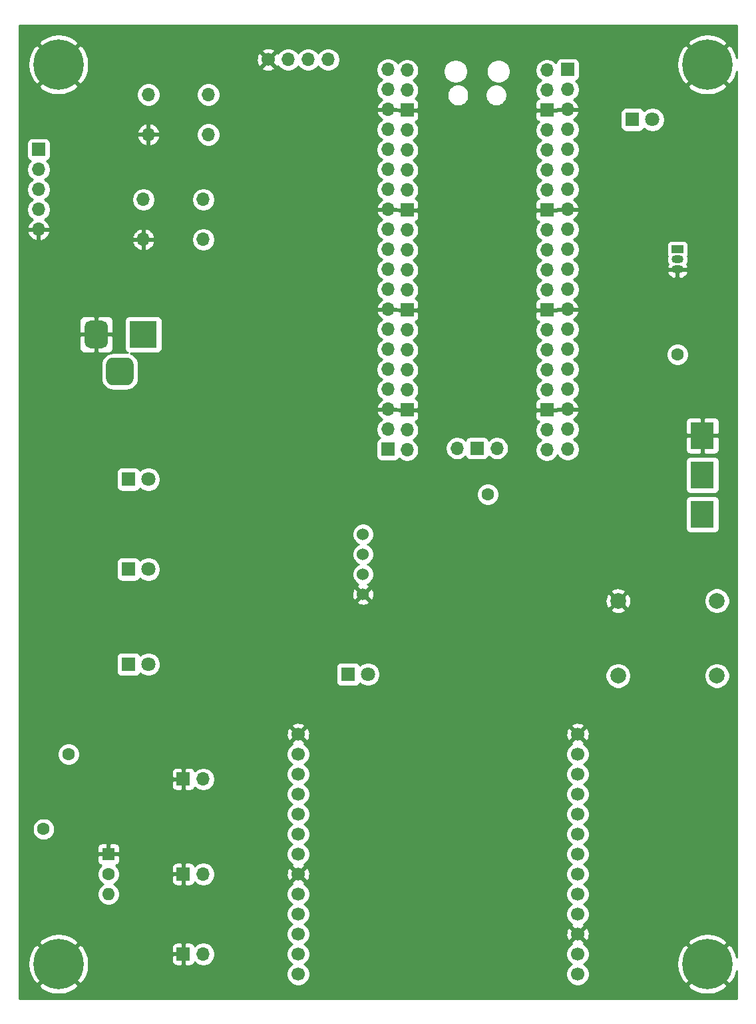
<source format=gbr>
%TF.GenerationSoftware,KiCad,Pcbnew,(5.1.10)-1*%
%TF.CreationDate,2021-10-29T11:14:32-04:00*%
%TF.ProjectId,A7585-test-board,41373538-352d-4746-9573-742d626f6172,rev?*%
%TF.SameCoordinates,Original*%
%TF.FileFunction,Copper,L2,Inr*%
%TF.FilePolarity,Positive*%
%FSLAX46Y46*%
G04 Gerber Fmt 4.6, Leading zero omitted, Abs format (unit mm)*
G04 Created by KiCad (PCBNEW (5.1.10)-1) date 2021-10-29 11:14:32*
%MOMM*%
%LPD*%
G01*
G04 APERTURE LIST*
%TA.AperFunction,ComponentPad*%
%ADD10O,1.700000X1.700000*%
%TD*%
%TA.AperFunction,ComponentPad*%
%ADD11R,1.700000X1.700000*%
%TD*%
%TA.AperFunction,ComponentPad*%
%ADD12C,1.700000*%
%TD*%
%TA.AperFunction,ComponentPad*%
%ADD13C,1.524000*%
%TD*%
%TA.AperFunction,ComponentPad*%
%ADD14R,1.600000X1.600000*%
%TD*%
%TA.AperFunction,ComponentPad*%
%ADD15O,1.600000X1.600000*%
%TD*%
%TA.AperFunction,ComponentPad*%
%ADD16C,1.600000*%
%TD*%
%TA.AperFunction,ComponentPad*%
%ADD17R,3.000000X3.500000*%
%TD*%
%TA.AperFunction,ComponentPad*%
%ADD18C,2.000000*%
%TD*%
%TA.AperFunction,ComponentPad*%
%ADD19R,1.500000X1.050000*%
%TD*%
%TA.AperFunction,ComponentPad*%
%ADD20O,1.500000X1.050000*%
%TD*%
%TA.AperFunction,ComponentPad*%
%ADD21C,6.400000*%
%TD*%
%TA.AperFunction,ComponentPad*%
%ADD22C,1.800000*%
%TD*%
%TA.AperFunction,ComponentPad*%
%ADD23R,1.800000X1.800000*%
%TD*%
%TA.AperFunction,ComponentPad*%
%ADD24R,3.500000X3.500000*%
%TD*%
%TA.AperFunction,ViaPad*%
%ADD25C,1.600000*%
%TD*%
%TA.AperFunction,Conductor*%
%ADD26C,0.254000*%
%TD*%
%TA.AperFunction,Conductor*%
%ADD27C,0.100000*%
%TD*%
G04 APERTURE END LIST*
D10*
%TO.N,GND*%
%TO.C,SW301*%
X64135000Y-62230000D03*
%TO.N,VCC*%
X64135000Y-59690000D03*
%TO.N,Net-(C313-Pad1)*%
X64135000Y-57150000D03*
%TO.N,Net-(C112-Pad1)*%
X64135000Y-54610000D03*
D11*
%TO.N,Net-(C311-Pad1)*%
X64135000Y-52070000D03*
%TD*%
D10*
%TO.N,GND*%
%TO.C,SW303*%
X77470000Y-63500000D03*
%TO.N,N/C*%
X77470000Y-58420000D03*
%TO.N,VCC*%
X85090000Y-58420000D03*
%TO.N,Net-(J2-Pad16)*%
X85090000Y-63500000D03*
%TD*%
%TO.N,Net-(U300-Pad43)*%
%TO.C,U300*%
X122450000Y-90025000D03*
D11*
%TO.N,Net-(U300-Pad42)*%
X119910000Y-90025000D03*
D10*
%TO.N,Net-(U300-Pad41)*%
X117370000Y-90025000D03*
%TO.N,Net-(J3-Pad1)*%
X128800000Y-41995000D03*
%TO.N,Net-(D300-Pad1)*%
X128800000Y-44535000D03*
D11*
%TO.N,GND*%
X128800000Y-47075000D03*
D10*
%TO.N,Net-(J3-Pad4)*%
X128800000Y-49615000D03*
%TO.N,Net-(J3-Pad5)*%
X128800000Y-52155000D03*
%TO.N,Net-(C302-Pad1)*%
X128800000Y-54695000D03*
%TO.N,Net-(J3-Pad7)*%
X128800000Y-57235000D03*
D11*
%TO.N,GND*%
X128800000Y-59775000D03*
D10*
%TO.N,Net-(J3-Pad9)*%
X128800000Y-62315000D03*
%TO.N,Net-(J3-Pad10)*%
X128800000Y-64855000D03*
%TO.N,Net-(J3-Pad11)*%
X128800000Y-67395000D03*
%TO.N,Net-(J3-Pad12)*%
X128800000Y-69935000D03*
D11*
%TO.N,GND*%
X128800000Y-72475000D03*
D10*
%TO.N,Net-(J3-Pad14)*%
X128800000Y-75015000D03*
%TO.N,Net-(J3-Pad15)*%
X128800000Y-77555000D03*
%TO.N,Net-(J3-Pad16)*%
X128800000Y-80095000D03*
%TO.N,Net-(J3-Pad17)*%
X128800000Y-82635000D03*
D11*
%TO.N,GND*%
X128800000Y-85175000D03*
D10*
%TO.N,Net-(J3-Pad19)*%
X128800000Y-87715000D03*
%TO.N,Net-(D301-Pad2)*%
X128800000Y-90255000D03*
%TO.N,Net-(J1-Pad3)*%
X111020000Y-90255000D03*
%TO.N,Net-(J1-Pad4)*%
X111020000Y-87715000D03*
D11*
%TO.N,GND*%
X111020000Y-85175000D03*
D10*
%TO.N,Net-(J2-Pad4)*%
X111020000Y-82635000D03*
%TO.N,Net-(J2-Pad5)*%
X111020000Y-80095000D03*
%TO.N,Net-(J2-Pad6)*%
X111020000Y-77555000D03*
%TO.N,Net-(J2-Pad7)*%
X111020000Y-75015000D03*
D11*
%TO.N,GND*%
X111020000Y-72475000D03*
D10*
%TO.N,Net-(J2-Pad9)*%
X111020000Y-69935000D03*
%TO.N,Net-(C313-Pad1)*%
X111020000Y-67395000D03*
%TO.N,Net-(C112-Pad1)*%
X111020000Y-64855000D03*
%TO.N,Net-(C311-Pad1)*%
X111020000Y-62315000D03*
D11*
%TO.N,GND*%
X111020000Y-59775000D03*
D10*
%TO.N,Net-(J2-Pad14)*%
X111020000Y-57235000D03*
%TO.N,Net-(J2-Pad15)*%
X111020000Y-54695000D03*
%TO.N,Net-(J2-Pad16)*%
X111020000Y-52155000D03*
%TO.N,Net-(J2-Pad17)*%
X111020000Y-49615000D03*
D11*
%TO.N,GND*%
X111020000Y-47075000D03*
D10*
%TO.N,Net-(J2-Pad19)*%
X111020000Y-44535000D03*
%TO.N,Net-(J2-Pad20)*%
X111020000Y-41995000D03*
%TD*%
D12*
%TO.N,GND*%
%TO.C,U200*%
X97155000Y-126365000D03*
%TO.N,Net-(D201-Pad2)*%
X97155000Y-128905000D03*
%TO.N,Net-(D202-Pad2)*%
X97155000Y-131445000D03*
%TO.N,Net-(JP3-Pad2)*%
X97155000Y-133985000D03*
%TO.N,Net-(U200-Pad5)*%
X97155000Y-136525000D03*
%TO.N,Net-(U200-Pad6)*%
X97155000Y-139065000D03*
%TO.N,Net-(U200-Pad7)*%
X97155000Y-141605000D03*
%TO.N,GND*%
X97155000Y-144145000D03*
%TO.N,Net-(SW201-Pad2)*%
X97155000Y-146685000D03*
%TO.N,Net-(U200-Pad10)*%
X97155000Y-149225000D03*
%TO.N,Net-(JP201-Pad2)*%
X97155000Y-151765000D03*
%TO.N,Net-(JP202-Pad2)*%
X97155000Y-154305000D03*
%TO.N,Net-(U200-Pad13)*%
X97155000Y-156845000D03*
%TO.N,Net-(C205-Pad1)*%
X132715000Y-156845000D03*
X132715000Y-154305000D03*
%TO.N,GND*%
X132715000Y-151765000D03*
%TO.N,Net-(J3-Pad9)*%
X132715000Y-149225000D03*
%TO.N,Net-(J3-Pad10)*%
X132715000Y-146685000D03*
%TO.N,Net-(U200-Pad19)*%
X132715000Y-144145000D03*
%TO.N,Net-(U200-Pad20)*%
X132715000Y-141605000D03*
%TO.N,Net-(J3-Pad14)*%
X132715000Y-139065000D03*
%TO.N,Net-(J3-Pad15)*%
X132715000Y-136525000D03*
%TO.N,VCC*%
X132715000Y-133985000D03*
%TO.N,VSS*%
X132715000Y-131445000D03*
X132715000Y-128905000D03*
%TO.N,GND*%
X132715000Y-126365000D03*
%TD*%
D13*
%TO.N,GND*%
%TO.C,U100*%
X105410000Y-108585000D03*
%TO.N,VCC*%
X105410000Y-106045000D03*
%TO.N,VSS*%
X105410000Y-103505000D03*
%TO.N,Net-(U100-Pad1)*%
X105410000Y-100965000D03*
%TD*%
D10*
%TO.N,GND*%
%TO.C,SW302*%
X78105000Y-50165000D03*
%TO.N,N/C*%
X78105000Y-45085000D03*
%TO.N,VCC*%
X85725000Y-45085000D03*
%TO.N,Net-(J2-Pad17)*%
X85725000Y-50165000D03*
%TD*%
D14*
%TO.N,GND*%
%TO.C,SW201*%
X73025000Y-141605000D03*
D15*
%TO.N,Net-(SW201-Pad2)*%
X73025000Y-146685000D03*
D16*
%TO.N,Net-(R203-Pad2)*%
X73025000Y-144145000D03*
%TD*%
D17*
%TO.N,GND*%
%TO.C,RV301*%
X148590000Y-88425000D03*
%TO.N,Net-(J3-Pad7)*%
X148590000Y-93425000D03*
%TO.N,VCC*%
X148590000Y-98425000D03*
%TD*%
D18*
%TO.N,GND*%
%TO.C,J201*%
X137858500Y-109410500D03*
%TO.N,N/C*%
X150431500Y-109410500D03*
%TD*%
%TO.N,Net-(C205-Pad1)*%
%TO.C,J200*%
X137858500Y-118935500D03*
%TO.N,N/C*%
X150431500Y-118935500D03*
%TD*%
D12*
%TO.N,GND*%
%TO.C,J1*%
X93345000Y-40640000D03*
D10*
%TO.N,VCC*%
X95885000Y-40640000D03*
%TO.N,Net-(J1-Pad3)*%
X98425000Y-40640000D03*
%TO.N,Net-(J1-Pad4)*%
X100965000Y-40640000D03*
%TD*%
D19*
%TO.N,N/C*%
%TO.C,U301*%
X145415000Y-64770000D03*
D20*
%TO.N,GND*%
X145415000Y-67310000D03*
%TO.N,Net-(C302-Pad1)*%
X145415000Y-66040000D03*
%TD*%
D21*
%TO.N,GND*%
%TO.C,H4*%
X66675000Y-155575000D03*
%TD*%
%TO.N,GND*%
%TO.C,H3*%
X149225000Y-41275000D03*
%TD*%
%TO.N,GND*%
%TO.C,H2*%
X149225000Y-155575000D03*
%TD*%
%TO.N,GND*%
%TO.C,H1*%
X66675000Y-41275000D03*
%TD*%
D22*
%TO.N,Net-(D301-Pad2)*%
%TO.C,D301*%
X106045000Y-118745000D03*
D23*
%TO.N,Net-(D301-Pad1)*%
X103505000Y-118745000D03*
%TD*%
D22*
%TO.N,VCC*%
%TO.C,D300*%
X142240000Y-48260000D03*
D23*
%TO.N,Net-(D300-Pad1)*%
X139700000Y-48260000D03*
%TD*%
D22*
%TO.N,Net-(D202-Pad2)*%
%TO.C,D202*%
X78105000Y-117475000D03*
D23*
%TO.N,Net-(D202-Pad1)*%
X75565000Y-117475000D03*
%TD*%
D22*
%TO.N,Net-(D201-Pad2)*%
%TO.C,D201*%
X78105000Y-105410000D03*
D23*
%TO.N,Net-(D201-Pad1)*%
X75565000Y-105410000D03*
%TD*%
D22*
%TO.N,VSS*%
%TO.C,D101*%
X78105000Y-93980000D03*
D23*
%TO.N,Net-(D101-Pad1)*%
X75565000Y-93980000D03*
%TD*%
D10*
%TO.N,Net-(D301-Pad2)*%
%TO.C,J3*%
X131445000Y-90170000D03*
%TO.N,Net-(J3-Pad19)*%
X131445000Y-87630000D03*
%TO.N,GND*%
X131445000Y-85090000D03*
%TO.N,Net-(J3-Pad17)*%
X131445000Y-82550000D03*
%TO.N,Net-(J3-Pad16)*%
X131445000Y-80010000D03*
%TO.N,Net-(J3-Pad15)*%
X131445000Y-77470000D03*
%TO.N,Net-(J3-Pad14)*%
X131445000Y-74930000D03*
%TO.N,GND*%
X131445000Y-72390000D03*
%TO.N,Net-(J3-Pad12)*%
X131445000Y-69850000D03*
%TO.N,Net-(J3-Pad11)*%
X131445000Y-67310000D03*
%TO.N,Net-(J3-Pad10)*%
X131445000Y-64770000D03*
%TO.N,Net-(J3-Pad9)*%
X131445000Y-62230000D03*
%TO.N,GND*%
X131445000Y-59690000D03*
%TO.N,Net-(J3-Pad7)*%
X131445000Y-57150000D03*
%TO.N,Net-(C302-Pad1)*%
X131445000Y-54610000D03*
%TO.N,Net-(J3-Pad5)*%
X131445000Y-52070000D03*
%TO.N,Net-(J3-Pad4)*%
X131445000Y-49530000D03*
%TO.N,GND*%
X131445000Y-46990000D03*
%TO.N,Net-(D300-Pad1)*%
X131445000Y-44450000D03*
D11*
%TO.N,Net-(J3-Pad1)*%
X131445000Y-41910000D03*
%TD*%
D10*
%TO.N,Net-(J2-Pad20)*%
%TO.C,J2*%
X108585000Y-41910000D03*
%TO.N,Net-(J2-Pad19)*%
X108585000Y-44450000D03*
%TO.N,GND*%
X108585000Y-46990000D03*
%TO.N,Net-(J2-Pad17)*%
X108585000Y-49530000D03*
%TO.N,Net-(J2-Pad16)*%
X108585000Y-52070000D03*
%TO.N,Net-(J2-Pad15)*%
X108585000Y-54610000D03*
%TO.N,Net-(J2-Pad14)*%
X108585000Y-57150000D03*
%TO.N,GND*%
X108585000Y-59690000D03*
%TO.N,Net-(C311-Pad1)*%
X108585000Y-62230000D03*
%TO.N,Net-(C112-Pad1)*%
X108585000Y-64770000D03*
%TO.N,Net-(C313-Pad1)*%
X108585000Y-67310000D03*
%TO.N,Net-(J2-Pad9)*%
X108585000Y-69850000D03*
%TO.N,GND*%
X108585000Y-72390000D03*
%TO.N,Net-(J2-Pad7)*%
X108585000Y-74930000D03*
%TO.N,Net-(J2-Pad6)*%
X108585000Y-77470000D03*
%TO.N,Net-(J2-Pad5)*%
X108585000Y-80010000D03*
%TO.N,Net-(J2-Pad4)*%
X108585000Y-82550000D03*
%TO.N,GND*%
X108585000Y-85090000D03*
%TO.N,Net-(J1-Pad4)*%
X108585000Y-87630000D03*
D11*
%TO.N,Net-(J1-Pad3)*%
X108585000Y-90170000D03*
%TD*%
D10*
%TO.N,Net-(JP202-Pad2)*%
%TO.C,JP202*%
X85090000Y-154305000D03*
D11*
%TO.N,GND*%
X82550000Y-154305000D03*
%TD*%
D10*
%TO.N,Net-(JP201-Pad2)*%
%TO.C,JP201*%
X85090000Y-144145000D03*
D11*
%TO.N,GND*%
X82550000Y-144145000D03*
%TD*%
D10*
%TO.N,Net-(JP3-Pad2)*%
%TO.C,JP3*%
X85090000Y-132080000D03*
D11*
%TO.N,GND*%
X82550000Y-132080000D03*
%TD*%
%TO.N,N/C*%
%TO.C,J100*%
%TA.AperFunction,ComponentPad*%
G36*
G01*
X72720000Y-81140000D02*
X72720000Y-79390000D01*
G75*
G02*
X73595000Y-78515000I875000J0D01*
G01*
X75345000Y-78515000D01*
G75*
G02*
X76220000Y-79390000I0J-875000D01*
G01*
X76220000Y-81140000D01*
G75*
G02*
X75345000Y-82015000I-875000J0D01*
G01*
X73595000Y-82015000D01*
G75*
G02*
X72720000Y-81140000I0J875000D01*
G01*
G37*
%TD.AperFunction*%
%TO.N,GND*%
%TA.AperFunction,ComponentPad*%
G36*
G01*
X69970000Y-76565000D02*
X69970000Y-74565000D01*
G75*
G02*
X70720000Y-73815000I750000J0D01*
G01*
X72220000Y-73815000D01*
G75*
G02*
X72970000Y-74565000I0J-750000D01*
G01*
X72970000Y-76565000D01*
G75*
G02*
X72220000Y-77315000I-750000J0D01*
G01*
X70720000Y-77315000D01*
G75*
G02*
X69970000Y-76565000I0J750000D01*
G01*
G37*
%TD.AperFunction*%
D24*
%TO.N,VSS*%
X77470000Y-75565000D03*
%TD*%
D25*
%TO.N,GND*%
X111125000Y-118745000D03*
X90805000Y-119380000D03*
X62865000Y-117475000D03*
X62865000Y-105410000D03*
X63500000Y-93980000D03*
X118745000Y-133985000D03*
X144780000Y-52705000D03*
X120650008Y-154305000D03*
X78740000Y-132080000D03*
X73025000Y-137795000D03*
X78740000Y-144145000D03*
X87630000Y-89535000D03*
X87630000Y-81280000D03*
X87630000Y-73660000D03*
%TO.N,VCC*%
X64770000Y-138430000D03*
X67945000Y-128905000D03*
X145415000Y-78105000D03*
%TO.N,Net-(D301-Pad2)*%
X121285000Y-95885000D03*
%TD*%
D26*
%TO.N,GND*%
X152985000Y-40465510D02*
X152794452Y-39822792D01*
X152442555Y-39154330D01*
X152415548Y-39113912D01*
X151925881Y-38753724D01*
X149404605Y-41275000D01*
X151925881Y-43796276D01*
X152415548Y-43436088D01*
X152775849Y-42772118D01*
X152985000Y-42097977D01*
X152985001Y-154765513D01*
X152794452Y-154122792D01*
X152442555Y-153454330D01*
X152415548Y-153413912D01*
X151925881Y-153053724D01*
X149404605Y-155575000D01*
X151925881Y-158096276D01*
X152415548Y-157736088D01*
X152775849Y-157072118D01*
X152985001Y-156397974D01*
X152985001Y-159970000D01*
X61645000Y-159970000D01*
X61645000Y-158275881D01*
X64153724Y-158275881D01*
X64513912Y-158765548D01*
X65177882Y-159125849D01*
X65899385Y-159349694D01*
X66650695Y-159428480D01*
X67402938Y-159359178D01*
X68127208Y-159144452D01*
X68795670Y-158792555D01*
X68836088Y-158765548D01*
X69196276Y-158275881D01*
X66675000Y-155754605D01*
X64153724Y-158275881D01*
X61645000Y-158275881D01*
X61645000Y-155550695D01*
X62821520Y-155550695D01*
X62890822Y-156302938D01*
X63105548Y-157027208D01*
X63457445Y-157695670D01*
X63484452Y-157736088D01*
X63974119Y-158096276D01*
X66495395Y-155575000D01*
X66854605Y-155575000D01*
X69375881Y-158096276D01*
X69865548Y-157736088D01*
X70225849Y-157072118D01*
X70449694Y-156350615D01*
X70528480Y-155599305D01*
X70487548Y-155155000D01*
X81061928Y-155155000D01*
X81074188Y-155279482D01*
X81110498Y-155399180D01*
X81169463Y-155509494D01*
X81248815Y-155606185D01*
X81345506Y-155685537D01*
X81455820Y-155744502D01*
X81575518Y-155780812D01*
X81700000Y-155793072D01*
X82264250Y-155790000D01*
X82423000Y-155631250D01*
X82423000Y-154432000D01*
X81223750Y-154432000D01*
X81065000Y-154590750D01*
X81061928Y-155155000D01*
X70487548Y-155155000D01*
X70459178Y-154847062D01*
X70244452Y-154122792D01*
X69892908Y-153455000D01*
X81061928Y-153455000D01*
X81065000Y-154019250D01*
X81223750Y-154178000D01*
X82423000Y-154178000D01*
X82423000Y-152978750D01*
X82677000Y-152978750D01*
X82677000Y-154178000D01*
X82697000Y-154178000D01*
X82697000Y-154432000D01*
X82677000Y-154432000D01*
X82677000Y-155631250D01*
X82835750Y-155790000D01*
X83400000Y-155793072D01*
X83524482Y-155780812D01*
X83644180Y-155744502D01*
X83754494Y-155685537D01*
X83851185Y-155606185D01*
X83930537Y-155509494D01*
X83989502Y-155399180D01*
X84011513Y-155326620D01*
X84143368Y-155458475D01*
X84386589Y-155620990D01*
X84656842Y-155732932D01*
X84943740Y-155790000D01*
X85236260Y-155790000D01*
X85523158Y-155732932D01*
X85793411Y-155620990D01*
X86036632Y-155458475D01*
X86243475Y-155251632D01*
X86405990Y-155008411D01*
X86517932Y-154738158D01*
X86575000Y-154451260D01*
X86575000Y-154158740D01*
X86517932Y-153871842D01*
X86405990Y-153601589D01*
X86243475Y-153358368D01*
X86036632Y-153151525D01*
X85793411Y-152989010D01*
X85523158Y-152877068D01*
X85236260Y-152820000D01*
X84943740Y-152820000D01*
X84656842Y-152877068D01*
X84386589Y-152989010D01*
X84143368Y-153151525D01*
X84011513Y-153283380D01*
X83989502Y-153210820D01*
X83930537Y-153100506D01*
X83851185Y-153003815D01*
X83754494Y-152924463D01*
X83644180Y-152865498D01*
X83524482Y-152829188D01*
X83400000Y-152816928D01*
X82835750Y-152820000D01*
X82677000Y-152978750D01*
X82423000Y-152978750D01*
X82264250Y-152820000D01*
X81700000Y-152816928D01*
X81575518Y-152829188D01*
X81455820Y-152865498D01*
X81345506Y-152924463D01*
X81248815Y-153003815D01*
X81169463Y-153100506D01*
X81110498Y-153210820D01*
X81074188Y-153330518D01*
X81061928Y-153455000D01*
X69892908Y-153455000D01*
X69892555Y-153454330D01*
X69865548Y-153413912D01*
X69375881Y-153053724D01*
X66854605Y-155575000D01*
X66495395Y-155575000D01*
X63974119Y-153053724D01*
X63484452Y-153413912D01*
X63124151Y-154077882D01*
X62900306Y-154799385D01*
X62821520Y-155550695D01*
X61645000Y-155550695D01*
X61645000Y-152874119D01*
X64153724Y-152874119D01*
X66675000Y-155395395D01*
X69196276Y-152874119D01*
X68836088Y-152384452D01*
X68172118Y-152024151D01*
X67450615Y-151800306D01*
X66699305Y-151721520D01*
X65947062Y-151790822D01*
X65222792Y-152005548D01*
X64554330Y-152357445D01*
X64513912Y-152384452D01*
X64153724Y-152874119D01*
X61645000Y-152874119D01*
X61645000Y-142405000D01*
X71586928Y-142405000D01*
X71599188Y-142529482D01*
X71635498Y-142649180D01*
X71694463Y-142759494D01*
X71773815Y-142856185D01*
X71870506Y-142935537D01*
X71980820Y-142994502D01*
X72100518Y-143030812D01*
X72108961Y-143031643D01*
X71910363Y-143230241D01*
X71753320Y-143465273D01*
X71645147Y-143726426D01*
X71590000Y-144003665D01*
X71590000Y-144286335D01*
X71645147Y-144563574D01*
X71753320Y-144824727D01*
X71910363Y-145059759D01*
X72110241Y-145259637D01*
X72342759Y-145415000D01*
X72110241Y-145570363D01*
X71910363Y-145770241D01*
X71753320Y-146005273D01*
X71645147Y-146266426D01*
X71590000Y-146543665D01*
X71590000Y-146826335D01*
X71645147Y-147103574D01*
X71753320Y-147364727D01*
X71910363Y-147599759D01*
X72110241Y-147799637D01*
X72345273Y-147956680D01*
X72606426Y-148064853D01*
X72883665Y-148120000D01*
X73166335Y-148120000D01*
X73443574Y-148064853D01*
X73704727Y-147956680D01*
X73939759Y-147799637D01*
X74139637Y-147599759D01*
X74296680Y-147364727D01*
X74404853Y-147103574D01*
X74460000Y-146826335D01*
X74460000Y-146543665D01*
X74459021Y-146538740D01*
X95670000Y-146538740D01*
X95670000Y-146831260D01*
X95727068Y-147118158D01*
X95839010Y-147388411D01*
X96001525Y-147631632D01*
X96208368Y-147838475D01*
X96382760Y-147955000D01*
X96208368Y-148071525D01*
X96001525Y-148278368D01*
X95839010Y-148521589D01*
X95727068Y-148791842D01*
X95670000Y-149078740D01*
X95670000Y-149371260D01*
X95727068Y-149658158D01*
X95839010Y-149928411D01*
X96001525Y-150171632D01*
X96208368Y-150378475D01*
X96382760Y-150495000D01*
X96208368Y-150611525D01*
X96001525Y-150818368D01*
X95839010Y-151061589D01*
X95727068Y-151331842D01*
X95670000Y-151618740D01*
X95670000Y-151911260D01*
X95727068Y-152198158D01*
X95839010Y-152468411D01*
X96001525Y-152711632D01*
X96208368Y-152918475D01*
X96382760Y-153035000D01*
X96208368Y-153151525D01*
X96001525Y-153358368D01*
X95839010Y-153601589D01*
X95727068Y-153871842D01*
X95670000Y-154158740D01*
X95670000Y-154451260D01*
X95727068Y-154738158D01*
X95839010Y-155008411D01*
X96001525Y-155251632D01*
X96208368Y-155458475D01*
X96382760Y-155575000D01*
X96208368Y-155691525D01*
X96001525Y-155898368D01*
X95839010Y-156141589D01*
X95727068Y-156411842D01*
X95670000Y-156698740D01*
X95670000Y-156991260D01*
X95727068Y-157278158D01*
X95839010Y-157548411D01*
X96001525Y-157791632D01*
X96208368Y-157998475D01*
X96451589Y-158160990D01*
X96721842Y-158272932D01*
X97008740Y-158330000D01*
X97301260Y-158330000D01*
X97588158Y-158272932D01*
X97858411Y-158160990D01*
X98101632Y-157998475D01*
X98308475Y-157791632D01*
X98470990Y-157548411D01*
X98582932Y-157278158D01*
X98640000Y-156991260D01*
X98640000Y-156698740D01*
X98582932Y-156411842D01*
X98470990Y-156141589D01*
X98308475Y-155898368D01*
X98101632Y-155691525D01*
X97927240Y-155575000D01*
X98101632Y-155458475D01*
X98308475Y-155251632D01*
X98470990Y-155008411D01*
X98582932Y-154738158D01*
X98640000Y-154451260D01*
X98640000Y-154158740D01*
X131230000Y-154158740D01*
X131230000Y-154451260D01*
X131287068Y-154738158D01*
X131399010Y-155008411D01*
X131561525Y-155251632D01*
X131768368Y-155458475D01*
X131942760Y-155575000D01*
X131768368Y-155691525D01*
X131561525Y-155898368D01*
X131399010Y-156141589D01*
X131287068Y-156411842D01*
X131230000Y-156698740D01*
X131230000Y-156991260D01*
X131287068Y-157278158D01*
X131399010Y-157548411D01*
X131561525Y-157791632D01*
X131768368Y-157998475D01*
X132011589Y-158160990D01*
X132281842Y-158272932D01*
X132568740Y-158330000D01*
X132861260Y-158330000D01*
X133133332Y-158275881D01*
X146703724Y-158275881D01*
X147063912Y-158765548D01*
X147727882Y-159125849D01*
X148449385Y-159349694D01*
X149200695Y-159428480D01*
X149952938Y-159359178D01*
X150677208Y-159144452D01*
X151345670Y-158792555D01*
X151386088Y-158765548D01*
X151746276Y-158275881D01*
X149225000Y-155754605D01*
X146703724Y-158275881D01*
X133133332Y-158275881D01*
X133148158Y-158272932D01*
X133418411Y-158160990D01*
X133661632Y-157998475D01*
X133868475Y-157791632D01*
X134030990Y-157548411D01*
X134142932Y-157278158D01*
X134200000Y-156991260D01*
X134200000Y-156698740D01*
X134142932Y-156411842D01*
X134030990Y-156141589D01*
X133868475Y-155898368D01*
X133661632Y-155691525D01*
X133487240Y-155575000D01*
X133523615Y-155550695D01*
X145371520Y-155550695D01*
X145440822Y-156302938D01*
X145655548Y-157027208D01*
X146007445Y-157695670D01*
X146034452Y-157736088D01*
X146524119Y-158096276D01*
X149045395Y-155575000D01*
X146524119Y-153053724D01*
X146034452Y-153413912D01*
X145674151Y-154077882D01*
X145450306Y-154799385D01*
X145371520Y-155550695D01*
X133523615Y-155550695D01*
X133661632Y-155458475D01*
X133868475Y-155251632D01*
X134030990Y-155008411D01*
X134142932Y-154738158D01*
X134200000Y-154451260D01*
X134200000Y-154158740D01*
X134142932Y-153871842D01*
X134030990Y-153601589D01*
X133868475Y-153358368D01*
X133661632Y-153151525D01*
X133488271Y-153035689D01*
X133538631Y-152874119D01*
X146703724Y-152874119D01*
X149225000Y-155395395D01*
X151746276Y-152874119D01*
X151386088Y-152384452D01*
X150722118Y-152024151D01*
X150000615Y-151800306D01*
X149249305Y-151721520D01*
X148497062Y-151790822D01*
X147772792Y-152005548D01*
X147104330Y-152357445D01*
X147063912Y-152384452D01*
X146703724Y-152874119D01*
X133538631Y-152874119D01*
X133563792Y-152793397D01*
X132715000Y-151944605D01*
X131866208Y-152793397D01*
X131941729Y-153035689D01*
X131768368Y-153151525D01*
X131561525Y-153358368D01*
X131399010Y-153601589D01*
X131287068Y-153871842D01*
X131230000Y-154158740D01*
X98640000Y-154158740D01*
X98582932Y-153871842D01*
X98470990Y-153601589D01*
X98308475Y-153358368D01*
X98101632Y-153151525D01*
X97927240Y-153035000D01*
X98101632Y-152918475D01*
X98308475Y-152711632D01*
X98470990Y-152468411D01*
X98582932Y-152198158D01*
X98640000Y-151911260D01*
X98640000Y-151833531D01*
X131224389Y-151833531D01*
X131266401Y-152123019D01*
X131364081Y-152398747D01*
X131437528Y-152536157D01*
X131686603Y-152613792D01*
X132535395Y-151765000D01*
X132894605Y-151765000D01*
X133743397Y-152613792D01*
X133992472Y-152536157D01*
X134118371Y-152272117D01*
X134190339Y-151988589D01*
X134205611Y-151696469D01*
X134163599Y-151406981D01*
X134065919Y-151131253D01*
X133992472Y-150993843D01*
X133743397Y-150916208D01*
X132894605Y-151765000D01*
X132535395Y-151765000D01*
X131686603Y-150916208D01*
X131437528Y-150993843D01*
X131311629Y-151257883D01*
X131239661Y-151541411D01*
X131224389Y-151833531D01*
X98640000Y-151833531D01*
X98640000Y-151618740D01*
X98582932Y-151331842D01*
X98470990Y-151061589D01*
X98308475Y-150818368D01*
X98101632Y-150611525D01*
X97927240Y-150495000D01*
X98101632Y-150378475D01*
X98308475Y-150171632D01*
X98470990Y-149928411D01*
X98582932Y-149658158D01*
X98640000Y-149371260D01*
X98640000Y-149078740D01*
X98582932Y-148791842D01*
X98470990Y-148521589D01*
X98308475Y-148278368D01*
X98101632Y-148071525D01*
X97927240Y-147955000D01*
X98101632Y-147838475D01*
X98308475Y-147631632D01*
X98470990Y-147388411D01*
X98582932Y-147118158D01*
X98640000Y-146831260D01*
X98640000Y-146538740D01*
X98582932Y-146251842D01*
X98470990Y-145981589D01*
X98308475Y-145738368D01*
X98101632Y-145531525D01*
X97928271Y-145415689D01*
X98003792Y-145173397D01*
X97155000Y-144324605D01*
X96306208Y-145173397D01*
X96381729Y-145415689D01*
X96208368Y-145531525D01*
X96001525Y-145738368D01*
X95839010Y-145981589D01*
X95727068Y-146251842D01*
X95670000Y-146538740D01*
X74459021Y-146538740D01*
X74404853Y-146266426D01*
X74296680Y-146005273D01*
X74139637Y-145770241D01*
X73939759Y-145570363D01*
X73707241Y-145415000D01*
X73939759Y-145259637D01*
X74139637Y-145059759D01*
X74182907Y-144995000D01*
X81061928Y-144995000D01*
X81074188Y-145119482D01*
X81110498Y-145239180D01*
X81169463Y-145349494D01*
X81248815Y-145446185D01*
X81345506Y-145525537D01*
X81455820Y-145584502D01*
X81575518Y-145620812D01*
X81700000Y-145633072D01*
X82264250Y-145630000D01*
X82423000Y-145471250D01*
X82423000Y-144272000D01*
X81223750Y-144272000D01*
X81065000Y-144430750D01*
X81061928Y-144995000D01*
X74182907Y-144995000D01*
X74296680Y-144824727D01*
X74404853Y-144563574D01*
X74460000Y-144286335D01*
X74460000Y-144003665D01*
X74404853Y-143726426D01*
X74296680Y-143465273D01*
X74182908Y-143295000D01*
X81061928Y-143295000D01*
X81065000Y-143859250D01*
X81223750Y-144018000D01*
X82423000Y-144018000D01*
X82423000Y-142818750D01*
X82677000Y-142818750D01*
X82677000Y-144018000D01*
X82697000Y-144018000D01*
X82697000Y-144272000D01*
X82677000Y-144272000D01*
X82677000Y-145471250D01*
X82835750Y-145630000D01*
X83400000Y-145633072D01*
X83524482Y-145620812D01*
X83644180Y-145584502D01*
X83754494Y-145525537D01*
X83851185Y-145446185D01*
X83930537Y-145349494D01*
X83989502Y-145239180D01*
X84011513Y-145166620D01*
X84143368Y-145298475D01*
X84386589Y-145460990D01*
X84656842Y-145572932D01*
X84943740Y-145630000D01*
X85236260Y-145630000D01*
X85523158Y-145572932D01*
X85793411Y-145460990D01*
X86036632Y-145298475D01*
X86243475Y-145091632D01*
X86405990Y-144848411D01*
X86517932Y-144578158D01*
X86575000Y-144291260D01*
X86575000Y-144213531D01*
X95664389Y-144213531D01*
X95706401Y-144503019D01*
X95804081Y-144778747D01*
X95877528Y-144916157D01*
X96126603Y-144993792D01*
X96975395Y-144145000D01*
X97334605Y-144145000D01*
X98183397Y-144993792D01*
X98432472Y-144916157D01*
X98558371Y-144652117D01*
X98630339Y-144368589D01*
X98645611Y-144076469D01*
X98603599Y-143786981D01*
X98505919Y-143511253D01*
X98432472Y-143373843D01*
X98183397Y-143296208D01*
X97334605Y-144145000D01*
X96975395Y-144145000D01*
X96126603Y-143296208D01*
X95877528Y-143373843D01*
X95751629Y-143637883D01*
X95679661Y-143921411D01*
X95664389Y-144213531D01*
X86575000Y-144213531D01*
X86575000Y-143998740D01*
X86517932Y-143711842D01*
X86405990Y-143441589D01*
X86243475Y-143198368D01*
X86036632Y-142991525D01*
X85793411Y-142829010D01*
X85523158Y-142717068D01*
X85236260Y-142660000D01*
X84943740Y-142660000D01*
X84656842Y-142717068D01*
X84386589Y-142829010D01*
X84143368Y-142991525D01*
X84011513Y-143123380D01*
X83989502Y-143050820D01*
X83930537Y-142940506D01*
X83851185Y-142843815D01*
X83754494Y-142764463D01*
X83644180Y-142705498D01*
X83524482Y-142669188D01*
X83400000Y-142656928D01*
X82835750Y-142660000D01*
X82677000Y-142818750D01*
X82423000Y-142818750D01*
X82264250Y-142660000D01*
X81700000Y-142656928D01*
X81575518Y-142669188D01*
X81455820Y-142705498D01*
X81345506Y-142764463D01*
X81248815Y-142843815D01*
X81169463Y-142940506D01*
X81110498Y-143050820D01*
X81074188Y-143170518D01*
X81061928Y-143295000D01*
X74182908Y-143295000D01*
X74139637Y-143230241D01*
X73941039Y-143031643D01*
X73949482Y-143030812D01*
X74069180Y-142994502D01*
X74179494Y-142935537D01*
X74276185Y-142856185D01*
X74355537Y-142759494D01*
X74414502Y-142649180D01*
X74450812Y-142529482D01*
X74463072Y-142405000D01*
X74460000Y-141890750D01*
X74301250Y-141732000D01*
X73152000Y-141732000D01*
X73152000Y-141752000D01*
X72898000Y-141752000D01*
X72898000Y-141732000D01*
X71748750Y-141732000D01*
X71590000Y-141890750D01*
X71586928Y-142405000D01*
X61645000Y-142405000D01*
X61645000Y-140805000D01*
X71586928Y-140805000D01*
X71590000Y-141319250D01*
X71748750Y-141478000D01*
X72898000Y-141478000D01*
X72898000Y-140328750D01*
X73152000Y-140328750D01*
X73152000Y-141478000D01*
X74301250Y-141478000D01*
X74460000Y-141319250D01*
X74463072Y-140805000D01*
X74450812Y-140680518D01*
X74414502Y-140560820D01*
X74355537Y-140450506D01*
X74276185Y-140353815D01*
X74179494Y-140274463D01*
X74069180Y-140215498D01*
X73949482Y-140179188D01*
X73825000Y-140166928D01*
X73310750Y-140170000D01*
X73152000Y-140328750D01*
X72898000Y-140328750D01*
X72739250Y-140170000D01*
X72225000Y-140166928D01*
X72100518Y-140179188D01*
X71980820Y-140215498D01*
X71870506Y-140274463D01*
X71773815Y-140353815D01*
X71694463Y-140450506D01*
X71635498Y-140560820D01*
X71599188Y-140680518D01*
X71586928Y-140805000D01*
X61645000Y-140805000D01*
X61645000Y-138288665D01*
X63335000Y-138288665D01*
X63335000Y-138571335D01*
X63390147Y-138848574D01*
X63498320Y-139109727D01*
X63655363Y-139344759D01*
X63855241Y-139544637D01*
X64090273Y-139701680D01*
X64351426Y-139809853D01*
X64628665Y-139865000D01*
X64911335Y-139865000D01*
X65188574Y-139809853D01*
X65449727Y-139701680D01*
X65684759Y-139544637D01*
X65884637Y-139344759D01*
X66041680Y-139109727D01*
X66149853Y-138848574D01*
X66205000Y-138571335D01*
X66205000Y-138288665D01*
X66149853Y-138011426D01*
X66041680Y-137750273D01*
X65884637Y-137515241D01*
X65684759Y-137315363D01*
X65449727Y-137158320D01*
X65188574Y-137050147D01*
X64911335Y-136995000D01*
X64628665Y-136995000D01*
X64351426Y-137050147D01*
X64090273Y-137158320D01*
X63855241Y-137315363D01*
X63655363Y-137515241D01*
X63498320Y-137750273D01*
X63390147Y-138011426D01*
X63335000Y-138288665D01*
X61645000Y-138288665D01*
X61645000Y-132930000D01*
X81061928Y-132930000D01*
X81074188Y-133054482D01*
X81110498Y-133174180D01*
X81169463Y-133284494D01*
X81248815Y-133381185D01*
X81345506Y-133460537D01*
X81455820Y-133519502D01*
X81575518Y-133555812D01*
X81700000Y-133568072D01*
X82264250Y-133565000D01*
X82423000Y-133406250D01*
X82423000Y-132207000D01*
X81223750Y-132207000D01*
X81065000Y-132365750D01*
X81061928Y-132930000D01*
X61645000Y-132930000D01*
X61645000Y-131230000D01*
X81061928Y-131230000D01*
X81065000Y-131794250D01*
X81223750Y-131953000D01*
X82423000Y-131953000D01*
X82423000Y-130753750D01*
X82677000Y-130753750D01*
X82677000Y-131953000D01*
X82697000Y-131953000D01*
X82697000Y-132207000D01*
X82677000Y-132207000D01*
X82677000Y-133406250D01*
X82835750Y-133565000D01*
X83400000Y-133568072D01*
X83524482Y-133555812D01*
X83644180Y-133519502D01*
X83754494Y-133460537D01*
X83851185Y-133381185D01*
X83930537Y-133284494D01*
X83989502Y-133174180D01*
X84011513Y-133101620D01*
X84143368Y-133233475D01*
X84386589Y-133395990D01*
X84656842Y-133507932D01*
X84943740Y-133565000D01*
X85236260Y-133565000D01*
X85523158Y-133507932D01*
X85793411Y-133395990D01*
X86036632Y-133233475D01*
X86243475Y-133026632D01*
X86405990Y-132783411D01*
X86517932Y-132513158D01*
X86575000Y-132226260D01*
X86575000Y-131933740D01*
X86517932Y-131646842D01*
X86405990Y-131376589D01*
X86243475Y-131133368D01*
X86036632Y-130926525D01*
X85793411Y-130764010D01*
X85523158Y-130652068D01*
X85236260Y-130595000D01*
X84943740Y-130595000D01*
X84656842Y-130652068D01*
X84386589Y-130764010D01*
X84143368Y-130926525D01*
X84011513Y-131058380D01*
X83989502Y-130985820D01*
X83930537Y-130875506D01*
X83851185Y-130778815D01*
X83754494Y-130699463D01*
X83644180Y-130640498D01*
X83524482Y-130604188D01*
X83400000Y-130591928D01*
X82835750Y-130595000D01*
X82677000Y-130753750D01*
X82423000Y-130753750D01*
X82264250Y-130595000D01*
X81700000Y-130591928D01*
X81575518Y-130604188D01*
X81455820Y-130640498D01*
X81345506Y-130699463D01*
X81248815Y-130778815D01*
X81169463Y-130875506D01*
X81110498Y-130985820D01*
X81074188Y-131105518D01*
X81061928Y-131230000D01*
X61645000Y-131230000D01*
X61645000Y-128763665D01*
X66510000Y-128763665D01*
X66510000Y-129046335D01*
X66565147Y-129323574D01*
X66673320Y-129584727D01*
X66830363Y-129819759D01*
X67030241Y-130019637D01*
X67265273Y-130176680D01*
X67526426Y-130284853D01*
X67803665Y-130340000D01*
X68086335Y-130340000D01*
X68363574Y-130284853D01*
X68624727Y-130176680D01*
X68859759Y-130019637D01*
X69059637Y-129819759D01*
X69216680Y-129584727D01*
X69324853Y-129323574D01*
X69380000Y-129046335D01*
X69380000Y-128763665D01*
X69379021Y-128758740D01*
X95670000Y-128758740D01*
X95670000Y-129051260D01*
X95727068Y-129338158D01*
X95839010Y-129608411D01*
X96001525Y-129851632D01*
X96208368Y-130058475D01*
X96382760Y-130175000D01*
X96208368Y-130291525D01*
X96001525Y-130498368D01*
X95839010Y-130741589D01*
X95727068Y-131011842D01*
X95670000Y-131298740D01*
X95670000Y-131591260D01*
X95727068Y-131878158D01*
X95839010Y-132148411D01*
X96001525Y-132391632D01*
X96208368Y-132598475D01*
X96382760Y-132715000D01*
X96208368Y-132831525D01*
X96001525Y-133038368D01*
X95839010Y-133281589D01*
X95727068Y-133551842D01*
X95670000Y-133838740D01*
X95670000Y-134131260D01*
X95727068Y-134418158D01*
X95839010Y-134688411D01*
X96001525Y-134931632D01*
X96208368Y-135138475D01*
X96382760Y-135255000D01*
X96208368Y-135371525D01*
X96001525Y-135578368D01*
X95839010Y-135821589D01*
X95727068Y-136091842D01*
X95670000Y-136378740D01*
X95670000Y-136671260D01*
X95727068Y-136958158D01*
X95839010Y-137228411D01*
X96001525Y-137471632D01*
X96208368Y-137678475D01*
X96382760Y-137795000D01*
X96208368Y-137911525D01*
X96001525Y-138118368D01*
X95839010Y-138361589D01*
X95727068Y-138631842D01*
X95670000Y-138918740D01*
X95670000Y-139211260D01*
X95727068Y-139498158D01*
X95839010Y-139768411D01*
X96001525Y-140011632D01*
X96208368Y-140218475D01*
X96382760Y-140335000D01*
X96208368Y-140451525D01*
X96001525Y-140658368D01*
X95839010Y-140901589D01*
X95727068Y-141171842D01*
X95670000Y-141458740D01*
X95670000Y-141751260D01*
X95727068Y-142038158D01*
X95839010Y-142308411D01*
X96001525Y-142551632D01*
X96208368Y-142758475D01*
X96381729Y-142874311D01*
X96306208Y-143116603D01*
X97155000Y-143965395D01*
X98003792Y-143116603D01*
X97928271Y-142874311D01*
X98101632Y-142758475D01*
X98308475Y-142551632D01*
X98470990Y-142308411D01*
X98582932Y-142038158D01*
X98640000Y-141751260D01*
X98640000Y-141458740D01*
X98582932Y-141171842D01*
X98470990Y-140901589D01*
X98308475Y-140658368D01*
X98101632Y-140451525D01*
X97927240Y-140335000D01*
X98101632Y-140218475D01*
X98308475Y-140011632D01*
X98470990Y-139768411D01*
X98582932Y-139498158D01*
X98640000Y-139211260D01*
X98640000Y-138918740D01*
X98582932Y-138631842D01*
X98470990Y-138361589D01*
X98308475Y-138118368D01*
X98101632Y-137911525D01*
X97927240Y-137795000D01*
X98101632Y-137678475D01*
X98308475Y-137471632D01*
X98470990Y-137228411D01*
X98582932Y-136958158D01*
X98640000Y-136671260D01*
X98640000Y-136378740D01*
X98582932Y-136091842D01*
X98470990Y-135821589D01*
X98308475Y-135578368D01*
X98101632Y-135371525D01*
X97927240Y-135255000D01*
X98101632Y-135138475D01*
X98308475Y-134931632D01*
X98470990Y-134688411D01*
X98582932Y-134418158D01*
X98640000Y-134131260D01*
X98640000Y-133838740D01*
X98582932Y-133551842D01*
X98470990Y-133281589D01*
X98308475Y-133038368D01*
X98101632Y-132831525D01*
X97927240Y-132715000D01*
X98101632Y-132598475D01*
X98308475Y-132391632D01*
X98470990Y-132148411D01*
X98582932Y-131878158D01*
X98640000Y-131591260D01*
X98640000Y-131298740D01*
X98582932Y-131011842D01*
X98470990Y-130741589D01*
X98308475Y-130498368D01*
X98101632Y-130291525D01*
X97927240Y-130175000D01*
X98101632Y-130058475D01*
X98308475Y-129851632D01*
X98470990Y-129608411D01*
X98582932Y-129338158D01*
X98640000Y-129051260D01*
X98640000Y-128758740D01*
X131230000Y-128758740D01*
X131230000Y-129051260D01*
X131287068Y-129338158D01*
X131399010Y-129608411D01*
X131561525Y-129851632D01*
X131768368Y-130058475D01*
X131942760Y-130175000D01*
X131768368Y-130291525D01*
X131561525Y-130498368D01*
X131399010Y-130741589D01*
X131287068Y-131011842D01*
X131230000Y-131298740D01*
X131230000Y-131591260D01*
X131287068Y-131878158D01*
X131399010Y-132148411D01*
X131561525Y-132391632D01*
X131768368Y-132598475D01*
X131942760Y-132715000D01*
X131768368Y-132831525D01*
X131561525Y-133038368D01*
X131399010Y-133281589D01*
X131287068Y-133551842D01*
X131230000Y-133838740D01*
X131230000Y-134131260D01*
X131287068Y-134418158D01*
X131399010Y-134688411D01*
X131561525Y-134931632D01*
X131768368Y-135138475D01*
X131942760Y-135255000D01*
X131768368Y-135371525D01*
X131561525Y-135578368D01*
X131399010Y-135821589D01*
X131287068Y-136091842D01*
X131230000Y-136378740D01*
X131230000Y-136671260D01*
X131287068Y-136958158D01*
X131399010Y-137228411D01*
X131561525Y-137471632D01*
X131768368Y-137678475D01*
X131942760Y-137795000D01*
X131768368Y-137911525D01*
X131561525Y-138118368D01*
X131399010Y-138361589D01*
X131287068Y-138631842D01*
X131230000Y-138918740D01*
X131230000Y-139211260D01*
X131287068Y-139498158D01*
X131399010Y-139768411D01*
X131561525Y-140011632D01*
X131768368Y-140218475D01*
X131942760Y-140335000D01*
X131768368Y-140451525D01*
X131561525Y-140658368D01*
X131399010Y-140901589D01*
X131287068Y-141171842D01*
X131230000Y-141458740D01*
X131230000Y-141751260D01*
X131287068Y-142038158D01*
X131399010Y-142308411D01*
X131561525Y-142551632D01*
X131768368Y-142758475D01*
X131942760Y-142875000D01*
X131768368Y-142991525D01*
X131561525Y-143198368D01*
X131399010Y-143441589D01*
X131287068Y-143711842D01*
X131230000Y-143998740D01*
X131230000Y-144291260D01*
X131287068Y-144578158D01*
X131399010Y-144848411D01*
X131561525Y-145091632D01*
X131768368Y-145298475D01*
X131942760Y-145415000D01*
X131768368Y-145531525D01*
X131561525Y-145738368D01*
X131399010Y-145981589D01*
X131287068Y-146251842D01*
X131230000Y-146538740D01*
X131230000Y-146831260D01*
X131287068Y-147118158D01*
X131399010Y-147388411D01*
X131561525Y-147631632D01*
X131768368Y-147838475D01*
X131942760Y-147955000D01*
X131768368Y-148071525D01*
X131561525Y-148278368D01*
X131399010Y-148521589D01*
X131287068Y-148791842D01*
X131230000Y-149078740D01*
X131230000Y-149371260D01*
X131287068Y-149658158D01*
X131399010Y-149928411D01*
X131561525Y-150171632D01*
X131768368Y-150378475D01*
X131941729Y-150494311D01*
X131866208Y-150736603D01*
X132715000Y-151585395D01*
X133563792Y-150736603D01*
X133488271Y-150494311D01*
X133661632Y-150378475D01*
X133868475Y-150171632D01*
X134030990Y-149928411D01*
X134142932Y-149658158D01*
X134200000Y-149371260D01*
X134200000Y-149078740D01*
X134142932Y-148791842D01*
X134030990Y-148521589D01*
X133868475Y-148278368D01*
X133661632Y-148071525D01*
X133487240Y-147955000D01*
X133661632Y-147838475D01*
X133868475Y-147631632D01*
X134030990Y-147388411D01*
X134142932Y-147118158D01*
X134200000Y-146831260D01*
X134200000Y-146538740D01*
X134142932Y-146251842D01*
X134030990Y-145981589D01*
X133868475Y-145738368D01*
X133661632Y-145531525D01*
X133487240Y-145415000D01*
X133661632Y-145298475D01*
X133868475Y-145091632D01*
X134030990Y-144848411D01*
X134142932Y-144578158D01*
X134200000Y-144291260D01*
X134200000Y-143998740D01*
X134142932Y-143711842D01*
X134030990Y-143441589D01*
X133868475Y-143198368D01*
X133661632Y-142991525D01*
X133487240Y-142875000D01*
X133661632Y-142758475D01*
X133868475Y-142551632D01*
X134030990Y-142308411D01*
X134142932Y-142038158D01*
X134200000Y-141751260D01*
X134200000Y-141458740D01*
X134142932Y-141171842D01*
X134030990Y-140901589D01*
X133868475Y-140658368D01*
X133661632Y-140451525D01*
X133487240Y-140335000D01*
X133661632Y-140218475D01*
X133868475Y-140011632D01*
X134030990Y-139768411D01*
X134142932Y-139498158D01*
X134200000Y-139211260D01*
X134200000Y-138918740D01*
X134142932Y-138631842D01*
X134030990Y-138361589D01*
X133868475Y-138118368D01*
X133661632Y-137911525D01*
X133487240Y-137795000D01*
X133661632Y-137678475D01*
X133868475Y-137471632D01*
X134030990Y-137228411D01*
X134142932Y-136958158D01*
X134200000Y-136671260D01*
X134200000Y-136378740D01*
X134142932Y-136091842D01*
X134030990Y-135821589D01*
X133868475Y-135578368D01*
X133661632Y-135371525D01*
X133487240Y-135255000D01*
X133661632Y-135138475D01*
X133868475Y-134931632D01*
X134030990Y-134688411D01*
X134142932Y-134418158D01*
X134200000Y-134131260D01*
X134200000Y-133838740D01*
X134142932Y-133551842D01*
X134030990Y-133281589D01*
X133868475Y-133038368D01*
X133661632Y-132831525D01*
X133487240Y-132715000D01*
X133661632Y-132598475D01*
X133868475Y-132391632D01*
X134030990Y-132148411D01*
X134142932Y-131878158D01*
X134200000Y-131591260D01*
X134200000Y-131298740D01*
X134142932Y-131011842D01*
X134030990Y-130741589D01*
X133868475Y-130498368D01*
X133661632Y-130291525D01*
X133487240Y-130175000D01*
X133661632Y-130058475D01*
X133868475Y-129851632D01*
X134030990Y-129608411D01*
X134142932Y-129338158D01*
X134200000Y-129051260D01*
X134200000Y-128758740D01*
X134142932Y-128471842D01*
X134030990Y-128201589D01*
X133868475Y-127958368D01*
X133661632Y-127751525D01*
X133488271Y-127635689D01*
X133563792Y-127393397D01*
X132715000Y-126544605D01*
X131866208Y-127393397D01*
X131941729Y-127635689D01*
X131768368Y-127751525D01*
X131561525Y-127958368D01*
X131399010Y-128201589D01*
X131287068Y-128471842D01*
X131230000Y-128758740D01*
X98640000Y-128758740D01*
X98582932Y-128471842D01*
X98470990Y-128201589D01*
X98308475Y-127958368D01*
X98101632Y-127751525D01*
X97928271Y-127635689D01*
X98003792Y-127393397D01*
X97155000Y-126544605D01*
X96306208Y-127393397D01*
X96381729Y-127635689D01*
X96208368Y-127751525D01*
X96001525Y-127958368D01*
X95839010Y-128201589D01*
X95727068Y-128471842D01*
X95670000Y-128758740D01*
X69379021Y-128758740D01*
X69324853Y-128486426D01*
X69216680Y-128225273D01*
X69059637Y-127990241D01*
X68859759Y-127790363D01*
X68624727Y-127633320D01*
X68363574Y-127525147D01*
X68086335Y-127470000D01*
X67803665Y-127470000D01*
X67526426Y-127525147D01*
X67265273Y-127633320D01*
X67030241Y-127790363D01*
X66830363Y-127990241D01*
X66673320Y-128225273D01*
X66565147Y-128486426D01*
X66510000Y-128763665D01*
X61645000Y-128763665D01*
X61645000Y-126433531D01*
X95664389Y-126433531D01*
X95706401Y-126723019D01*
X95804081Y-126998747D01*
X95877528Y-127136157D01*
X96126603Y-127213792D01*
X96975395Y-126365000D01*
X97334605Y-126365000D01*
X98183397Y-127213792D01*
X98432472Y-127136157D01*
X98558371Y-126872117D01*
X98630339Y-126588589D01*
X98638445Y-126433531D01*
X131224389Y-126433531D01*
X131266401Y-126723019D01*
X131364081Y-126998747D01*
X131437528Y-127136157D01*
X131686603Y-127213792D01*
X132535395Y-126365000D01*
X132894605Y-126365000D01*
X133743397Y-127213792D01*
X133992472Y-127136157D01*
X134118371Y-126872117D01*
X134190339Y-126588589D01*
X134205611Y-126296469D01*
X134163599Y-126006981D01*
X134065919Y-125731253D01*
X133992472Y-125593843D01*
X133743397Y-125516208D01*
X132894605Y-126365000D01*
X132535395Y-126365000D01*
X131686603Y-125516208D01*
X131437528Y-125593843D01*
X131311629Y-125857883D01*
X131239661Y-126141411D01*
X131224389Y-126433531D01*
X98638445Y-126433531D01*
X98645611Y-126296469D01*
X98603599Y-126006981D01*
X98505919Y-125731253D01*
X98432472Y-125593843D01*
X98183397Y-125516208D01*
X97334605Y-126365000D01*
X96975395Y-126365000D01*
X96126603Y-125516208D01*
X95877528Y-125593843D01*
X95751629Y-125857883D01*
X95679661Y-126141411D01*
X95664389Y-126433531D01*
X61645000Y-126433531D01*
X61645000Y-125336603D01*
X96306208Y-125336603D01*
X97155000Y-126185395D01*
X98003792Y-125336603D01*
X131866208Y-125336603D01*
X132715000Y-126185395D01*
X133563792Y-125336603D01*
X133486157Y-125087528D01*
X133222117Y-124961629D01*
X132938589Y-124889661D01*
X132646469Y-124874389D01*
X132356981Y-124916401D01*
X132081253Y-125014081D01*
X131943843Y-125087528D01*
X131866208Y-125336603D01*
X98003792Y-125336603D01*
X97926157Y-125087528D01*
X97662117Y-124961629D01*
X97378589Y-124889661D01*
X97086469Y-124874389D01*
X96796981Y-124916401D01*
X96521253Y-125014081D01*
X96383843Y-125087528D01*
X96306208Y-125336603D01*
X61645000Y-125336603D01*
X61645000Y-116575000D01*
X74026928Y-116575000D01*
X74026928Y-118375000D01*
X74039188Y-118499482D01*
X74075498Y-118619180D01*
X74134463Y-118729494D01*
X74213815Y-118826185D01*
X74310506Y-118905537D01*
X74420820Y-118964502D01*
X74540518Y-119000812D01*
X74665000Y-119013072D01*
X76465000Y-119013072D01*
X76589482Y-119000812D01*
X76709180Y-118964502D01*
X76819494Y-118905537D01*
X76916185Y-118826185D01*
X76995537Y-118729494D01*
X77054502Y-118619180D01*
X77060056Y-118600873D01*
X77126495Y-118667312D01*
X77377905Y-118835299D01*
X77657257Y-118951011D01*
X77953816Y-119010000D01*
X78256184Y-119010000D01*
X78552743Y-118951011D01*
X78832095Y-118835299D01*
X79083505Y-118667312D01*
X79297312Y-118453505D01*
X79465299Y-118202095D01*
X79581011Y-117922743D01*
X79596474Y-117845000D01*
X101966928Y-117845000D01*
X101966928Y-119645000D01*
X101979188Y-119769482D01*
X102015498Y-119889180D01*
X102074463Y-119999494D01*
X102153815Y-120096185D01*
X102250506Y-120175537D01*
X102360820Y-120234502D01*
X102480518Y-120270812D01*
X102605000Y-120283072D01*
X104405000Y-120283072D01*
X104529482Y-120270812D01*
X104649180Y-120234502D01*
X104759494Y-120175537D01*
X104856185Y-120096185D01*
X104935537Y-119999494D01*
X104994502Y-119889180D01*
X105000056Y-119870873D01*
X105066495Y-119937312D01*
X105317905Y-120105299D01*
X105597257Y-120221011D01*
X105893816Y-120280000D01*
X106196184Y-120280000D01*
X106492743Y-120221011D01*
X106772095Y-120105299D01*
X107023505Y-119937312D01*
X107237312Y-119723505D01*
X107405299Y-119472095D01*
X107521011Y-119192743D01*
X107580000Y-118896184D01*
X107580000Y-118774467D01*
X136223500Y-118774467D01*
X136223500Y-119096533D01*
X136286332Y-119412412D01*
X136409582Y-119709963D01*
X136588513Y-119977752D01*
X136816248Y-120205487D01*
X137084037Y-120384418D01*
X137381588Y-120507668D01*
X137697467Y-120570500D01*
X138019533Y-120570500D01*
X138335412Y-120507668D01*
X138632963Y-120384418D01*
X138900752Y-120205487D01*
X139128487Y-119977752D01*
X139307418Y-119709963D01*
X139430668Y-119412412D01*
X139493500Y-119096533D01*
X139493500Y-118774467D01*
X148796500Y-118774467D01*
X148796500Y-119096533D01*
X148859332Y-119412412D01*
X148982582Y-119709963D01*
X149161513Y-119977752D01*
X149389248Y-120205487D01*
X149657037Y-120384418D01*
X149954588Y-120507668D01*
X150270467Y-120570500D01*
X150592533Y-120570500D01*
X150908412Y-120507668D01*
X151205963Y-120384418D01*
X151473752Y-120205487D01*
X151701487Y-119977752D01*
X151880418Y-119709963D01*
X152003668Y-119412412D01*
X152066500Y-119096533D01*
X152066500Y-118774467D01*
X152003668Y-118458588D01*
X151880418Y-118161037D01*
X151701487Y-117893248D01*
X151473752Y-117665513D01*
X151205963Y-117486582D01*
X150908412Y-117363332D01*
X150592533Y-117300500D01*
X150270467Y-117300500D01*
X149954588Y-117363332D01*
X149657037Y-117486582D01*
X149389248Y-117665513D01*
X149161513Y-117893248D01*
X148982582Y-118161037D01*
X148859332Y-118458588D01*
X148796500Y-118774467D01*
X139493500Y-118774467D01*
X139430668Y-118458588D01*
X139307418Y-118161037D01*
X139128487Y-117893248D01*
X138900752Y-117665513D01*
X138632963Y-117486582D01*
X138335412Y-117363332D01*
X138019533Y-117300500D01*
X137697467Y-117300500D01*
X137381588Y-117363332D01*
X137084037Y-117486582D01*
X136816248Y-117665513D01*
X136588513Y-117893248D01*
X136409582Y-118161037D01*
X136286332Y-118458588D01*
X136223500Y-118774467D01*
X107580000Y-118774467D01*
X107580000Y-118593816D01*
X107521011Y-118297257D01*
X107405299Y-118017905D01*
X107237312Y-117766495D01*
X107023505Y-117552688D01*
X106772095Y-117384701D01*
X106492743Y-117268989D01*
X106196184Y-117210000D01*
X105893816Y-117210000D01*
X105597257Y-117268989D01*
X105317905Y-117384701D01*
X105066495Y-117552688D01*
X105000056Y-117619127D01*
X104994502Y-117600820D01*
X104935537Y-117490506D01*
X104856185Y-117393815D01*
X104759494Y-117314463D01*
X104649180Y-117255498D01*
X104529482Y-117219188D01*
X104405000Y-117206928D01*
X102605000Y-117206928D01*
X102480518Y-117219188D01*
X102360820Y-117255498D01*
X102250506Y-117314463D01*
X102153815Y-117393815D01*
X102074463Y-117490506D01*
X102015498Y-117600820D01*
X101979188Y-117720518D01*
X101966928Y-117845000D01*
X79596474Y-117845000D01*
X79640000Y-117626184D01*
X79640000Y-117323816D01*
X79581011Y-117027257D01*
X79465299Y-116747905D01*
X79297312Y-116496495D01*
X79083505Y-116282688D01*
X78832095Y-116114701D01*
X78552743Y-115998989D01*
X78256184Y-115940000D01*
X77953816Y-115940000D01*
X77657257Y-115998989D01*
X77377905Y-116114701D01*
X77126495Y-116282688D01*
X77060056Y-116349127D01*
X77054502Y-116330820D01*
X76995537Y-116220506D01*
X76916185Y-116123815D01*
X76819494Y-116044463D01*
X76709180Y-115985498D01*
X76589482Y-115949188D01*
X76465000Y-115936928D01*
X74665000Y-115936928D01*
X74540518Y-115949188D01*
X74420820Y-115985498D01*
X74310506Y-116044463D01*
X74213815Y-116123815D01*
X74134463Y-116220506D01*
X74075498Y-116330820D01*
X74039188Y-116450518D01*
X74026928Y-116575000D01*
X61645000Y-116575000D01*
X61645000Y-110545913D01*
X136902692Y-110545913D01*
X136998456Y-110810314D01*
X137288071Y-110951204D01*
X137599608Y-111032884D01*
X137921095Y-111052218D01*
X138240175Y-111008461D01*
X138544588Y-110903295D01*
X138718544Y-110810314D01*
X138814308Y-110545913D01*
X137858500Y-109590105D01*
X136902692Y-110545913D01*
X61645000Y-110545913D01*
X61645000Y-109550565D01*
X104624040Y-109550565D01*
X104691020Y-109790656D01*
X104940048Y-109907756D01*
X105207135Y-109974023D01*
X105482017Y-109986910D01*
X105754133Y-109945922D01*
X106013023Y-109852636D01*
X106128980Y-109790656D01*
X106195960Y-109550565D01*
X106118490Y-109473095D01*
X136216782Y-109473095D01*
X136260539Y-109792175D01*
X136365705Y-110096588D01*
X136458686Y-110270544D01*
X136723087Y-110366308D01*
X137678895Y-109410500D01*
X138038105Y-109410500D01*
X138993913Y-110366308D01*
X139258314Y-110270544D01*
X139399204Y-109980929D01*
X139480884Y-109669392D01*
X139500218Y-109347905D01*
X139486719Y-109249467D01*
X148796500Y-109249467D01*
X148796500Y-109571533D01*
X148859332Y-109887412D01*
X148982582Y-110184963D01*
X149161513Y-110452752D01*
X149389248Y-110680487D01*
X149657037Y-110859418D01*
X149954588Y-110982668D01*
X150270467Y-111045500D01*
X150592533Y-111045500D01*
X150908412Y-110982668D01*
X151205963Y-110859418D01*
X151473752Y-110680487D01*
X151701487Y-110452752D01*
X151880418Y-110184963D01*
X152003668Y-109887412D01*
X152066500Y-109571533D01*
X152066500Y-109249467D01*
X152003668Y-108933588D01*
X151880418Y-108636037D01*
X151701487Y-108368248D01*
X151473752Y-108140513D01*
X151205963Y-107961582D01*
X150908412Y-107838332D01*
X150592533Y-107775500D01*
X150270467Y-107775500D01*
X149954588Y-107838332D01*
X149657037Y-107961582D01*
X149389248Y-108140513D01*
X149161513Y-108368248D01*
X148982582Y-108636037D01*
X148859332Y-108933588D01*
X148796500Y-109249467D01*
X139486719Y-109249467D01*
X139456461Y-109028825D01*
X139351295Y-108724412D01*
X139258314Y-108550456D01*
X138993913Y-108454692D01*
X138038105Y-109410500D01*
X137678895Y-109410500D01*
X136723087Y-108454692D01*
X136458686Y-108550456D01*
X136317796Y-108840071D01*
X136236116Y-109151608D01*
X136216782Y-109473095D01*
X106118490Y-109473095D01*
X105410000Y-108764605D01*
X104624040Y-109550565D01*
X61645000Y-109550565D01*
X61645000Y-108657017D01*
X104008090Y-108657017D01*
X104049078Y-108929133D01*
X104142364Y-109188023D01*
X104204344Y-109303980D01*
X104444435Y-109370960D01*
X105230395Y-108585000D01*
X105589605Y-108585000D01*
X106375565Y-109370960D01*
X106615656Y-109303980D01*
X106732756Y-109054952D01*
X106799023Y-108787865D01*
X106811910Y-108512983D01*
X106776077Y-108275087D01*
X136902692Y-108275087D01*
X137858500Y-109230895D01*
X138814308Y-108275087D01*
X138718544Y-108010686D01*
X138428929Y-107869796D01*
X138117392Y-107788116D01*
X137795905Y-107768782D01*
X137476825Y-107812539D01*
X137172412Y-107917705D01*
X136998456Y-108010686D01*
X136902692Y-108275087D01*
X106776077Y-108275087D01*
X106770922Y-108240867D01*
X106677636Y-107981977D01*
X106615656Y-107866020D01*
X106375565Y-107799040D01*
X105589605Y-108585000D01*
X105230395Y-108585000D01*
X104444435Y-107799040D01*
X104204344Y-107866020D01*
X104087244Y-108115048D01*
X104020977Y-108382135D01*
X104008090Y-108657017D01*
X61645000Y-108657017D01*
X61645000Y-104510000D01*
X74026928Y-104510000D01*
X74026928Y-106310000D01*
X74039188Y-106434482D01*
X74075498Y-106554180D01*
X74134463Y-106664494D01*
X74213815Y-106761185D01*
X74310506Y-106840537D01*
X74420820Y-106899502D01*
X74540518Y-106935812D01*
X74665000Y-106948072D01*
X76465000Y-106948072D01*
X76589482Y-106935812D01*
X76709180Y-106899502D01*
X76819494Y-106840537D01*
X76916185Y-106761185D01*
X76995537Y-106664494D01*
X77054502Y-106554180D01*
X77060056Y-106535873D01*
X77126495Y-106602312D01*
X77377905Y-106770299D01*
X77657257Y-106886011D01*
X77953816Y-106945000D01*
X78256184Y-106945000D01*
X78552743Y-106886011D01*
X78832095Y-106770299D01*
X79083505Y-106602312D01*
X79297312Y-106388505D01*
X79465299Y-106137095D01*
X79581011Y-105857743D01*
X79640000Y-105561184D01*
X79640000Y-105258816D01*
X79581011Y-104962257D01*
X79465299Y-104682905D01*
X79297312Y-104431495D01*
X79083505Y-104217688D01*
X78832095Y-104049701D01*
X78552743Y-103933989D01*
X78256184Y-103875000D01*
X77953816Y-103875000D01*
X77657257Y-103933989D01*
X77377905Y-104049701D01*
X77126495Y-104217688D01*
X77060056Y-104284127D01*
X77054502Y-104265820D01*
X76995537Y-104155506D01*
X76916185Y-104058815D01*
X76819494Y-103979463D01*
X76709180Y-103920498D01*
X76589482Y-103884188D01*
X76465000Y-103871928D01*
X74665000Y-103871928D01*
X74540518Y-103884188D01*
X74420820Y-103920498D01*
X74310506Y-103979463D01*
X74213815Y-104058815D01*
X74134463Y-104155506D01*
X74075498Y-104265820D01*
X74039188Y-104385518D01*
X74026928Y-104510000D01*
X61645000Y-104510000D01*
X61645000Y-100827408D01*
X104013000Y-100827408D01*
X104013000Y-101102592D01*
X104066686Y-101372490D01*
X104171995Y-101626727D01*
X104324880Y-101855535D01*
X104519465Y-102050120D01*
X104748273Y-102203005D01*
X104825515Y-102235000D01*
X104748273Y-102266995D01*
X104519465Y-102419880D01*
X104324880Y-102614465D01*
X104171995Y-102843273D01*
X104066686Y-103097510D01*
X104013000Y-103367408D01*
X104013000Y-103642592D01*
X104066686Y-103912490D01*
X104171995Y-104166727D01*
X104324880Y-104395535D01*
X104519465Y-104590120D01*
X104748273Y-104743005D01*
X104825515Y-104775000D01*
X104748273Y-104806995D01*
X104519465Y-104959880D01*
X104324880Y-105154465D01*
X104171995Y-105383273D01*
X104066686Y-105637510D01*
X104013000Y-105907408D01*
X104013000Y-106182592D01*
X104066686Y-106452490D01*
X104171995Y-106706727D01*
X104324880Y-106935535D01*
X104519465Y-107130120D01*
X104748273Y-107283005D01*
X104819943Y-107312692D01*
X104806977Y-107317364D01*
X104691020Y-107379344D01*
X104624040Y-107619435D01*
X105410000Y-108405395D01*
X106195960Y-107619435D01*
X106128980Y-107379344D01*
X105993240Y-107315515D01*
X106071727Y-107283005D01*
X106300535Y-107130120D01*
X106495120Y-106935535D01*
X106648005Y-106706727D01*
X106753314Y-106452490D01*
X106807000Y-106182592D01*
X106807000Y-105907408D01*
X106753314Y-105637510D01*
X106648005Y-105383273D01*
X106495120Y-105154465D01*
X106300535Y-104959880D01*
X106071727Y-104806995D01*
X105994485Y-104775000D01*
X106071727Y-104743005D01*
X106300535Y-104590120D01*
X106495120Y-104395535D01*
X106648005Y-104166727D01*
X106753314Y-103912490D01*
X106807000Y-103642592D01*
X106807000Y-103367408D01*
X106753314Y-103097510D01*
X106648005Y-102843273D01*
X106495120Y-102614465D01*
X106300535Y-102419880D01*
X106071727Y-102266995D01*
X105994485Y-102235000D01*
X106071727Y-102203005D01*
X106300535Y-102050120D01*
X106495120Y-101855535D01*
X106648005Y-101626727D01*
X106753314Y-101372490D01*
X106807000Y-101102592D01*
X106807000Y-100827408D01*
X106753314Y-100557510D01*
X106648005Y-100303273D01*
X106495120Y-100074465D01*
X106300535Y-99879880D01*
X106071727Y-99726995D01*
X105817490Y-99621686D01*
X105547592Y-99568000D01*
X105272408Y-99568000D01*
X105002510Y-99621686D01*
X104748273Y-99726995D01*
X104519465Y-99879880D01*
X104324880Y-100074465D01*
X104171995Y-100303273D01*
X104066686Y-100557510D01*
X104013000Y-100827408D01*
X61645000Y-100827408D01*
X61645000Y-95743665D01*
X119850000Y-95743665D01*
X119850000Y-96026335D01*
X119905147Y-96303574D01*
X120013320Y-96564727D01*
X120170363Y-96799759D01*
X120370241Y-96999637D01*
X120605273Y-97156680D01*
X120866426Y-97264853D01*
X121143665Y-97320000D01*
X121426335Y-97320000D01*
X121703574Y-97264853D01*
X121964727Y-97156680D01*
X122199759Y-96999637D01*
X122399637Y-96799759D01*
X122482998Y-96675000D01*
X146451928Y-96675000D01*
X146451928Y-100175000D01*
X146464188Y-100299482D01*
X146500498Y-100419180D01*
X146559463Y-100529494D01*
X146638815Y-100626185D01*
X146735506Y-100705537D01*
X146845820Y-100764502D01*
X146965518Y-100800812D01*
X147090000Y-100813072D01*
X150090000Y-100813072D01*
X150214482Y-100800812D01*
X150334180Y-100764502D01*
X150444494Y-100705537D01*
X150541185Y-100626185D01*
X150620537Y-100529494D01*
X150679502Y-100419180D01*
X150715812Y-100299482D01*
X150728072Y-100175000D01*
X150728072Y-96675000D01*
X150715812Y-96550518D01*
X150679502Y-96430820D01*
X150620537Y-96320506D01*
X150541185Y-96223815D01*
X150444494Y-96144463D01*
X150334180Y-96085498D01*
X150214482Y-96049188D01*
X150090000Y-96036928D01*
X147090000Y-96036928D01*
X146965518Y-96049188D01*
X146845820Y-96085498D01*
X146735506Y-96144463D01*
X146638815Y-96223815D01*
X146559463Y-96320506D01*
X146500498Y-96430820D01*
X146464188Y-96550518D01*
X146451928Y-96675000D01*
X122482998Y-96675000D01*
X122556680Y-96564727D01*
X122664853Y-96303574D01*
X122720000Y-96026335D01*
X122720000Y-95743665D01*
X122664853Y-95466426D01*
X122556680Y-95205273D01*
X122399637Y-94970241D01*
X122199759Y-94770363D01*
X121964727Y-94613320D01*
X121703574Y-94505147D01*
X121426335Y-94450000D01*
X121143665Y-94450000D01*
X120866426Y-94505147D01*
X120605273Y-94613320D01*
X120370241Y-94770363D01*
X120170363Y-94970241D01*
X120013320Y-95205273D01*
X119905147Y-95466426D01*
X119850000Y-95743665D01*
X61645000Y-95743665D01*
X61645000Y-93080000D01*
X74026928Y-93080000D01*
X74026928Y-94880000D01*
X74039188Y-95004482D01*
X74075498Y-95124180D01*
X74134463Y-95234494D01*
X74213815Y-95331185D01*
X74310506Y-95410537D01*
X74420820Y-95469502D01*
X74540518Y-95505812D01*
X74665000Y-95518072D01*
X76465000Y-95518072D01*
X76589482Y-95505812D01*
X76709180Y-95469502D01*
X76819494Y-95410537D01*
X76916185Y-95331185D01*
X76995537Y-95234494D01*
X77054502Y-95124180D01*
X77060056Y-95105873D01*
X77126495Y-95172312D01*
X77377905Y-95340299D01*
X77657257Y-95456011D01*
X77953816Y-95515000D01*
X78256184Y-95515000D01*
X78552743Y-95456011D01*
X78832095Y-95340299D01*
X79083505Y-95172312D01*
X79297312Y-94958505D01*
X79465299Y-94707095D01*
X79581011Y-94427743D01*
X79640000Y-94131184D01*
X79640000Y-93828816D01*
X79581011Y-93532257D01*
X79465299Y-93252905D01*
X79297312Y-93001495D01*
X79083505Y-92787688D01*
X78832095Y-92619701D01*
X78552743Y-92503989D01*
X78256184Y-92445000D01*
X77953816Y-92445000D01*
X77657257Y-92503989D01*
X77377905Y-92619701D01*
X77126495Y-92787688D01*
X77060056Y-92854127D01*
X77054502Y-92835820D01*
X76995537Y-92725506D01*
X76916185Y-92628815D01*
X76819494Y-92549463D01*
X76709180Y-92490498D01*
X76589482Y-92454188D01*
X76465000Y-92441928D01*
X74665000Y-92441928D01*
X74540518Y-92454188D01*
X74420820Y-92490498D01*
X74310506Y-92549463D01*
X74213815Y-92628815D01*
X74134463Y-92725506D01*
X74075498Y-92835820D01*
X74039188Y-92955518D01*
X74026928Y-93080000D01*
X61645000Y-93080000D01*
X61645000Y-89320000D01*
X107096928Y-89320000D01*
X107096928Y-91020000D01*
X107109188Y-91144482D01*
X107145498Y-91264180D01*
X107204463Y-91374494D01*
X107283815Y-91471185D01*
X107380506Y-91550537D01*
X107490820Y-91609502D01*
X107610518Y-91645812D01*
X107735000Y-91658072D01*
X109435000Y-91658072D01*
X109559482Y-91645812D01*
X109679180Y-91609502D01*
X109789494Y-91550537D01*
X109886185Y-91471185D01*
X109965537Y-91374494D01*
X109991261Y-91326368D01*
X110073368Y-91408475D01*
X110316589Y-91570990D01*
X110586842Y-91682932D01*
X110873740Y-91740000D01*
X111166260Y-91740000D01*
X111453158Y-91682932D01*
X111723411Y-91570990D01*
X111966632Y-91408475D01*
X112173475Y-91201632D01*
X112335990Y-90958411D01*
X112447932Y-90688158D01*
X112505000Y-90401260D01*
X112505000Y-90108740D01*
X112459250Y-89878740D01*
X115885000Y-89878740D01*
X115885000Y-90171260D01*
X115942068Y-90458158D01*
X116054010Y-90728411D01*
X116216525Y-90971632D01*
X116423368Y-91178475D01*
X116666589Y-91340990D01*
X116936842Y-91452932D01*
X117223740Y-91510000D01*
X117516260Y-91510000D01*
X117803158Y-91452932D01*
X118073411Y-91340990D01*
X118316632Y-91178475D01*
X118448487Y-91046620D01*
X118470498Y-91119180D01*
X118529463Y-91229494D01*
X118608815Y-91326185D01*
X118705506Y-91405537D01*
X118815820Y-91464502D01*
X118935518Y-91500812D01*
X119060000Y-91513072D01*
X120760000Y-91513072D01*
X120884482Y-91500812D01*
X121004180Y-91464502D01*
X121114494Y-91405537D01*
X121211185Y-91326185D01*
X121290537Y-91229494D01*
X121349502Y-91119180D01*
X121371513Y-91046620D01*
X121503368Y-91178475D01*
X121746589Y-91340990D01*
X122016842Y-91452932D01*
X122303740Y-91510000D01*
X122596260Y-91510000D01*
X122883158Y-91452932D01*
X123153411Y-91340990D01*
X123396632Y-91178475D01*
X123603475Y-90971632D01*
X123765990Y-90728411D01*
X123877932Y-90458158D01*
X123935000Y-90171260D01*
X123935000Y-89878740D01*
X123877932Y-89591842D01*
X123765990Y-89321589D01*
X123603475Y-89078368D01*
X123396632Y-88871525D01*
X123153411Y-88709010D01*
X122883158Y-88597068D01*
X122596260Y-88540000D01*
X122303740Y-88540000D01*
X122016842Y-88597068D01*
X121746589Y-88709010D01*
X121503368Y-88871525D01*
X121371513Y-89003380D01*
X121349502Y-88930820D01*
X121290537Y-88820506D01*
X121211185Y-88723815D01*
X121114494Y-88644463D01*
X121004180Y-88585498D01*
X120884482Y-88549188D01*
X120760000Y-88536928D01*
X119060000Y-88536928D01*
X118935518Y-88549188D01*
X118815820Y-88585498D01*
X118705506Y-88644463D01*
X118608815Y-88723815D01*
X118529463Y-88820506D01*
X118470498Y-88930820D01*
X118448487Y-89003380D01*
X118316632Y-88871525D01*
X118073411Y-88709010D01*
X117803158Y-88597068D01*
X117516260Y-88540000D01*
X117223740Y-88540000D01*
X116936842Y-88597068D01*
X116666589Y-88709010D01*
X116423368Y-88871525D01*
X116216525Y-89078368D01*
X116054010Y-89321589D01*
X115942068Y-89591842D01*
X115885000Y-89878740D01*
X112459250Y-89878740D01*
X112447932Y-89821842D01*
X112335990Y-89551589D01*
X112173475Y-89308368D01*
X111966632Y-89101525D01*
X111792240Y-88985000D01*
X111966632Y-88868475D01*
X112173475Y-88661632D01*
X112335990Y-88418411D01*
X112447932Y-88148158D01*
X112505000Y-87861260D01*
X112505000Y-87568740D01*
X112447932Y-87281842D01*
X112335990Y-87011589D01*
X112173475Y-86768368D01*
X112041620Y-86636513D01*
X112114180Y-86614502D01*
X112224494Y-86555537D01*
X112321185Y-86476185D01*
X112400537Y-86379494D01*
X112459502Y-86269180D01*
X112495812Y-86149482D01*
X112508072Y-86025000D01*
X127311928Y-86025000D01*
X127324188Y-86149482D01*
X127360498Y-86269180D01*
X127419463Y-86379494D01*
X127498815Y-86476185D01*
X127595506Y-86555537D01*
X127705820Y-86614502D01*
X127778380Y-86636513D01*
X127646525Y-86768368D01*
X127484010Y-87011589D01*
X127372068Y-87281842D01*
X127315000Y-87568740D01*
X127315000Y-87861260D01*
X127372068Y-88148158D01*
X127484010Y-88418411D01*
X127646525Y-88661632D01*
X127853368Y-88868475D01*
X128027760Y-88985000D01*
X127853368Y-89101525D01*
X127646525Y-89308368D01*
X127484010Y-89551589D01*
X127372068Y-89821842D01*
X127315000Y-90108740D01*
X127315000Y-90401260D01*
X127372068Y-90688158D01*
X127484010Y-90958411D01*
X127646525Y-91201632D01*
X127853368Y-91408475D01*
X128096589Y-91570990D01*
X128366842Y-91682932D01*
X128653740Y-91740000D01*
X128946260Y-91740000D01*
X129233158Y-91682932D01*
X129252307Y-91675000D01*
X146451928Y-91675000D01*
X146451928Y-95175000D01*
X146464188Y-95299482D01*
X146500498Y-95419180D01*
X146559463Y-95529494D01*
X146638815Y-95626185D01*
X146735506Y-95705537D01*
X146845820Y-95764502D01*
X146965518Y-95800812D01*
X147090000Y-95813072D01*
X150090000Y-95813072D01*
X150214482Y-95800812D01*
X150334180Y-95764502D01*
X150444494Y-95705537D01*
X150541185Y-95626185D01*
X150620537Y-95529494D01*
X150679502Y-95419180D01*
X150715812Y-95299482D01*
X150728072Y-95175000D01*
X150728072Y-91675000D01*
X150715812Y-91550518D01*
X150679502Y-91430820D01*
X150620537Y-91320506D01*
X150541185Y-91223815D01*
X150444494Y-91144463D01*
X150334180Y-91085498D01*
X150214482Y-91049188D01*
X150090000Y-91036928D01*
X147090000Y-91036928D01*
X146965518Y-91049188D01*
X146845820Y-91085498D01*
X146735506Y-91144463D01*
X146638815Y-91223815D01*
X146559463Y-91320506D01*
X146500498Y-91430820D01*
X146464188Y-91550518D01*
X146451928Y-91675000D01*
X129252307Y-91675000D01*
X129503411Y-91570990D01*
X129746632Y-91408475D01*
X129953475Y-91201632D01*
X130115990Y-90958411D01*
X130142707Y-90893910D01*
X130291525Y-91116632D01*
X130498368Y-91323475D01*
X130741589Y-91485990D01*
X131011842Y-91597932D01*
X131298740Y-91655000D01*
X131591260Y-91655000D01*
X131878158Y-91597932D01*
X132148411Y-91485990D01*
X132391632Y-91323475D01*
X132598475Y-91116632D01*
X132760990Y-90873411D01*
X132872932Y-90603158D01*
X132930000Y-90316260D01*
X132930000Y-90175000D01*
X146451928Y-90175000D01*
X146464188Y-90299482D01*
X146500498Y-90419180D01*
X146559463Y-90529494D01*
X146638815Y-90626185D01*
X146735506Y-90705537D01*
X146845820Y-90764502D01*
X146965518Y-90800812D01*
X147090000Y-90813072D01*
X148304250Y-90810000D01*
X148463000Y-90651250D01*
X148463000Y-88552000D01*
X148717000Y-88552000D01*
X148717000Y-90651250D01*
X148875750Y-90810000D01*
X150090000Y-90813072D01*
X150214482Y-90800812D01*
X150334180Y-90764502D01*
X150444494Y-90705537D01*
X150541185Y-90626185D01*
X150620537Y-90529494D01*
X150679502Y-90419180D01*
X150715812Y-90299482D01*
X150728072Y-90175000D01*
X150725000Y-88710750D01*
X150566250Y-88552000D01*
X148717000Y-88552000D01*
X148463000Y-88552000D01*
X146613750Y-88552000D01*
X146455000Y-88710750D01*
X146451928Y-90175000D01*
X132930000Y-90175000D01*
X132930000Y-90023740D01*
X132872932Y-89736842D01*
X132760990Y-89466589D01*
X132598475Y-89223368D01*
X132391632Y-89016525D01*
X132217240Y-88900000D01*
X132391632Y-88783475D01*
X132598475Y-88576632D01*
X132760990Y-88333411D01*
X132872932Y-88063158D01*
X132930000Y-87776260D01*
X132930000Y-87483740D01*
X132872932Y-87196842D01*
X132760990Y-86926589D01*
X132598475Y-86683368D01*
X132590107Y-86675000D01*
X146451928Y-86675000D01*
X146455000Y-88139250D01*
X146613750Y-88298000D01*
X148463000Y-88298000D01*
X148463000Y-86198750D01*
X148717000Y-86198750D01*
X148717000Y-88298000D01*
X150566250Y-88298000D01*
X150725000Y-88139250D01*
X150728072Y-86675000D01*
X150715812Y-86550518D01*
X150679502Y-86430820D01*
X150620537Y-86320506D01*
X150541185Y-86223815D01*
X150444494Y-86144463D01*
X150334180Y-86085498D01*
X150214482Y-86049188D01*
X150090000Y-86036928D01*
X148875750Y-86040000D01*
X148717000Y-86198750D01*
X148463000Y-86198750D01*
X148304250Y-86040000D01*
X147090000Y-86036928D01*
X146965518Y-86049188D01*
X146845820Y-86085498D01*
X146735506Y-86144463D01*
X146638815Y-86223815D01*
X146559463Y-86320506D01*
X146500498Y-86430820D01*
X146464188Y-86550518D01*
X146451928Y-86675000D01*
X132590107Y-86675000D01*
X132391632Y-86476525D01*
X132209466Y-86354805D01*
X132326355Y-86285178D01*
X132542588Y-86090269D01*
X132716641Y-85856920D01*
X132841825Y-85594099D01*
X132886476Y-85446890D01*
X132765155Y-85217000D01*
X131572000Y-85217000D01*
X131572000Y-85237000D01*
X131318000Y-85237000D01*
X131318000Y-85217000D01*
X130124845Y-85217000D01*
X130079988Y-85302000D01*
X128927000Y-85302000D01*
X128927000Y-85322000D01*
X128673000Y-85322000D01*
X128673000Y-85302000D01*
X127473750Y-85302000D01*
X127315000Y-85460750D01*
X127311928Y-86025000D01*
X112508072Y-86025000D01*
X112505000Y-85460750D01*
X112346250Y-85302000D01*
X111147000Y-85302000D01*
X111147000Y-85322000D01*
X110893000Y-85322000D01*
X110893000Y-85302000D01*
X109950012Y-85302000D01*
X109905155Y-85217000D01*
X108712000Y-85217000D01*
X108712000Y-85237000D01*
X108458000Y-85237000D01*
X108458000Y-85217000D01*
X107264845Y-85217000D01*
X107143524Y-85446890D01*
X107188175Y-85594099D01*
X107313359Y-85856920D01*
X107487412Y-86090269D01*
X107703645Y-86285178D01*
X107820534Y-86354805D01*
X107638368Y-86476525D01*
X107431525Y-86683368D01*
X107269010Y-86926589D01*
X107157068Y-87196842D01*
X107100000Y-87483740D01*
X107100000Y-87776260D01*
X107157068Y-88063158D01*
X107269010Y-88333411D01*
X107431525Y-88576632D01*
X107563380Y-88708487D01*
X107490820Y-88730498D01*
X107380506Y-88789463D01*
X107283815Y-88868815D01*
X107204463Y-88965506D01*
X107145498Y-89075820D01*
X107109188Y-89195518D01*
X107096928Y-89320000D01*
X61645000Y-89320000D01*
X61645000Y-79390000D01*
X72081928Y-79390000D01*
X72081928Y-81140000D01*
X72111001Y-81435186D01*
X72197104Y-81719028D01*
X72336927Y-81980618D01*
X72525097Y-82209903D01*
X72754382Y-82398073D01*
X73015972Y-82537896D01*
X73299814Y-82623999D01*
X73595000Y-82653072D01*
X75345000Y-82653072D01*
X75640186Y-82623999D01*
X75924028Y-82537896D01*
X76185618Y-82398073D01*
X76414903Y-82209903D01*
X76603073Y-81980618D01*
X76742896Y-81719028D01*
X76828999Y-81435186D01*
X76858072Y-81140000D01*
X76858072Y-79390000D01*
X76828999Y-79094814D01*
X76742896Y-78810972D01*
X76603073Y-78549382D01*
X76414903Y-78320097D01*
X76185618Y-78131927D01*
X75924028Y-77992104D01*
X75795357Y-77953072D01*
X79220000Y-77953072D01*
X79344482Y-77940812D01*
X79464180Y-77904502D01*
X79574494Y-77845537D01*
X79671185Y-77766185D01*
X79750537Y-77669494D01*
X79809502Y-77559180D01*
X79845812Y-77439482D01*
X79858072Y-77315000D01*
X79858072Y-74783740D01*
X107100000Y-74783740D01*
X107100000Y-75076260D01*
X107157068Y-75363158D01*
X107269010Y-75633411D01*
X107431525Y-75876632D01*
X107638368Y-76083475D01*
X107812760Y-76200000D01*
X107638368Y-76316525D01*
X107431525Y-76523368D01*
X107269010Y-76766589D01*
X107157068Y-77036842D01*
X107100000Y-77323740D01*
X107100000Y-77616260D01*
X107157068Y-77903158D01*
X107269010Y-78173411D01*
X107431525Y-78416632D01*
X107638368Y-78623475D01*
X107812760Y-78740000D01*
X107638368Y-78856525D01*
X107431525Y-79063368D01*
X107269010Y-79306589D01*
X107157068Y-79576842D01*
X107100000Y-79863740D01*
X107100000Y-80156260D01*
X107157068Y-80443158D01*
X107269010Y-80713411D01*
X107431525Y-80956632D01*
X107638368Y-81163475D01*
X107812760Y-81280000D01*
X107638368Y-81396525D01*
X107431525Y-81603368D01*
X107269010Y-81846589D01*
X107157068Y-82116842D01*
X107100000Y-82403740D01*
X107100000Y-82696260D01*
X107157068Y-82983158D01*
X107269010Y-83253411D01*
X107431525Y-83496632D01*
X107638368Y-83703475D01*
X107820534Y-83825195D01*
X107703645Y-83894822D01*
X107487412Y-84089731D01*
X107313359Y-84323080D01*
X107188175Y-84585901D01*
X107143524Y-84733110D01*
X107264845Y-84963000D01*
X108458000Y-84963000D01*
X108458000Y-84943000D01*
X108712000Y-84943000D01*
X108712000Y-84963000D01*
X109608750Y-84963000D01*
X109693750Y-85048000D01*
X110893000Y-85048000D01*
X110893000Y-85028000D01*
X111147000Y-85028000D01*
X111147000Y-85048000D01*
X112346250Y-85048000D01*
X112505000Y-84889250D01*
X112508072Y-84325000D01*
X112495812Y-84200518D01*
X112459502Y-84080820D01*
X112400537Y-83970506D01*
X112321185Y-83873815D01*
X112224494Y-83794463D01*
X112114180Y-83735498D01*
X112041620Y-83713487D01*
X112173475Y-83581632D01*
X112335990Y-83338411D01*
X112447932Y-83068158D01*
X112505000Y-82781260D01*
X112505000Y-82488740D01*
X112447932Y-82201842D01*
X112335990Y-81931589D01*
X112173475Y-81688368D01*
X111966632Y-81481525D01*
X111792240Y-81365000D01*
X111966632Y-81248475D01*
X112173475Y-81041632D01*
X112335990Y-80798411D01*
X112447932Y-80528158D01*
X112505000Y-80241260D01*
X112505000Y-79948740D01*
X112447932Y-79661842D01*
X112335990Y-79391589D01*
X112173475Y-79148368D01*
X111966632Y-78941525D01*
X111792240Y-78825000D01*
X111966632Y-78708475D01*
X112173475Y-78501632D01*
X112335990Y-78258411D01*
X112447932Y-77988158D01*
X112505000Y-77701260D01*
X112505000Y-77408740D01*
X112447932Y-77121842D01*
X112335990Y-76851589D01*
X112173475Y-76608368D01*
X111966632Y-76401525D01*
X111792240Y-76285000D01*
X111966632Y-76168475D01*
X112173475Y-75961632D01*
X112335990Y-75718411D01*
X112447932Y-75448158D01*
X112505000Y-75161260D01*
X112505000Y-74868740D01*
X112447932Y-74581842D01*
X112335990Y-74311589D01*
X112173475Y-74068368D01*
X112041620Y-73936513D01*
X112114180Y-73914502D01*
X112224494Y-73855537D01*
X112321185Y-73776185D01*
X112400537Y-73679494D01*
X112459502Y-73569180D01*
X112495812Y-73449482D01*
X112508072Y-73325000D01*
X127311928Y-73325000D01*
X127324188Y-73449482D01*
X127360498Y-73569180D01*
X127419463Y-73679494D01*
X127498815Y-73776185D01*
X127595506Y-73855537D01*
X127705820Y-73914502D01*
X127778380Y-73936513D01*
X127646525Y-74068368D01*
X127484010Y-74311589D01*
X127372068Y-74581842D01*
X127315000Y-74868740D01*
X127315000Y-75161260D01*
X127372068Y-75448158D01*
X127484010Y-75718411D01*
X127646525Y-75961632D01*
X127853368Y-76168475D01*
X128027760Y-76285000D01*
X127853368Y-76401525D01*
X127646525Y-76608368D01*
X127484010Y-76851589D01*
X127372068Y-77121842D01*
X127315000Y-77408740D01*
X127315000Y-77701260D01*
X127372068Y-77988158D01*
X127484010Y-78258411D01*
X127646525Y-78501632D01*
X127853368Y-78708475D01*
X128027760Y-78825000D01*
X127853368Y-78941525D01*
X127646525Y-79148368D01*
X127484010Y-79391589D01*
X127372068Y-79661842D01*
X127315000Y-79948740D01*
X127315000Y-80241260D01*
X127372068Y-80528158D01*
X127484010Y-80798411D01*
X127646525Y-81041632D01*
X127853368Y-81248475D01*
X128027760Y-81365000D01*
X127853368Y-81481525D01*
X127646525Y-81688368D01*
X127484010Y-81931589D01*
X127372068Y-82201842D01*
X127315000Y-82488740D01*
X127315000Y-82781260D01*
X127372068Y-83068158D01*
X127484010Y-83338411D01*
X127646525Y-83581632D01*
X127778380Y-83713487D01*
X127705820Y-83735498D01*
X127595506Y-83794463D01*
X127498815Y-83873815D01*
X127419463Y-83970506D01*
X127360498Y-84080820D01*
X127324188Y-84200518D01*
X127311928Y-84325000D01*
X127315000Y-84889250D01*
X127473750Y-85048000D01*
X128673000Y-85048000D01*
X128673000Y-85028000D01*
X128927000Y-85028000D01*
X128927000Y-85048000D01*
X130126250Y-85048000D01*
X130211250Y-84963000D01*
X131318000Y-84963000D01*
X131318000Y-84943000D01*
X131572000Y-84943000D01*
X131572000Y-84963000D01*
X132765155Y-84963000D01*
X132886476Y-84733110D01*
X132841825Y-84585901D01*
X132716641Y-84323080D01*
X132542588Y-84089731D01*
X132326355Y-83894822D01*
X132209466Y-83825195D01*
X132391632Y-83703475D01*
X132598475Y-83496632D01*
X132760990Y-83253411D01*
X132872932Y-82983158D01*
X132930000Y-82696260D01*
X132930000Y-82403740D01*
X132872932Y-82116842D01*
X132760990Y-81846589D01*
X132598475Y-81603368D01*
X132391632Y-81396525D01*
X132217240Y-81280000D01*
X132391632Y-81163475D01*
X132598475Y-80956632D01*
X132760990Y-80713411D01*
X132872932Y-80443158D01*
X132930000Y-80156260D01*
X132930000Y-79863740D01*
X132872932Y-79576842D01*
X132760990Y-79306589D01*
X132598475Y-79063368D01*
X132391632Y-78856525D01*
X132217240Y-78740000D01*
X132391632Y-78623475D01*
X132598475Y-78416632D01*
X132760990Y-78173411D01*
X132847869Y-77963665D01*
X143980000Y-77963665D01*
X143980000Y-78246335D01*
X144035147Y-78523574D01*
X144143320Y-78784727D01*
X144300363Y-79019759D01*
X144500241Y-79219637D01*
X144735273Y-79376680D01*
X144996426Y-79484853D01*
X145273665Y-79540000D01*
X145556335Y-79540000D01*
X145833574Y-79484853D01*
X146094727Y-79376680D01*
X146329759Y-79219637D01*
X146529637Y-79019759D01*
X146686680Y-78784727D01*
X146794853Y-78523574D01*
X146850000Y-78246335D01*
X146850000Y-77963665D01*
X146794853Y-77686426D01*
X146686680Y-77425273D01*
X146529637Y-77190241D01*
X146329759Y-76990363D01*
X146094727Y-76833320D01*
X145833574Y-76725147D01*
X145556335Y-76670000D01*
X145273665Y-76670000D01*
X144996426Y-76725147D01*
X144735273Y-76833320D01*
X144500241Y-76990363D01*
X144300363Y-77190241D01*
X144143320Y-77425273D01*
X144035147Y-77686426D01*
X143980000Y-77963665D01*
X132847869Y-77963665D01*
X132872932Y-77903158D01*
X132930000Y-77616260D01*
X132930000Y-77323740D01*
X132872932Y-77036842D01*
X132760990Y-76766589D01*
X132598475Y-76523368D01*
X132391632Y-76316525D01*
X132217240Y-76200000D01*
X132391632Y-76083475D01*
X132598475Y-75876632D01*
X132760990Y-75633411D01*
X132872932Y-75363158D01*
X132930000Y-75076260D01*
X132930000Y-74783740D01*
X132872932Y-74496842D01*
X132760990Y-74226589D01*
X132598475Y-73983368D01*
X132391632Y-73776525D01*
X132209466Y-73654805D01*
X132326355Y-73585178D01*
X132542588Y-73390269D01*
X132716641Y-73156920D01*
X132841825Y-72894099D01*
X132886476Y-72746890D01*
X132765155Y-72517000D01*
X131572000Y-72517000D01*
X131572000Y-72537000D01*
X131318000Y-72537000D01*
X131318000Y-72517000D01*
X130124845Y-72517000D01*
X130079988Y-72602000D01*
X128927000Y-72602000D01*
X128927000Y-72622000D01*
X128673000Y-72622000D01*
X128673000Y-72602000D01*
X127473750Y-72602000D01*
X127315000Y-72760750D01*
X127311928Y-73325000D01*
X112508072Y-73325000D01*
X112505000Y-72760750D01*
X112346250Y-72602000D01*
X111147000Y-72602000D01*
X111147000Y-72622000D01*
X110893000Y-72622000D01*
X110893000Y-72602000D01*
X109950012Y-72602000D01*
X109905155Y-72517000D01*
X108712000Y-72517000D01*
X108712000Y-72537000D01*
X108458000Y-72537000D01*
X108458000Y-72517000D01*
X107264845Y-72517000D01*
X107143524Y-72746890D01*
X107188175Y-72894099D01*
X107313359Y-73156920D01*
X107487412Y-73390269D01*
X107703645Y-73585178D01*
X107820534Y-73654805D01*
X107638368Y-73776525D01*
X107431525Y-73983368D01*
X107269010Y-74226589D01*
X107157068Y-74496842D01*
X107100000Y-74783740D01*
X79858072Y-74783740D01*
X79858072Y-73815000D01*
X79845812Y-73690518D01*
X79809502Y-73570820D01*
X79750537Y-73460506D01*
X79671185Y-73363815D01*
X79574494Y-73284463D01*
X79464180Y-73225498D01*
X79344482Y-73189188D01*
X79220000Y-73176928D01*
X75720000Y-73176928D01*
X75595518Y-73189188D01*
X75475820Y-73225498D01*
X75365506Y-73284463D01*
X75268815Y-73363815D01*
X75189463Y-73460506D01*
X75130498Y-73570820D01*
X75094188Y-73690518D01*
X75081928Y-73815000D01*
X75081928Y-77315000D01*
X75094188Y-77439482D01*
X75130498Y-77559180D01*
X75189463Y-77669494D01*
X75268815Y-77766185D01*
X75365506Y-77845537D01*
X75442131Y-77886494D01*
X75345000Y-77876928D01*
X73595000Y-77876928D01*
X73299814Y-77906001D01*
X73015972Y-77992104D01*
X72754382Y-78131927D01*
X72525097Y-78320097D01*
X72336927Y-78549382D01*
X72197104Y-78810972D01*
X72111001Y-79094814D01*
X72081928Y-79390000D01*
X61645000Y-79390000D01*
X61645000Y-77315000D01*
X69331928Y-77315000D01*
X69344188Y-77439482D01*
X69380498Y-77559180D01*
X69439463Y-77669494D01*
X69518815Y-77766185D01*
X69615506Y-77845537D01*
X69725820Y-77904502D01*
X69845518Y-77940812D01*
X69970000Y-77953072D01*
X71184250Y-77950000D01*
X71343000Y-77791250D01*
X71343000Y-75692000D01*
X71597000Y-75692000D01*
X71597000Y-77791250D01*
X71755750Y-77950000D01*
X72970000Y-77953072D01*
X73094482Y-77940812D01*
X73214180Y-77904502D01*
X73324494Y-77845537D01*
X73421185Y-77766185D01*
X73500537Y-77669494D01*
X73559502Y-77559180D01*
X73595812Y-77439482D01*
X73608072Y-77315000D01*
X73605000Y-75850750D01*
X73446250Y-75692000D01*
X71597000Y-75692000D01*
X71343000Y-75692000D01*
X69493750Y-75692000D01*
X69335000Y-75850750D01*
X69331928Y-77315000D01*
X61645000Y-77315000D01*
X61645000Y-73815000D01*
X69331928Y-73815000D01*
X69335000Y-75279250D01*
X69493750Y-75438000D01*
X71343000Y-75438000D01*
X71343000Y-73338750D01*
X71597000Y-73338750D01*
X71597000Y-75438000D01*
X73446250Y-75438000D01*
X73605000Y-75279250D01*
X73608072Y-73815000D01*
X73595812Y-73690518D01*
X73559502Y-73570820D01*
X73500537Y-73460506D01*
X73421185Y-73363815D01*
X73324494Y-73284463D01*
X73214180Y-73225498D01*
X73094482Y-73189188D01*
X72970000Y-73176928D01*
X71755750Y-73180000D01*
X71597000Y-73338750D01*
X71343000Y-73338750D01*
X71184250Y-73180000D01*
X69970000Y-73176928D01*
X69845518Y-73189188D01*
X69725820Y-73225498D01*
X69615506Y-73284463D01*
X69518815Y-73363815D01*
X69439463Y-73460506D01*
X69380498Y-73570820D01*
X69344188Y-73690518D01*
X69331928Y-73815000D01*
X61645000Y-73815000D01*
X61645000Y-63856891D01*
X76028519Y-63856891D01*
X76125843Y-64131252D01*
X76274822Y-64381355D01*
X76469731Y-64597588D01*
X76703080Y-64771641D01*
X76965901Y-64896825D01*
X77113110Y-64941476D01*
X77343000Y-64820155D01*
X77343000Y-63627000D01*
X77597000Y-63627000D01*
X77597000Y-64820155D01*
X77826890Y-64941476D01*
X77974099Y-64896825D01*
X78236920Y-64771641D01*
X78470269Y-64597588D01*
X78665178Y-64381355D01*
X78814157Y-64131252D01*
X78911481Y-63856891D01*
X78790814Y-63627000D01*
X77597000Y-63627000D01*
X77343000Y-63627000D01*
X76149186Y-63627000D01*
X76028519Y-63856891D01*
X61645000Y-63856891D01*
X61645000Y-62586890D01*
X62693524Y-62586890D01*
X62738175Y-62734099D01*
X62863359Y-62996920D01*
X63037412Y-63230269D01*
X63253645Y-63425178D01*
X63503748Y-63574157D01*
X63778109Y-63671481D01*
X64008000Y-63550814D01*
X64008000Y-62357000D01*
X64262000Y-62357000D01*
X64262000Y-63550814D01*
X64491891Y-63671481D01*
X64766252Y-63574157D01*
X65016355Y-63425178D01*
X65232588Y-63230269D01*
X65297599Y-63143109D01*
X76028519Y-63143109D01*
X76149186Y-63373000D01*
X77343000Y-63373000D01*
X77343000Y-62179845D01*
X77597000Y-62179845D01*
X77597000Y-63373000D01*
X78790814Y-63373000D01*
X78800923Y-63353740D01*
X83605000Y-63353740D01*
X83605000Y-63646260D01*
X83662068Y-63933158D01*
X83774010Y-64203411D01*
X83936525Y-64446632D01*
X84143368Y-64653475D01*
X84386589Y-64815990D01*
X84656842Y-64927932D01*
X84943740Y-64985000D01*
X85236260Y-64985000D01*
X85523158Y-64927932D01*
X85793411Y-64815990D01*
X86036632Y-64653475D01*
X86243475Y-64446632D01*
X86405990Y-64203411D01*
X86517932Y-63933158D01*
X86575000Y-63646260D01*
X86575000Y-63353740D01*
X86517932Y-63066842D01*
X86405990Y-62796589D01*
X86243475Y-62553368D01*
X86036632Y-62346525D01*
X85793411Y-62184010D01*
X85551337Y-62083740D01*
X107100000Y-62083740D01*
X107100000Y-62376260D01*
X107157068Y-62663158D01*
X107269010Y-62933411D01*
X107431525Y-63176632D01*
X107638368Y-63383475D01*
X107812760Y-63500000D01*
X107638368Y-63616525D01*
X107431525Y-63823368D01*
X107269010Y-64066589D01*
X107157068Y-64336842D01*
X107100000Y-64623740D01*
X107100000Y-64916260D01*
X107157068Y-65203158D01*
X107269010Y-65473411D01*
X107431525Y-65716632D01*
X107638368Y-65923475D01*
X107812760Y-66040000D01*
X107638368Y-66156525D01*
X107431525Y-66363368D01*
X107269010Y-66606589D01*
X107157068Y-66876842D01*
X107100000Y-67163740D01*
X107100000Y-67456260D01*
X107157068Y-67743158D01*
X107269010Y-68013411D01*
X107431525Y-68256632D01*
X107638368Y-68463475D01*
X107812760Y-68580000D01*
X107638368Y-68696525D01*
X107431525Y-68903368D01*
X107269010Y-69146589D01*
X107157068Y-69416842D01*
X107100000Y-69703740D01*
X107100000Y-69996260D01*
X107157068Y-70283158D01*
X107269010Y-70553411D01*
X107431525Y-70796632D01*
X107638368Y-71003475D01*
X107820534Y-71125195D01*
X107703645Y-71194822D01*
X107487412Y-71389731D01*
X107313359Y-71623080D01*
X107188175Y-71885901D01*
X107143524Y-72033110D01*
X107264845Y-72263000D01*
X108458000Y-72263000D01*
X108458000Y-72243000D01*
X108712000Y-72243000D01*
X108712000Y-72263000D01*
X109608750Y-72263000D01*
X109693750Y-72348000D01*
X110893000Y-72348000D01*
X110893000Y-72328000D01*
X111147000Y-72328000D01*
X111147000Y-72348000D01*
X112346250Y-72348000D01*
X112505000Y-72189250D01*
X112508072Y-71625000D01*
X112495812Y-71500518D01*
X112459502Y-71380820D01*
X112400537Y-71270506D01*
X112321185Y-71173815D01*
X112224494Y-71094463D01*
X112114180Y-71035498D01*
X112041620Y-71013487D01*
X112173475Y-70881632D01*
X112335990Y-70638411D01*
X112447932Y-70368158D01*
X112505000Y-70081260D01*
X112505000Y-69788740D01*
X112447932Y-69501842D01*
X112335990Y-69231589D01*
X112173475Y-68988368D01*
X111966632Y-68781525D01*
X111792240Y-68665000D01*
X111966632Y-68548475D01*
X112173475Y-68341632D01*
X112335990Y-68098411D01*
X112447932Y-67828158D01*
X112505000Y-67541260D01*
X112505000Y-67248740D01*
X112447932Y-66961842D01*
X112335990Y-66691589D01*
X112173475Y-66448368D01*
X111966632Y-66241525D01*
X111792240Y-66125000D01*
X111966632Y-66008475D01*
X112173475Y-65801632D01*
X112335990Y-65558411D01*
X112447932Y-65288158D01*
X112505000Y-65001260D01*
X112505000Y-64708740D01*
X112447932Y-64421842D01*
X112335990Y-64151589D01*
X112173475Y-63908368D01*
X111966632Y-63701525D01*
X111792240Y-63585000D01*
X111966632Y-63468475D01*
X112173475Y-63261632D01*
X112335990Y-63018411D01*
X112447932Y-62748158D01*
X112505000Y-62461260D01*
X112505000Y-62168740D01*
X112447932Y-61881842D01*
X112335990Y-61611589D01*
X112173475Y-61368368D01*
X112041620Y-61236513D01*
X112114180Y-61214502D01*
X112224494Y-61155537D01*
X112321185Y-61076185D01*
X112400537Y-60979494D01*
X112459502Y-60869180D01*
X112495812Y-60749482D01*
X112508072Y-60625000D01*
X127311928Y-60625000D01*
X127324188Y-60749482D01*
X127360498Y-60869180D01*
X127419463Y-60979494D01*
X127498815Y-61076185D01*
X127595506Y-61155537D01*
X127705820Y-61214502D01*
X127778380Y-61236513D01*
X127646525Y-61368368D01*
X127484010Y-61611589D01*
X127372068Y-61881842D01*
X127315000Y-62168740D01*
X127315000Y-62461260D01*
X127372068Y-62748158D01*
X127484010Y-63018411D01*
X127646525Y-63261632D01*
X127853368Y-63468475D01*
X128027760Y-63585000D01*
X127853368Y-63701525D01*
X127646525Y-63908368D01*
X127484010Y-64151589D01*
X127372068Y-64421842D01*
X127315000Y-64708740D01*
X127315000Y-65001260D01*
X127372068Y-65288158D01*
X127484010Y-65558411D01*
X127646525Y-65801632D01*
X127853368Y-66008475D01*
X128027760Y-66125000D01*
X127853368Y-66241525D01*
X127646525Y-66448368D01*
X127484010Y-66691589D01*
X127372068Y-66961842D01*
X127315000Y-67248740D01*
X127315000Y-67541260D01*
X127372068Y-67828158D01*
X127484010Y-68098411D01*
X127646525Y-68341632D01*
X127853368Y-68548475D01*
X128027760Y-68665000D01*
X127853368Y-68781525D01*
X127646525Y-68988368D01*
X127484010Y-69231589D01*
X127372068Y-69501842D01*
X127315000Y-69788740D01*
X127315000Y-70081260D01*
X127372068Y-70368158D01*
X127484010Y-70638411D01*
X127646525Y-70881632D01*
X127778380Y-71013487D01*
X127705820Y-71035498D01*
X127595506Y-71094463D01*
X127498815Y-71173815D01*
X127419463Y-71270506D01*
X127360498Y-71380820D01*
X127324188Y-71500518D01*
X127311928Y-71625000D01*
X127315000Y-72189250D01*
X127473750Y-72348000D01*
X128673000Y-72348000D01*
X128673000Y-72328000D01*
X128927000Y-72328000D01*
X128927000Y-72348000D01*
X130126250Y-72348000D01*
X130211250Y-72263000D01*
X131318000Y-72263000D01*
X131318000Y-72243000D01*
X131572000Y-72243000D01*
X131572000Y-72263000D01*
X132765155Y-72263000D01*
X132886476Y-72033110D01*
X132841825Y-71885901D01*
X132716641Y-71623080D01*
X132542588Y-71389731D01*
X132326355Y-71194822D01*
X132209466Y-71125195D01*
X132391632Y-71003475D01*
X132598475Y-70796632D01*
X132760990Y-70553411D01*
X132872932Y-70283158D01*
X132930000Y-69996260D01*
X132930000Y-69703740D01*
X132872932Y-69416842D01*
X132760990Y-69146589D01*
X132598475Y-68903368D01*
X132391632Y-68696525D01*
X132217240Y-68580000D01*
X132391632Y-68463475D01*
X132598475Y-68256632D01*
X132760990Y-68013411D01*
X132872932Y-67743158D01*
X132898263Y-67615810D01*
X144071036Y-67615810D01*
X144079728Y-67677337D01*
X144172725Y-67886882D01*
X144304816Y-68074258D01*
X144470924Y-68232264D01*
X144664666Y-68354828D01*
X144878596Y-68437239D01*
X145104493Y-68476331D01*
X145288000Y-68316598D01*
X145288000Y-67437000D01*
X145542000Y-67437000D01*
X145542000Y-68316598D01*
X145725507Y-68476331D01*
X145951404Y-68437239D01*
X146165334Y-68354828D01*
X146359076Y-68232264D01*
X146525184Y-68074258D01*
X146657275Y-67886882D01*
X146750272Y-67677337D01*
X146758964Y-67615810D01*
X146633163Y-67437000D01*
X145542000Y-67437000D01*
X145288000Y-67437000D01*
X144196837Y-67437000D01*
X144071036Y-67615810D01*
X132898263Y-67615810D01*
X132930000Y-67456260D01*
X132930000Y-67163740D01*
X132872932Y-66876842D01*
X132760990Y-66606589D01*
X132598475Y-66363368D01*
X132391632Y-66156525D01*
X132217240Y-66040000D01*
X144024388Y-66040000D01*
X144046785Y-66267400D01*
X144113115Y-66486060D01*
X144213929Y-66674669D01*
X144172725Y-66733118D01*
X144079728Y-66942663D01*
X144071036Y-67004190D01*
X144196837Y-67183000D01*
X144961891Y-67183000D01*
X144962600Y-67183215D01*
X145133021Y-67200000D01*
X145696979Y-67200000D01*
X145867400Y-67183215D01*
X145868109Y-67183000D01*
X146633163Y-67183000D01*
X146758964Y-67004190D01*
X146750272Y-66942663D01*
X146657275Y-66733118D01*
X146616071Y-66674669D01*
X146716885Y-66486060D01*
X146783215Y-66267400D01*
X146805612Y-66040000D01*
X146783215Y-65812600D01*
X146719907Y-65603902D01*
X146754502Y-65539180D01*
X146790812Y-65419482D01*
X146803072Y-65295000D01*
X146803072Y-64245000D01*
X146790812Y-64120518D01*
X146754502Y-64000820D01*
X146695537Y-63890506D01*
X146616185Y-63793815D01*
X146519494Y-63714463D01*
X146409180Y-63655498D01*
X146289482Y-63619188D01*
X146165000Y-63606928D01*
X144665000Y-63606928D01*
X144540518Y-63619188D01*
X144420820Y-63655498D01*
X144310506Y-63714463D01*
X144213815Y-63793815D01*
X144134463Y-63890506D01*
X144075498Y-64000820D01*
X144039188Y-64120518D01*
X144026928Y-64245000D01*
X144026928Y-65295000D01*
X144039188Y-65419482D01*
X144075498Y-65539180D01*
X144110093Y-65603902D01*
X144046785Y-65812600D01*
X144024388Y-66040000D01*
X132217240Y-66040000D01*
X132391632Y-65923475D01*
X132598475Y-65716632D01*
X132760990Y-65473411D01*
X132872932Y-65203158D01*
X132930000Y-64916260D01*
X132930000Y-64623740D01*
X132872932Y-64336842D01*
X132760990Y-64066589D01*
X132598475Y-63823368D01*
X132391632Y-63616525D01*
X132217240Y-63500000D01*
X132391632Y-63383475D01*
X132598475Y-63176632D01*
X132760990Y-62933411D01*
X132872932Y-62663158D01*
X132930000Y-62376260D01*
X132930000Y-62083740D01*
X132872932Y-61796842D01*
X132760990Y-61526589D01*
X132598475Y-61283368D01*
X132391632Y-61076525D01*
X132209466Y-60954805D01*
X132326355Y-60885178D01*
X132542588Y-60690269D01*
X132716641Y-60456920D01*
X132841825Y-60194099D01*
X132886476Y-60046890D01*
X132765155Y-59817000D01*
X131572000Y-59817000D01*
X131572000Y-59837000D01*
X131318000Y-59837000D01*
X131318000Y-59817000D01*
X130124845Y-59817000D01*
X130079988Y-59902000D01*
X128927000Y-59902000D01*
X128927000Y-59922000D01*
X128673000Y-59922000D01*
X128673000Y-59902000D01*
X127473750Y-59902000D01*
X127315000Y-60060750D01*
X127311928Y-60625000D01*
X112508072Y-60625000D01*
X112505000Y-60060750D01*
X112346250Y-59902000D01*
X111147000Y-59902000D01*
X111147000Y-59922000D01*
X110893000Y-59922000D01*
X110893000Y-59902000D01*
X109950012Y-59902000D01*
X109905155Y-59817000D01*
X108712000Y-59817000D01*
X108712000Y-59837000D01*
X108458000Y-59837000D01*
X108458000Y-59817000D01*
X107264845Y-59817000D01*
X107143524Y-60046890D01*
X107188175Y-60194099D01*
X107313359Y-60456920D01*
X107487412Y-60690269D01*
X107703645Y-60885178D01*
X107820534Y-60954805D01*
X107638368Y-61076525D01*
X107431525Y-61283368D01*
X107269010Y-61526589D01*
X107157068Y-61796842D01*
X107100000Y-62083740D01*
X85551337Y-62083740D01*
X85523158Y-62072068D01*
X85236260Y-62015000D01*
X84943740Y-62015000D01*
X84656842Y-62072068D01*
X84386589Y-62184010D01*
X84143368Y-62346525D01*
X83936525Y-62553368D01*
X83774010Y-62796589D01*
X83662068Y-63066842D01*
X83605000Y-63353740D01*
X78800923Y-63353740D01*
X78911481Y-63143109D01*
X78814157Y-62868748D01*
X78665178Y-62618645D01*
X78470269Y-62402412D01*
X78236920Y-62228359D01*
X77974099Y-62103175D01*
X77826890Y-62058524D01*
X77597000Y-62179845D01*
X77343000Y-62179845D01*
X77113110Y-62058524D01*
X76965901Y-62103175D01*
X76703080Y-62228359D01*
X76469731Y-62402412D01*
X76274822Y-62618645D01*
X76125843Y-62868748D01*
X76028519Y-63143109D01*
X65297599Y-63143109D01*
X65406641Y-62996920D01*
X65531825Y-62734099D01*
X65576476Y-62586890D01*
X65455155Y-62357000D01*
X64262000Y-62357000D01*
X64008000Y-62357000D01*
X62814845Y-62357000D01*
X62693524Y-62586890D01*
X61645000Y-62586890D01*
X61645000Y-51220000D01*
X62646928Y-51220000D01*
X62646928Y-52920000D01*
X62659188Y-53044482D01*
X62695498Y-53164180D01*
X62754463Y-53274494D01*
X62833815Y-53371185D01*
X62930506Y-53450537D01*
X63040820Y-53509502D01*
X63113380Y-53531513D01*
X62981525Y-53663368D01*
X62819010Y-53906589D01*
X62707068Y-54176842D01*
X62650000Y-54463740D01*
X62650000Y-54756260D01*
X62707068Y-55043158D01*
X62819010Y-55313411D01*
X62981525Y-55556632D01*
X63188368Y-55763475D01*
X63362760Y-55880000D01*
X63188368Y-55996525D01*
X62981525Y-56203368D01*
X62819010Y-56446589D01*
X62707068Y-56716842D01*
X62650000Y-57003740D01*
X62650000Y-57296260D01*
X62707068Y-57583158D01*
X62819010Y-57853411D01*
X62981525Y-58096632D01*
X63188368Y-58303475D01*
X63362760Y-58420000D01*
X63188368Y-58536525D01*
X62981525Y-58743368D01*
X62819010Y-58986589D01*
X62707068Y-59256842D01*
X62650000Y-59543740D01*
X62650000Y-59836260D01*
X62707068Y-60123158D01*
X62819010Y-60393411D01*
X62981525Y-60636632D01*
X63188368Y-60843475D01*
X63370534Y-60965195D01*
X63253645Y-61034822D01*
X63037412Y-61229731D01*
X62863359Y-61463080D01*
X62738175Y-61725901D01*
X62693524Y-61873110D01*
X62814845Y-62103000D01*
X64008000Y-62103000D01*
X64008000Y-62083000D01*
X64262000Y-62083000D01*
X64262000Y-62103000D01*
X65455155Y-62103000D01*
X65576476Y-61873110D01*
X65531825Y-61725901D01*
X65406641Y-61463080D01*
X65232588Y-61229731D01*
X65016355Y-61034822D01*
X64899466Y-60965195D01*
X65081632Y-60843475D01*
X65288475Y-60636632D01*
X65450990Y-60393411D01*
X65562932Y-60123158D01*
X65620000Y-59836260D01*
X65620000Y-59543740D01*
X65562932Y-59256842D01*
X65450990Y-58986589D01*
X65288475Y-58743368D01*
X65081632Y-58536525D01*
X64907240Y-58420000D01*
X65081632Y-58303475D01*
X65111367Y-58273740D01*
X75985000Y-58273740D01*
X75985000Y-58566260D01*
X76042068Y-58853158D01*
X76154010Y-59123411D01*
X76316525Y-59366632D01*
X76523368Y-59573475D01*
X76766589Y-59735990D01*
X77036842Y-59847932D01*
X77323740Y-59905000D01*
X77616260Y-59905000D01*
X77903158Y-59847932D01*
X78173411Y-59735990D01*
X78416632Y-59573475D01*
X78623475Y-59366632D01*
X78785990Y-59123411D01*
X78897932Y-58853158D01*
X78955000Y-58566260D01*
X78955000Y-58273740D01*
X83605000Y-58273740D01*
X83605000Y-58566260D01*
X83662068Y-58853158D01*
X83774010Y-59123411D01*
X83936525Y-59366632D01*
X84143368Y-59573475D01*
X84386589Y-59735990D01*
X84656842Y-59847932D01*
X84943740Y-59905000D01*
X85236260Y-59905000D01*
X85523158Y-59847932D01*
X85793411Y-59735990D01*
X86036632Y-59573475D01*
X86243475Y-59366632D01*
X86405990Y-59123411D01*
X86517932Y-58853158D01*
X86575000Y-58566260D01*
X86575000Y-58273740D01*
X86517932Y-57986842D01*
X86405990Y-57716589D01*
X86243475Y-57473368D01*
X86036632Y-57266525D01*
X85793411Y-57104010D01*
X85523158Y-56992068D01*
X85236260Y-56935000D01*
X84943740Y-56935000D01*
X84656842Y-56992068D01*
X84386589Y-57104010D01*
X84143368Y-57266525D01*
X83936525Y-57473368D01*
X83774010Y-57716589D01*
X83662068Y-57986842D01*
X83605000Y-58273740D01*
X78955000Y-58273740D01*
X78897932Y-57986842D01*
X78785990Y-57716589D01*
X78623475Y-57473368D01*
X78416632Y-57266525D01*
X78173411Y-57104010D01*
X77903158Y-56992068D01*
X77616260Y-56935000D01*
X77323740Y-56935000D01*
X77036842Y-56992068D01*
X76766589Y-57104010D01*
X76523368Y-57266525D01*
X76316525Y-57473368D01*
X76154010Y-57716589D01*
X76042068Y-57986842D01*
X75985000Y-58273740D01*
X65111367Y-58273740D01*
X65288475Y-58096632D01*
X65450990Y-57853411D01*
X65562932Y-57583158D01*
X65620000Y-57296260D01*
X65620000Y-57003740D01*
X65562932Y-56716842D01*
X65450990Y-56446589D01*
X65288475Y-56203368D01*
X65081632Y-55996525D01*
X64907240Y-55880000D01*
X65081632Y-55763475D01*
X65288475Y-55556632D01*
X65450990Y-55313411D01*
X65562932Y-55043158D01*
X65620000Y-54756260D01*
X65620000Y-54463740D01*
X65562932Y-54176842D01*
X65450990Y-53906589D01*
X65288475Y-53663368D01*
X65156620Y-53531513D01*
X65229180Y-53509502D01*
X65339494Y-53450537D01*
X65436185Y-53371185D01*
X65515537Y-53274494D01*
X65574502Y-53164180D01*
X65610812Y-53044482D01*
X65623072Y-52920000D01*
X65623072Y-51220000D01*
X65610812Y-51095518D01*
X65574502Y-50975820D01*
X65515537Y-50865506D01*
X65436185Y-50768815D01*
X65339494Y-50689463D01*
X65229180Y-50630498D01*
X65109482Y-50594188D01*
X64985000Y-50581928D01*
X63285000Y-50581928D01*
X63160518Y-50594188D01*
X63040820Y-50630498D01*
X62930506Y-50689463D01*
X62833815Y-50768815D01*
X62754463Y-50865506D01*
X62695498Y-50975820D01*
X62659188Y-51095518D01*
X62646928Y-51220000D01*
X61645000Y-51220000D01*
X61645000Y-50521891D01*
X76663519Y-50521891D01*
X76760843Y-50796252D01*
X76909822Y-51046355D01*
X77104731Y-51262588D01*
X77338080Y-51436641D01*
X77600901Y-51561825D01*
X77748110Y-51606476D01*
X77978000Y-51485155D01*
X77978000Y-50292000D01*
X78232000Y-50292000D01*
X78232000Y-51485155D01*
X78461890Y-51606476D01*
X78609099Y-51561825D01*
X78871920Y-51436641D01*
X79105269Y-51262588D01*
X79300178Y-51046355D01*
X79449157Y-50796252D01*
X79546481Y-50521891D01*
X79425814Y-50292000D01*
X78232000Y-50292000D01*
X77978000Y-50292000D01*
X76784186Y-50292000D01*
X76663519Y-50521891D01*
X61645000Y-50521891D01*
X61645000Y-49808109D01*
X76663519Y-49808109D01*
X76784186Y-50038000D01*
X77978000Y-50038000D01*
X77978000Y-48844845D01*
X78232000Y-48844845D01*
X78232000Y-50038000D01*
X79425814Y-50038000D01*
X79435923Y-50018740D01*
X84240000Y-50018740D01*
X84240000Y-50311260D01*
X84297068Y-50598158D01*
X84409010Y-50868411D01*
X84571525Y-51111632D01*
X84778368Y-51318475D01*
X85021589Y-51480990D01*
X85291842Y-51592932D01*
X85578740Y-51650000D01*
X85871260Y-51650000D01*
X86158158Y-51592932D01*
X86428411Y-51480990D01*
X86671632Y-51318475D01*
X86878475Y-51111632D01*
X87040990Y-50868411D01*
X87152932Y-50598158D01*
X87210000Y-50311260D01*
X87210000Y-50018740D01*
X87152932Y-49731842D01*
X87040990Y-49461589D01*
X86988973Y-49383740D01*
X107100000Y-49383740D01*
X107100000Y-49676260D01*
X107157068Y-49963158D01*
X107269010Y-50233411D01*
X107431525Y-50476632D01*
X107638368Y-50683475D01*
X107812760Y-50800000D01*
X107638368Y-50916525D01*
X107431525Y-51123368D01*
X107269010Y-51366589D01*
X107157068Y-51636842D01*
X107100000Y-51923740D01*
X107100000Y-52216260D01*
X107157068Y-52503158D01*
X107269010Y-52773411D01*
X107431525Y-53016632D01*
X107638368Y-53223475D01*
X107812760Y-53340000D01*
X107638368Y-53456525D01*
X107431525Y-53663368D01*
X107269010Y-53906589D01*
X107157068Y-54176842D01*
X107100000Y-54463740D01*
X107100000Y-54756260D01*
X107157068Y-55043158D01*
X107269010Y-55313411D01*
X107431525Y-55556632D01*
X107638368Y-55763475D01*
X107812760Y-55880000D01*
X107638368Y-55996525D01*
X107431525Y-56203368D01*
X107269010Y-56446589D01*
X107157068Y-56716842D01*
X107100000Y-57003740D01*
X107100000Y-57296260D01*
X107157068Y-57583158D01*
X107269010Y-57853411D01*
X107431525Y-58096632D01*
X107638368Y-58303475D01*
X107820534Y-58425195D01*
X107703645Y-58494822D01*
X107487412Y-58689731D01*
X107313359Y-58923080D01*
X107188175Y-59185901D01*
X107143524Y-59333110D01*
X107264845Y-59563000D01*
X108458000Y-59563000D01*
X108458000Y-59543000D01*
X108712000Y-59543000D01*
X108712000Y-59563000D01*
X109608750Y-59563000D01*
X109693750Y-59648000D01*
X110893000Y-59648000D01*
X110893000Y-59628000D01*
X111147000Y-59628000D01*
X111147000Y-59648000D01*
X112346250Y-59648000D01*
X112505000Y-59489250D01*
X112508072Y-58925000D01*
X112495812Y-58800518D01*
X112459502Y-58680820D01*
X112400537Y-58570506D01*
X112321185Y-58473815D01*
X112224494Y-58394463D01*
X112114180Y-58335498D01*
X112041620Y-58313487D01*
X112173475Y-58181632D01*
X112335990Y-57938411D01*
X112447932Y-57668158D01*
X112505000Y-57381260D01*
X112505000Y-57088740D01*
X112447932Y-56801842D01*
X112335990Y-56531589D01*
X112173475Y-56288368D01*
X111966632Y-56081525D01*
X111792240Y-55965000D01*
X111966632Y-55848475D01*
X112173475Y-55641632D01*
X112335990Y-55398411D01*
X112447932Y-55128158D01*
X112505000Y-54841260D01*
X112505000Y-54548740D01*
X112447932Y-54261842D01*
X112335990Y-53991589D01*
X112173475Y-53748368D01*
X111966632Y-53541525D01*
X111792240Y-53425000D01*
X111966632Y-53308475D01*
X112173475Y-53101632D01*
X112335990Y-52858411D01*
X112447932Y-52588158D01*
X112505000Y-52301260D01*
X112505000Y-52008740D01*
X112447932Y-51721842D01*
X112335990Y-51451589D01*
X112173475Y-51208368D01*
X111966632Y-51001525D01*
X111792240Y-50885000D01*
X111966632Y-50768475D01*
X112173475Y-50561632D01*
X112335990Y-50318411D01*
X112447932Y-50048158D01*
X112505000Y-49761260D01*
X112505000Y-49468740D01*
X112447932Y-49181842D01*
X112335990Y-48911589D01*
X112173475Y-48668368D01*
X112041620Y-48536513D01*
X112114180Y-48514502D01*
X112224494Y-48455537D01*
X112321185Y-48376185D01*
X112400537Y-48279494D01*
X112459502Y-48169180D01*
X112495812Y-48049482D01*
X112508072Y-47925000D01*
X127311928Y-47925000D01*
X127324188Y-48049482D01*
X127360498Y-48169180D01*
X127419463Y-48279494D01*
X127498815Y-48376185D01*
X127595506Y-48455537D01*
X127705820Y-48514502D01*
X127778380Y-48536513D01*
X127646525Y-48668368D01*
X127484010Y-48911589D01*
X127372068Y-49181842D01*
X127315000Y-49468740D01*
X127315000Y-49761260D01*
X127372068Y-50048158D01*
X127484010Y-50318411D01*
X127646525Y-50561632D01*
X127853368Y-50768475D01*
X128027760Y-50885000D01*
X127853368Y-51001525D01*
X127646525Y-51208368D01*
X127484010Y-51451589D01*
X127372068Y-51721842D01*
X127315000Y-52008740D01*
X127315000Y-52301260D01*
X127372068Y-52588158D01*
X127484010Y-52858411D01*
X127646525Y-53101632D01*
X127853368Y-53308475D01*
X128027760Y-53425000D01*
X127853368Y-53541525D01*
X127646525Y-53748368D01*
X127484010Y-53991589D01*
X127372068Y-54261842D01*
X127315000Y-54548740D01*
X127315000Y-54841260D01*
X127372068Y-55128158D01*
X127484010Y-55398411D01*
X127646525Y-55641632D01*
X127853368Y-55848475D01*
X128027760Y-55965000D01*
X127853368Y-56081525D01*
X127646525Y-56288368D01*
X127484010Y-56531589D01*
X127372068Y-56801842D01*
X127315000Y-57088740D01*
X127315000Y-57381260D01*
X127372068Y-57668158D01*
X127484010Y-57938411D01*
X127646525Y-58181632D01*
X127778380Y-58313487D01*
X127705820Y-58335498D01*
X127595506Y-58394463D01*
X127498815Y-58473815D01*
X127419463Y-58570506D01*
X127360498Y-58680820D01*
X127324188Y-58800518D01*
X127311928Y-58925000D01*
X127315000Y-59489250D01*
X127473750Y-59648000D01*
X128673000Y-59648000D01*
X128673000Y-59628000D01*
X128927000Y-59628000D01*
X128927000Y-59648000D01*
X130126250Y-59648000D01*
X130211250Y-59563000D01*
X131318000Y-59563000D01*
X131318000Y-59543000D01*
X131572000Y-59543000D01*
X131572000Y-59563000D01*
X132765155Y-59563000D01*
X132886476Y-59333110D01*
X132841825Y-59185901D01*
X132716641Y-58923080D01*
X132542588Y-58689731D01*
X132326355Y-58494822D01*
X132209466Y-58425195D01*
X132391632Y-58303475D01*
X132598475Y-58096632D01*
X132760990Y-57853411D01*
X132872932Y-57583158D01*
X132930000Y-57296260D01*
X132930000Y-57003740D01*
X132872932Y-56716842D01*
X132760990Y-56446589D01*
X132598475Y-56203368D01*
X132391632Y-55996525D01*
X132217240Y-55880000D01*
X132391632Y-55763475D01*
X132598475Y-55556632D01*
X132760990Y-55313411D01*
X132872932Y-55043158D01*
X132930000Y-54756260D01*
X132930000Y-54463740D01*
X132872932Y-54176842D01*
X132760990Y-53906589D01*
X132598475Y-53663368D01*
X132391632Y-53456525D01*
X132217240Y-53340000D01*
X132391632Y-53223475D01*
X132598475Y-53016632D01*
X132760990Y-52773411D01*
X132872932Y-52503158D01*
X132930000Y-52216260D01*
X132930000Y-51923740D01*
X132872932Y-51636842D01*
X132760990Y-51366589D01*
X132598475Y-51123368D01*
X132391632Y-50916525D01*
X132217240Y-50800000D01*
X132391632Y-50683475D01*
X132598475Y-50476632D01*
X132760990Y-50233411D01*
X132872932Y-49963158D01*
X132930000Y-49676260D01*
X132930000Y-49383740D01*
X132872932Y-49096842D01*
X132760990Y-48826589D01*
X132598475Y-48583368D01*
X132391632Y-48376525D01*
X132209466Y-48254805D01*
X132326355Y-48185178D01*
X132542588Y-47990269D01*
X132716641Y-47756920D01*
X132841825Y-47494099D01*
X132882499Y-47360000D01*
X138161928Y-47360000D01*
X138161928Y-49160000D01*
X138174188Y-49284482D01*
X138210498Y-49404180D01*
X138269463Y-49514494D01*
X138348815Y-49611185D01*
X138445506Y-49690537D01*
X138555820Y-49749502D01*
X138675518Y-49785812D01*
X138800000Y-49798072D01*
X140600000Y-49798072D01*
X140724482Y-49785812D01*
X140844180Y-49749502D01*
X140954494Y-49690537D01*
X141051185Y-49611185D01*
X141130537Y-49514494D01*
X141189502Y-49404180D01*
X141195056Y-49385873D01*
X141261495Y-49452312D01*
X141512905Y-49620299D01*
X141792257Y-49736011D01*
X142088816Y-49795000D01*
X142391184Y-49795000D01*
X142687743Y-49736011D01*
X142967095Y-49620299D01*
X143218505Y-49452312D01*
X143432312Y-49238505D01*
X143600299Y-48987095D01*
X143716011Y-48707743D01*
X143775000Y-48411184D01*
X143775000Y-48108816D01*
X143716011Y-47812257D01*
X143600299Y-47532905D01*
X143432312Y-47281495D01*
X143218505Y-47067688D01*
X142967095Y-46899701D01*
X142687743Y-46783989D01*
X142391184Y-46725000D01*
X142088816Y-46725000D01*
X141792257Y-46783989D01*
X141512905Y-46899701D01*
X141261495Y-47067688D01*
X141195056Y-47134127D01*
X141189502Y-47115820D01*
X141130537Y-47005506D01*
X141051185Y-46908815D01*
X140954494Y-46829463D01*
X140844180Y-46770498D01*
X140724482Y-46734188D01*
X140600000Y-46721928D01*
X138800000Y-46721928D01*
X138675518Y-46734188D01*
X138555820Y-46770498D01*
X138445506Y-46829463D01*
X138348815Y-46908815D01*
X138269463Y-47005506D01*
X138210498Y-47115820D01*
X138174188Y-47235518D01*
X138161928Y-47360000D01*
X132882499Y-47360000D01*
X132886476Y-47346890D01*
X132765155Y-47117000D01*
X131572000Y-47117000D01*
X131572000Y-47137000D01*
X131318000Y-47137000D01*
X131318000Y-47117000D01*
X130124845Y-47117000D01*
X130079988Y-47202000D01*
X128927000Y-47202000D01*
X128927000Y-47222000D01*
X128673000Y-47222000D01*
X128673000Y-47202000D01*
X127473750Y-47202000D01*
X127315000Y-47360750D01*
X127311928Y-47925000D01*
X112508072Y-47925000D01*
X112505000Y-47360750D01*
X112346250Y-47202000D01*
X111147000Y-47202000D01*
X111147000Y-47222000D01*
X110893000Y-47222000D01*
X110893000Y-47202000D01*
X109950012Y-47202000D01*
X109905155Y-47117000D01*
X108712000Y-47117000D01*
X108712000Y-47137000D01*
X108458000Y-47137000D01*
X108458000Y-47117000D01*
X107264845Y-47117000D01*
X107143524Y-47346890D01*
X107188175Y-47494099D01*
X107313359Y-47756920D01*
X107487412Y-47990269D01*
X107703645Y-48185178D01*
X107820534Y-48254805D01*
X107638368Y-48376525D01*
X107431525Y-48583368D01*
X107269010Y-48826589D01*
X107157068Y-49096842D01*
X107100000Y-49383740D01*
X86988973Y-49383740D01*
X86878475Y-49218368D01*
X86671632Y-49011525D01*
X86428411Y-48849010D01*
X86158158Y-48737068D01*
X85871260Y-48680000D01*
X85578740Y-48680000D01*
X85291842Y-48737068D01*
X85021589Y-48849010D01*
X84778368Y-49011525D01*
X84571525Y-49218368D01*
X84409010Y-49461589D01*
X84297068Y-49731842D01*
X84240000Y-50018740D01*
X79435923Y-50018740D01*
X79546481Y-49808109D01*
X79449157Y-49533748D01*
X79300178Y-49283645D01*
X79105269Y-49067412D01*
X78871920Y-48893359D01*
X78609099Y-48768175D01*
X78461890Y-48723524D01*
X78232000Y-48844845D01*
X77978000Y-48844845D01*
X77748110Y-48723524D01*
X77600901Y-48768175D01*
X77338080Y-48893359D01*
X77104731Y-49067412D01*
X76909822Y-49283645D01*
X76760843Y-49533748D01*
X76663519Y-49808109D01*
X61645000Y-49808109D01*
X61645000Y-43975881D01*
X64153724Y-43975881D01*
X64513912Y-44465548D01*
X65177882Y-44825849D01*
X65899385Y-45049694D01*
X66650695Y-45128480D01*
X67402938Y-45059178D01*
X67809174Y-44938740D01*
X76620000Y-44938740D01*
X76620000Y-45231260D01*
X76677068Y-45518158D01*
X76789010Y-45788411D01*
X76951525Y-46031632D01*
X77158368Y-46238475D01*
X77401589Y-46400990D01*
X77671842Y-46512932D01*
X77958740Y-46570000D01*
X78251260Y-46570000D01*
X78538158Y-46512932D01*
X78808411Y-46400990D01*
X79051632Y-46238475D01*
X79258475Y-46031632D01*
X79420990Y-45788411D01*
X79532932Y-45518158D01*
X79590000Y-45231260D01*
X79590000Y-44938740D01*
X84240000Y-44938740D01*
X84240000Y-45231260D01*
X84297068Y-45518158D01*
X84409010Y-45788411D01*
X84571525Y-46031632D01*
X84778368Y-46238475D01*
X85021589Y-46400990D01*
X85291842Y-46512932D01*
X85578740Y-46570000D01*
X85871260Y-46570000D01*
X86158158Y-46512932D01*
X86428411Y-46400990D01*
X86671632Y-46238475D01*
X86878475Y-46031632D01*
X87040990Y-45788411D01*
X87152932Y-45518158D01*
X87210000Y-45231260D01*
X87210000Y-44938740D01*
X87152932Y-44651842D01*
X87040990Y-44381589D01*
X86878475Y-44138368D01*
X86671632Y-43931525D01*
X86428411Y-43769010D01*
X86158158Y-43657068D01*
X85871260Y-43600000D01*
X85578740Y-43600000D01*
X85291842Y-43657068D01*
X85021589Y-43769010D01*
X84778368Y-43931525D01*
X84571525Y-44138368D01*
X84409010Y-44381589D01*
X84297068Y-44651842D01*
X84240000Y-44938740D01*
X79590000Y-44938740D01*
X79532932Y-44651842D01*
X79420990Y-44381589D01*
X79258475Y-44138368D01*
X79051632Y-43931525D01*
X78808411Y-43769010D01*
X78538158Y-43657068D01*
X78251260Y-43600000D01*
X77958740Y-43600000D01*
X77671842Y-43657068D01*
X77401589Y-43769010D01*
X77158368Y-43931525D01*
X76951525Y-44138368D01*
X76789010Y-44381589D01*
X76677068Y-44651842D01*
X76620000Y-44938740D01*
X67809174Y-44938740D01*
X68127208Y-44844452D01*
X68795670Y-44492555D01*
X68836088Y-44465548D01*
X69196276Y-43975881D01*
X66675000Y-41454605D01*
X64153724Y-43975881D01*
X61645000Y-43975881D01*
X61645000Y-41250695D01*
X62821520Y-41250695D01*
X62890822Y-42002938D01*
X63105548Y-42727208D01*
X63457445Y-43395670D01*
X63484452Y-43436088D01*
X63974119Y-43796276D01*
X66495395Y-41275000D01*
X66854605Y-41275000D01*
X69375881Y-43796276D01*
X69865548Y-43436088D01*
X70225849Y-42772118D01*
X70449694Y-42050615D01*
X70489775Y-41668397D01*
X92496208Y-41668397D01*
X92573843Y-41917472D01*
X92837883Y-42043371D01*
X93121411Y-42115339D01*
X93413531Y-42130611D01*
X93703019Y-42088599D01*
X93978747Y-41990919D01*
X94116157Y-41917472D01*
X94193792Y-41668397D01*
X93345000Y-40819605D01*
X92496208Y-41668397D01*
X70489775Y-41668397D01*
X70528480Y-41299305D01*
X70474054Y-40708531D01*
X91854389Y-40708531D01*
X91896401Y-40998019D01*
X91994081Y-41273747D01*
X92067528Y-41411157D01*
X92316603Y-41488792D01*
X93165395Y-40640000D01*
X93524605Y-40640000D01*
X94373397Y-41488792D01*
X94615689Y-41413271D01*
X94731525Y-41586632D01*
X94938368Y-41793475D01*
X95181589Y-41955990D01*
X95451842Y-42067932D01*
X95738740Y-42125000D01*
X96031260Y-42125000D01*
X96318158Y-42067932D01*
X96588411Y-41955990D01*
X96831632Y-41793475D01*
X97038475Y-41586632D01*
X97155000Y-41412240D01*
X97271525Y-41586632D01*
X97478368Y-41793475D01*
X97721589Y-41955990D01*
X97991842Y-42067932D01*
X98278740Y-42125000D01*
X98571260Y-42125000D01*
X98858158Y-42067932D01*
X99128411Y-41955990D01*
X99371632Y-41793475D01*
X99578475Y-41586632D01*
X99695000Y-41412240D01*
X99811525Y-41586632D01*
X100018368Y-41793475D01*
X100261589Y-41955990D01*
X100531842Y-42067932D01*
X100818740Y-42125000D01*
X101111260Y-42125000D01*
X101398158Y-42067932D01*
X101668411Y-41955990D01*
X101911632Y-41793475D01*
X101941367Y-41763740D01*
X107100000Y-41763740D01*
X107100000Y-42056260D01*
X107157068Y-42343158D01*
X107269010Y-42613411D01*
X107431525Y-42856632D01*
X107638368Y-43063475D01*
X107812760Y-43180000D01*
X107638368Y-43296525D01*
X107431525Y-43503368D01*
X107269010Y-43746589D01*
X107157068Y-44016842D01*
X107100000Y-44303740D01*
X107100000Y-44596260D01*
X107157068Y-44883158D01*
X107269010Y-45153411D01*
X107431525Y-45396632D01*
X107638368Y-45603475D01*
X107820534Y-45725195D01*
X107703645Y-45794822D01*
X107487412Y-45989731D01*
X107313359Y-46223080D01*
X107188175Y-46485901D01*
X107143524Y-46633110D01*
X107264845Y-46863000D01*
X108458000Y-46863000D01*
X108458000Y-46843000D01*
X108712000Y-46843000D01*
X108712000Y-46863000D01*
X109608750Y-46863000D01*
X109693750Y-46948000D01*
X110893000Y-46948000D01*
X110893000Y-46928000D01*
X111147000Y-46928000D01*
X111147000Y-46948000D01*
X112346250Y-46948000D01*
X112505000Y-46789250D01*
X112508072Y-46225000D01*
X112495812Y-46100518D01*
X112459502Y-45980820D01*
X112400537Y-45870506D01*
X112321185Y-45773815D01*
X112224494Y-45694463D01*
X112114180Y-45635498D01*
X112041620Y-45613487D01*
X112173475Y-45481632D01*
X112335990Y-45238411D01*
X112427042Y-45018589D01*
X116100000Y-45018589D01*
X116100000Y-45291411D01*
X116153225Y-45558989D01*
X116257629Y-45811043D01*
X116409201Y-46037886D01*
X116602114Y-46230799D01*
X116828957Y-46382371D01*
X117081011Y-46486775D01*
X117348589Y-46540000D01*
X117621411Y-46540000D01*
X117888989Y-46486775D01*
X118141043Y-46382371D01*
X118367886Y-46230799D01*
X118560799Y-46037886D01*
X118712371Y-45811043D01*
X118816775Y-45558989D01*
X118870000Y-45291411D01*
X118870000Y-45018589D01*
X120950000Y-45018589D01*
X120950000Y-45291411D01*
X121003225Y-45558989D01*
X121107629Y-45811043D01*
X121259201Y-46037886D01*
X121452114Y-46230799D01*
X121678957Y-46382371D01*
X121931011Y-46486775D01*
X122198589Y-46540000D01*
X122471411Y-46540000D01*
X122738989Y-46486775D01*
X122991043Y-46382371D01*
X123217886Y-46230799D01*
X123223685Y-46225000D01*
X127311928Y-46225000D01*
X127315000Y-46789250D01*
X127473750Y-46948000D01*
X128673000Y-46948000D01*
X128673000Y-46928000D01*
X128927000Y-46928000D01*
X128927000Y-46948000D01*
X130126250Y-46948000D01*
X130211250Y-46863000D01*
X131318000Y-46863000D01*
X131318000Y-46843000D01*
X131572000Y-46843000D01*
X131572000Y-46863000D01*
X132765155Y-46863000D01*
X132886476Y-46633110D01*
X132841825Y-46485901D01*
X132716641Y-46223080D01*
X132542588Y-45989731D01*
X132326355Y-45794822D01*
X132209466Y-45725195D01*
X132391632Y-45603475D01*
X132598475Y-45396632D01*
X132760990Y-45153411D01*
X132872932Y-44883158D01*
X132930000Y-44596260D01*
X132930000Y-44303740D01*
X132872932Y-44016842D01*
X132855966Y-43975881D01*
X146703724Y-43975881D01*
X147063912Y-44465548D01*
X147727882Y-44825849D01*
X148449385Y-45049694D01*
X149200695Y-45128480D01*
X149952938Y-45059178D01*
X150677208Y-44844452D01*
X151345670Y-44492555D01*
X151386088Y-44465548D01*
X151746276Y-43975881D01*
X149225000Y-41454605D01*
X146703724Y-43975881D01*
X132855966Y-43975881D01*
X132760990Y-43746589D01*
X132598475Y-43503368D01*
X132466620Y-43371513D01*
X132539180Y-43349502D01*
X132649494Y-43290537D01*
X132746185Y-43211185D01*
X132825537Y-43114494D01*
X132884502Y-43004180D01*
X132920812Y-42884482D01*
X132933072Y-42760000D01*
X132933072Y-41250695D01*
X145371520Y-41250695D01*
X145440822Y-42002938D01*
X145655548Y-42727208D01*
X146007445Y-43395670D01*
X146034452Y-43436088D01*
X146524119Y-43796276D01*
X149045395Y-41275000D01*
X146524119Y-38753724D01*
X146034452Y-39113912D01*
X145674151Y-39777882D01*
X145450306Y-40499385D01*
X145371520Y-41250695D01*
X132933072Y-41250695D01*
X132933072Y-41060000D01*
X132920812Y-40935518D01*
X132884502Y-40815820D01*
X132825537Y-40705506D01*
X132746185Y-40608815D01*
X132649494Y-40529463D01*
X132539180Y-40470498D01*
X132419482Y-40434188D01*
X132295000Y-40421928D01*
X130595000Y-40421928D01*
X130470518Y-40434188D01*
X130350820Y-40470498D01*
X130240506Y-40529463D01*
X130143815Y-40608815D01*
X130064463Y-40705506D01*
X130005498Y-40815820D01*
X129969188Y-40935518D01*
X129957483Y-41054366D01*
X129953475Y-41048368D01*
X129746632Y-40841525D01*
X129503411Y-40679010D01*
X129233158Y-40567068D01*
X128946260Y-40510000D01*
X128653740Y-40510000D01*
X128366842Y-40567068D01*
X128096589Y-40679010D01*
X127853368Y-40841525D01*
X127646525Y-41048368D01*
X127484010Y-41291589D01*
X127372068Y-41561842D01*
X127315000Y-41848740D01*
X127315000Y-42141260D01*
X127372068Y-42428158D01*
X127484010Y-42698411D01*
X127646525Y-42941632D01*
X127853368Y-43148475D01*
X128027760Y-43265000D01*
X127853368Y-43381525D01*
X127646525Y-43588368D01*
X127484010Y-43831589D01*
X127372068Y-44101842D01*
X127315000Y-44388740D01*
X127315000Y-44681260D01*
X127372068Y-44968158D01*
X127484010Y-45238411D01*
X127646525Y-45481632D01*
X127778380Y-45613487D01*
X127705820Y-45635498D01*
X127595506Y-45694463D01*
X127498815Y-45773815D01*
X127419463Y-45870506D01*
X127360498Y-45980820D01*
X127324188Y-46100518D01*
X127311928Y-46225000D01*
X123223685Y-46225000D01*
X123410799Y-46037886D01*
X123562371Y-45811043D01*
X123666775Y-45558989D01*
X123720000Y-45291411D01*
X123720000Y-45018589D01*
X123666775Y-44751011D01*
X123562371Y-44498957D01*
X123410799Y-44272114D01*
X123217886Y-44079201D01*
X122991043Y-43927629D01*
X122738989Y-43823225D01*
X122471411Y-43770000D01*
X122198589Y-43770000D01*
X121931011Y-43823225D01*
X121678957Y-43927629D01*
X121452114Y-44079201D01*
X121259201Y-44272114D01*
X121107629Y-44498957D01*
X121003225Y-44751011D01*
X120950000Y-45018589D01*
X118870000Y-45018589D01*
X118816775Y-44751011D01*
X118712371Y-44498957D01*
X118560799Y-44272114D01*
X118367886Y-44079201D01*
X118141043Y-43927629D01*
X117888989Y-43823225D01*
X117621411Y-43770000D01*
X117348589Y-43770000D01*
X117081011Y-43823225D01*
X116828957Y-43927629D01*
X116602114Y-44079201D01*
X116409201Y-44272114D01*
X116257629Y-44498957D01*
X116153225Y-44751011D01*
X116100000Y-45018589D01*
X112427042Y-45018589D01*
X112447932Y-44968158D01*
X112505000Y-44681260D01*
X112505000Y-44388740D01*
X112447932Y-44101842D01*
X112335990Y-43831589D01*
X112173475Y-43588368D01*
X111966632Y-43381525D01*
X111792240Y-43265000D01*
X111966632Y-43148475D01*
X112173475Y-42941632D01*
X112335990Y-42698411D01*
X112447932Y-42428158D01*
X112505000Y-42141260D01*
X112505000Y-41973816D01*
X115650000Y-41973816D01*
X115650000Y-42276184D01*
X115708989Y-42572743D01*
X115824701Y-42852095D01*
X115992688Y-43103505D01*
X116206495Y-43317312D01*
X116457905Y-43485299D01*
X116737257Y-43601011D01*
X117033816Y-43660000D01*
X117336184Y-43660000D01*
X117632743Y-43601011D01*
X117912095Y-43485299D01*
X118163505Y-43317312D01*
X118377312Y-43103505D01*
X118545299Y-42852095D01*
X118661011Y-42572743D01*
X118720000Y-42276184D01*
X118720000Y-41973816D01*
X121100000Y-41973816D01*
X121100000Y-42276184D01*
X121158989Y-42572743D01*
X121274701Y-42852095D01*
X121442688Y-43103505D01*
X121656495Y-43317312D01*
X121907905Y-43485299D01*
X122187257Y-43601011D01*
X122483816Y-43660000D01*
X122786184Y-43660000D01*
X123082743Y-43601011D01*
X123362095Y-43485299D01*
X123613505Y-43317312D01*
X123827312Y-43103505D01*
X123995299Y-42852095D01*
X124111011Y-42572743D01*
X124170000Y-42276184D01*
X124170000Y-41973816D01*
X124111011Y-41677257D01*
X123995299Y-41397905D01*
X123827312Y-41146495D01*
X123613505Y-40932688D01*
X123362095Y-40764701D01*
X123082743Y-40648989D01*
X122786184Y-40590000D01*
X122483816Y-40590000D01*
X122187257Y-40648989D01*
X121907905Y-40764701D01*
X121656495Y-40932688D01*
X121442688Y-41146495D01*
X121274701Y-41397905D01*
X121158989Y-41677257D01*
X121100000Y-41973816D01*
X118720000Y-41973816D01*
X118661011Y-41677257D01*
X118545299Y-41397905D01*
X118377312Y-41146495D01*
X118163505Y-40932688D01*
X117912095Y-40764701D01*
X117632743Y-40648989D01*
X117336184Y-40590000D01*
X117033816Y-40590000D01*
X116737257Y-40648989D01*
X116457905Y-40764701D01*
X116206495Y-40932688D01*
X115992688Y-41146495D01*
X115824701Y-41397905D01*
X115708989Y-41677257D01*
X115650000Y-41973816D01*
X112505000Y-41973816D01*
X112505000Y-41848740D01*
X112447932Y-41561842D01*
X112335990Y-41291589D01*
X112173475Y-41048368D01*
X111966632Y-40841525D01*
X111723411Y-40679010D01*
X111453158Y-40567068D01*
X111166260Y-40510000D01*
X110873740Y-40510000D01*
X110586842Y-40567068D01*
X110316589Y-40679010D01*
X110073368Y-40841525D01*
X109866525Y-41048368D01*
X109830898Y-41101688D01*
X109738475Y-40963368D01*
X109531632Y-40756525D01*
X109288411Y-40594010D01*
X109018158Y-40482068D01*
X108731260Y-40425000D01*
X108438740Y-40425000D01*
X108151842Y-40482068D01*
X107881589Y-40594010D01*
X107638368Y-40756525D01*
X107431525Y-40963368D01*
X107269010Y-41206589D01*
X107157068Y-41476842D01*
X107100000Y-41763740D01*
X101941367Y-41763740D01*
X102118475Y-41586632D01*
X102280990Y-41343411D01*
X102392932Y-41073158D01*
X102450000Y-40786260D01*
X102450000Y-40493740D01*
X102392932Y-40206842D01*
X102280990Y-39936589D01*
X102118475Y-39693368D01*
X101911632Y-39486525D01*
X101668411Y-39324010D01*
X101398158Y-39212068D01*
X101111260Y-39155000D01*
X100818740Y-39155000D01*
X100531842Y-39212068D01*
X100261589Y-39324010D01*
X100018368Y-39486525D01*
X99811525Y-39693368D01*
X99695000Y-39867760D01*
X99578475Y-39693368D01*
X99371632Y-39486525D01*
X99128411Y-39324010D01*
X98858158Y-39212068D01*
X98571260Y-39155000D01*
X98278740Y-39155000D01*
X97991842Y-39212068D01*
X97721589Y-39324010D01*
X97478368Y-39486525D01*
X97271525Y-39693368D01*
X97155000Y-39867760D01*
X97038475Y-39693368D01*
X96831632Y-39486525D01*
X96588411Y-39324010D01*
X96318158Y-39212068D01*
X96031260Y-39155000D01*
X95738740Y-39155000D01*
X95451842Y-39212068D01*
X95181589Y-39324010D01*
X94938368Y-39486525D01*
X94731525Y-39693368D01*
X94615689Y-39866729D01*
X94373397Y-39791208D01*
X93524605Y-40640000D01*
X93165395Y-40640000D01*
X92316603Y-39791208D01*
X92067528Y-39868843D01*
X91941629Y-40132883D01*
X91869661Y-40416411D01*
X91854389Y-40708531D01*
X70474054Y-40708531D01*
X70459178Y-40547062D01*
X70244452Y-39822792D01*
X70133277Y-39611603D01*
X92496208Y-39611603D01*
X93345000Y-40460395D01*
X94193792Y-39611603D01*
X94116157Y-39362528D01*
X93852117Y-39236629D01*
X93568589Y-39164661D01*
X93276469Y-39149389D01*
X92986981Y-39191401D01*
X92711253Y-39289081D01*
X92573843Y-39362528D01*
X92496208Y-39611603D01*
X70133277Y-39611603D01*
X69892555Y-39154330D01*
X69865548Y-39113912D01*
X69375881Y-38753724D01*
X66854605Y-41275000D01*
X66495395Y-41275000D01*
X63974119Y-38753724D01*
X63484452Y-39113912D01*
X63124151Y-39777882D01*
X62900306Y-40499385D01*
X62821520Y-41250695D01*
X61645000Y-41250695D01*
X61645000Y-38574119D01*
X64153724Y-38574119D01*
X66675000Y-41095395D01*
X69196276Y-38574119D01*
X146703724Y-38574119D01*
X149225000Y-41095395D01*
X151746276Y-38574119D01*
X151386088Y-38084452D01*
X150722118Y-37724151D01*
X150000615Y-37500306D01*
X149249305Y-37421520D01*
X148497062Y-37490822D01*
X147772792Y-37705548D01*
X147104330Y-38057445D01*
X147063912Y-38084452D01*
X146703724Y-38574119D01*
X69196276Y-38574119D01*
X68836088Y-38084452D01*
X68172118Y-37724151D01*
X67450615Y-37500306D01*
X66699305Y-37421520D01*
X65947062Y-37490822D01*
X65222792Y-37705548D01*
X64554330Y-38057445D01*
X64513912Y-38084452D01*
X64153724Y-38574119D01*
X61645000Y-38574119D01*
X61645000Y-36245000D01*
X152985000Y-36245000D01*
X152985000Y-40465510D01*
%TA.AperFunction,Conductor*%
D27*
G36*
X152985000Y-40465510D02*
G01*
X152794452Y-39822792D01*
X152442555Y-39154330D01*
X152415548Y-39113912D01*
X151925881Y-38753724D01*
X149404605Y-41275000D01*
X151925881Y-43796276D01*
X152415548Y-43436088D01*
X152775849Y-42772118D01*
X152985000Y-42097977D01*
X152985001Y-154765513D01*
X152794452Y-154122792D01*
X152442555Y-153454330D01*
X152415548Y-153413912D01*
X151925881Y-153053724D01*
X149404605Y-155575000D01*
X151925881Y-158096276D01*
X152415548Y-157736088D01*
X152775849Y-157072118D01*
X152985001Y-156397974D01*
X152985001Y-159970000D01*
X61645000Y-159970000D01*
X61645000Y-158275881D01*
X64153724Y-158275881D01*
X64513912Y-158765548D01*
X65177882Y-159125849D01*
X65899385Y-159349694D01*
X66650695Y-159428480D01*
X67402938Y-159359178D01*
X68127208Y-159144452D01*
X68795670Y-158792555D01*
X68836088Y-158765548D01*
X69196276Y-158275881D01*
X66675000Y-155754605D01*
X64153724Y-158275881D01*
X61645000Y-158275881D01*
X61645000Y-155550695D01*
X62821520Y-155550695D01*
X62890822Y-156302938D01*
X63105548Y-157027208D01*
X63457445Y-157695670D01*
X63484452Y-157736088D01*
X63974119Y-158096276D01*
X66495395Y-155575000D01*
X66854605Y-155575000D01*
X69375881Y-158096276D01*
X69865548Y-157736088D01*
X70225849Y-157072118D01*
X70449694Y-156350615D01*
X70528480Y-155599305D01*
X70487548Y-155155000D01*
X81061928Y-155155000D01*
X81074188Y-155279482D01*
X81110498Y-155399180D01*
X81169463Y-155509494D01*
X81248815Y-155606185D01*
X81345506Y-155685537D01*
X81455820Y-155744502D01*
X81575518Y-155780812D01*
X81700000Y-155793072D01*
X82264250Y-155790000D01*
X82423000Y-155631250D01*
X82423000Y-154432000D01*
X81223750Y-154432000D01*
X81065000Y-154590750D01*
X81061928Y-155155000D01*
X70487548Y-155155000D01*
X70459178Y-154847062D01*
X70244452Y-154122792D01*
X69892908Y-153455000D01*
X81061928Y-153455000D01*
X81065000Y-154019250D01*
X81223750Y-154178000D01*
X82423000Y-154178000D01*
X82423000Y-152978750D01*
X82677000Y-152978750D01*
X82677000Y-154178000D01*
X82697000Y-154178000D01*
X82697000Y-154432000D01*
X82677000Y-154432000D01*
X82677000Y-155631250D01*
X82835750Y-155790000D01*
X83400000Y-155793072D01*
X83524482Y-155780812D01*
X83644180Y-155744502D01*
X83754494Y-155685537D01*
X83851185Y-155606185D01*
X83930537Y-155509494D01*
X83989502Y-155399180D01*
X84011513Y-155326620D01*
X84143368Y-155458475D01*
X84386589Y-155620990D01*
X84656842Y-155732932D01*
X84943740Y-155790000D01*
X85236260Y-155790000D01*
X85523158Y-155732932D01*
X85793411Y-155620990D01*
X86036632Y-155458475D01*
X86243475Y-155251632D01*
X86405990Y-155008411D01*
X86517932Y-154738158D01*
X86575000Y-154451260D01*
X86575000Y-154158740D01*
X86517932Y-153871842D01*
X86405990Y-153601589D01*
X86243475Y-153358368D01*
X86036632Y-153151525D01*
X85793411Y-152989010D01*
X85523158Y-152877068D01*
X85236260Y-152820000D01*
X84943740Y-152820000D01*
X84656842Y-152877068D01*
X84386589Y-152989010D01*
X84143368Y-153151525D01*
X84011513Y-153283380D01*
X83989502Y-153210820D01*
X83930537Y-153100506D01*
X83851185Y-153003815D01*
X83754494Y-152924463D01*
X83644180Y-152865498D01*
X83524482Y-152829188D01*
X83400000Y-152816928D01*
X82835750Y-152820000D01*
X82677000Y-152978750D01*
X82423000Y-152978750D01*
X82264250Y-152820000D01*
X81700000Y-152816928D01*
X81575518Y-152829188D01*
X81455820Y-152865498D01*
X81345506Y-152924463D01*
X81248815Y-153003815D01*
X81169463Y-153100506D01*
X81110498Y-153210820D01*
X81074188Y-153330518D01*
X81061928Y-153455000D01*
X69892908Y-153455000D01*
X69892555Y-153454330D01*
X69865548Y-153413912D01*
X69375881Y-153053724D01*
X66854605Y-155575000D01*
X66495395Y-155575000D01*
X63974119Y-153053724D01*
X63484452Y-153413912D01*
X63124151Y-154077882D01*
X62900306Y-154799385D01*
X62821520Y-155550695D01*
X61645000Y-155550695D01*
X61645000Y-152874119D01*
X64153724Y-152874119D01*
X66675000Y-155395395D01*
X69196276Y-152874119D01*
X68836088Y-152384452D01*
X68172118Y-152024151D01*
X67450615Y-151800306D01*
X66699305Y-151721520D01*
X65947062Y-151790822D01*
X65222792Y-152005548D01*
X64554330Y-152357445D01*
X64513912Y-152384452D01*
X64153724Y-152874119D01*
X61645000Y-152874119D01*
X61645000Y-142405000D01*
X71586928Y-142405000D01*
X71599188Y-142529482D01*
X71635498Y-142649180D01*
X71694463Y-142759494D01*
X71773815Y-142856185D01*
X71870506Y-142935537D01*
X71980820Y-142994502D01*
X72100518Y-143030812D01*
X72108961Y-143031643D01*
X71910363Y-143230241D01*
X71753320Y-143465273D01*
X71645147Y-143726426D01*
X71590000Y-144003665D01*
X71590000Y-144286335D01*
X71645147Y-144563574D01*
X71753320Y-144824727D01*
X71910363Y-145059759D01*
X72110241Y-145259637D01*
X72342759Y-145415000D01*
X72110241Y-145570363D01*
X71910363Y-145770241D01*
X71753320Y-146005273D01*
X71645147Y-146266426D01*
X71590000Y-146543665D01*
X71590000Y-146826335D01*
X71645147Y-147103574D01*
X71753320Y-147364727D01*
X71910363Y-147599759D01*
X72110241Y-147799637D01*
X72345273Y-147956680D01*
X72606426Y-148064853D01*
X72883665Y-148120000D01*
X73166335Y-148120000D01*
X73443574Y-148064853D01*
X73704727Y-147956680D01*
X73939759Y-147799637D01*
X74139637Y-147599759D01*
X74296680Y-147364727D01*
X74404853Y-147103574D01*
X74460000Y-146826335D01*
X74460000Y-146543665D01*
X74459021Y-146538740D01*
X95670000Y-146538740D01*
X95670000Y-146831260D01*
X95727068Y-147118158D01*
X95839010Y-147388411D01*
X96001525Y-147631632D01*
X96208368Y-147838475D01*
X96382760Y-147955000D01*
X96208368Y-148071525D01*
X96001525Y-148278368D01*
X95839010Y-148521589D01*
X95727068Y-148791842D01*
X95670000Y-149078740D01*
X95670000Y-149371260D01*
X95727068Y-149658158D01*
X95839010Y-149928411D01*
X96001525Y-150171632D01*
X96208368Y-150378475D01*
X96382760Y-150495000D01*
X96208368Y-150611525D01*
X96001525Y-150818368D01*
X95839010Y-151061589D01*
X95727068Y-151331842D01*
X95670000Y-151618740D01*
X95670000Y-151911260D01*
X95727068Y-152198158D01*
X95839010Y-152468411D01*
X96001525Y-152711632D01*
X96208368Y-152918475D01*
X96382760Y-153035000D01*
X96208368Y-153151525D01*
X96001525Y-153358368D01*
X95839010Y-153601589D01*
X95727068Y-153871842D01*
X95670000Y-154158740D01*
X95670000Y-154451260D01*
X95727068Y-154738158D01*
X95839010Y-155008411D01*
X96001525Y-155251632D01*
X96208368Y-155458475D01*
X96382760Y-155575000D01*
X96208368Y-155691525D01*
X96001525Y-155898368D01*
X95839010Y-156141589D01*
X95727068Y-156411842D01*
X95670000Y-156698740D01*
X95670000Y-156991260D01*
X95727068Y-157278158D01*
X95839010Y-157548411D01*
X96001525Y-157791632D01*
X96208368Y-157998475D01*
X96451589Y-158160990D01*
X96721842Y-158272932D01*
X97008740Y-158330000D01*
X97301260Y-158330000D01*
X97588158Y-158272932D01*
X97858411Y-158160990D01*
X98101632Y-157998475D01*
X98308475Y-157791632D01*
X98470990Y-157548411D01*
X98582932Y-157278158D01*
X98640000Y-156991260D01*
X98640000Y-156698740D01*
X98582932Y-156411842D01*
X98470990Y-156141589D01*
X98308475Y-155898368D01*
X98101632Y-155691525D01*
X97927240Y-155575000D01*
X98101632Y-155458475D01*
X98308475Y-155251632D01*
X98470990Y-155008411D01*
X98582932Y-154738158D01*
X98640000Y-154451260D01*
X98640000Y-154158740D01*
X131230000Y-154158740D01*
X131230000Y-154451260D01*
X131287068Y-154738158D01*
X131399010Y-155008411D01*
X131561525Y-155251632D01*
X131768368Y-155458475D01*
X131942760Y-155575000D01*
X131768368Y-155691525D01*
X131561525Y-155898368D01*
X131399010Y-156141589D01*
X131287068Y-156411842D01*
X131230000Y-156698740D01*
X131230000Y-156991260D01*
X131287068Y-157278158D01*
X131399010Y-157548411D01*
X131561525Y-157791632D01*
X131768368Y-157998475D01*
X132011589Y-158160990D01*
X132281842Y-158272932D01*
X132568740Y-158330000D01*
X132861260Y-158330000D01*
X133133332Y-158275881D01*
X146703724Y-158275881D01*
X147063912Y-158765548D01*
X147727882Y-159125849D01*
X148449385Y-159349694D01*
X149200695Y-159428480D01*
X149952938Y-159359178D01*
X150677208Y-159144452D01*
X151345670Y-158792555D01*
X151386088Y-158765548D01*
X151746276Y-158275881D01*
X149225000Y-155754605D01*
X146703724Y-158275881D01*
X133133332Y-158275881D01*
X133148158Y-158272932D01*
X133418411Y-158160990D01*
X133661632Y-157998475D01*
X133868475Y-157791632D01*
X134030990Y-157548411D01*
X134142932Y-157278158D01*
X134200000Y-156991260D01*
X134200000Y-156698740D01*
X134142932Y-156411842D01*
X134030990Y-156141589D01*
X133868475Y-155898368D01*
X133661632Y-155691525D01*
X133487240Y-155575000D01*
X133523615Y-155550695D01*
X145371520Y-155550695D01*
X145440822Y-156302938D01*
X145655548Y-157027208D01*
X146007445Y-157695670D01*
X146034452Y-157736088D01*
X146524119Y-158096276D01*
X149045395Y-155575000D01*
X146524119Y-153053724D01*
X146034452Y-153413912D01*
X145674151Y-154077882D01*
X145450306Y-154799385D01*
X145371520Y-155550695D01*
X133523615Y-155550695D01*
X133661632Y-155458475D01*
X133868475Y-155251632D01*
X134030990Y-155008411D01*
X134142932Y-154738158D01*
X134200000Y-154451260D01*
X134200000Y-154158740D01*
X134142932Y-153871842D01*
X134030990Y-153601589D01*
X133868475Y-153358368D01*
X133661632Y-153151525D01*
X133488271Y-153035689D01*
X133538631Y-152874119D01*
X146703724Y-152874119D01*
X149225000Y-155395395D01*
X151746276Y-152874119D01*
X151386088Y-152384452D01*
X150722118Y-152024151D01*
X150000615Y-151800306D01*
X149249305Y-151721520D01*
X148497062Y-151790822D01*
X147772792Y-152005548D01*
X147104330Y-152357445D01*
X147063912Y-152384452D01*
X146703724Y-152874119D01*
X133538631Y-152874119D01*
X133563792Y-152793397D01*
X132715000Y-151944605D01*
X131866208Y-152793397D01*
X131941729Y-153035689D01*
X131768368Y-153151525D01*
X131561525Y-153358368D01*
X131399010Y-153601589D01*
X131287068Y-153871842D01*
X131230000Y-154158740D01*
X98640000Y-154158740D01*
X98582932Y-153871842D01*
X98470990Y-153601589D01*
X98308475Y-153358368D01*
X98101632Y-153151525D01*
X97927240Y-153035000D01*
X98101632Y-152918475D01*
X98308475Y-152711632D01*
X98470990Y-152468411D01*
X98582932Y-152198158D01*
X98640000Y-151911260D01*
X98640000Y-151833531D01*
X131224389Y-151833531D01*
X131266401Y-152123019D01*
X131364081Y-152398747D01*
X131437528Y-152536157D01*
X131686603Y-152613792D01*
X132535395Y-151765000D01*
X132894605Y-151765000D01*
X133743397Y-152613792D01*
X133992472Y-152536157D01*
X134118371Y-152272117D01*
X134190339Y-151988589D01*
X134205611Y-151696469D01*
X134163599Y-151406981D01*
X134065919Y-151131253D01*
X133992472Y-150993843D01*
X133743397Y-150916208D01*
X132894605Y-151765000D01*
X132535395Y-151765000D01*
X131686603Y-150916208D01*
X131437528Y-150993843D01*
X131311629Y-151257883D01*
X131239661Y-151541411D01*
X131224389Y-151833531D01*
X98640000Y-151833531D01*
X98640000Y-151618740D01*
X98582932Y-151331842D01*
X98470990Y-151061589D01*
X98308475Y-150818368D01*
X98101632Y-150611525D01*
X97927240Y-150495000D01*
X98101632Y-150378475D01*
X98308475Y-150171632D01*
X98470990Y-149928411D01*
X98582932Y-149658158D01*
X98640000Y-149371260D01*
X98640000Y-149078740D01*
X98582932Y-148791842D01*
X98470990Y-148521589D01*
X98308475Y-148278368D01*
X98101632Y-148071525D01*
X97927240Y-147955000D01*
X98101632Y-147838475D01*
X98308475Y-147631632D01*
X98470990Y-147388411D01*
X98582932Y-147118158D01*
X98640000Y-146831260D01*
X98640000Y-146538740D01*
X98582932Y-146251842D01*
X98470990Y-145981589D01*
X98308475Y-145738368D01*
X98101632Y-145531525D01*
X97928271Y-145415689D01*
X98003792Y-145173397D01*
X97155000Y-144324605D01*
X96306208Y-145173397D01*
X96381729Y-145415689D01*
X96208368Y-145531525D01*
X96001525Y-145738368D01*
X95839010Y-145981589D01*
X95727068Y-146251842D01*
X95670000Y-146538740D01*
X74459021Y-146538740D01*
X74404853Y-146266426D01*
X74296680Y-146005273D01*
X74139637Y-145770241D01*
X73939759Y-145570363D01*
X73707241Y-145415000D01*
X73939759Y-145259637D01*
X74139637Y-145059759D01*
X74182907Y-144995000D01*
X81061928Y-144995000D01*
X81074188Y-145119482D01*
X81110498Y-145239180D01*
X81169463Y-145349494D01*
X81248815Y-145446185D01*
X81345506Y-145525537D01*
X81455820Y-145584502D01*
X81575518Y-145620812D01*
X81700000Y-145633072D01*
X82264250Y-145630000D01*
X82423000Y-145471250D01*
X82423000Y-144272000D01*
X81223750Y-144272000D01*
X81065000Y-144430750D01*
X81061928Y-144995000D01*
X74182907Y-144995000D01*
X74296680Y-144824727D01*
X74404853Y-144563574D01*
X74460000Y-144286335D01*
X74460000Y-144003665D01*
X74404853Y-143726426D01*
X74296680Y-143465273D01*
X74182908Y-143295000D01*
X81061928Y-143295000D01*
X81065000Y-143859250D01*
X81223750Y-144018000D01*
X82423000Y-144018000D01*
X82423000Y-142818750D01*
X82677000Y-142818750D01*
X82677000Y-144018000D01*
X82697000Y-144018000D01*
X82697000Y-144272000D01*
X82677000Y-144272000D01*
X82677000Y-145471250D01*
X82835750Y-145630000D01*
X83400000Y-145633072D01*
X83524482Y-145620812D01*
X83644180Y-145584502D01*
X83754494Y-145525537D01*
X83851185Y-145446185D01*
X83930537Y-145349494D01*
X83989502Y-145239180D01*
X84011513Y-145166620D01*
X84143368Y-145298475D01*
X84386589Y-145460990D01*
X84656842Y-145572932D01*
X84943740Y-145630000D01*
X85236260Y-145630000D01*
X85523158Y-145572932D01*
X85793411Y-145460990D01*
X86036632Y-145298475D01*
X86243475Y-145091632D01*
X86405990Y-144848411D01*
X86517932Y-144578158D01*
X86575000Y-144291260D01*
X86575000Y-144213531D01*
X95664389Y-144213531D01*
X95706401Y-144503019D01*
X95804081Y-144778747D01*
X95877528Y-144916157D01*
X96126603Y-144993792D01*
X96975395Y-144145000D01*
X97334605Y-144145000D01*
X98183397Y-144993792D01*
X98432472Y-144916157D01*
X98558371Y-144652117D01*
X98630339Y-144368589D01*
X98645611Y-144076469D01*
X98603599Y-143786981D01*
X98505919Y-143511253D01*
X98432472Y-143373843D01*
X98183397Y-143296208D01*
X97334605Y-144145000D01*
X96975395Y-144145000D01*
X96126603Y-143296208D01*
X95877528Y-143373843D01*
X95751629Y-143637883D01*
X95679661Y-143921411D01*
X95664389Y-144213531D01*
X86575000Y-144213531D01*
X86575000Y-143998740D01*
X86517932Y-143711842D01*
X86405990Y-143441589D01*
X86243475Y-143198368D01*
X86036632Y-142991525D01*
X85793411Y-142829010D01*
X85523158Y-142717068D01*
X85236260Y-142660000D01*
X84943740Y-142660000D01*
X84656842Y-142717068D01*
X84386589Y-142829010D01*
X84143368Y-142991525D01*
X84011513Y-143123380D01*
X83989502Y-143050820D01*
X83930537Y-142940506D01*
X83851185Y-142843815D01*
X83754494Y-142764463D01*
X83644180Y-142705498D01*
X83524482Y-142669188D01*
X83400000Y-142656928D01*
X82835750Y-142660000D01*
X82677000Y-142818750D01*
X82423000Y-142818750D01*
X82264250Y-142660000D01*
X81700000Y-142656928D01*
X81575518Y-142669188D01*
X81455820Y-142705498D01*
X81345506Y-142764463D01*
X81248815Y-142843815D01*
X81169463Y-142940506D01*
X81110498Y-143050820D01*
X81074188Y-143170518D01*
X81061928Y-143295000D01*
X74182908Y-143295000D01*
X74139637Y-143230241D01*
X73941039Y-143031643D01*
X73949482Y-143030812D01*
X74069180Y-142994502D01*
X74179494Y-142935537D01*
X74276185Y-142856185D01*
X74355537Y-142759494D01*
X74414502Y-142649180D01*
X74450812Y-142529482D01*
X74463072Y-142405000D01*
X74460000Y-141890750D01*
X74301250Y-141732000D01*
X73152000Y-141732000D01*
X73152000Y-141752000D01*
X72898000Y-141752000D01*
X72898000Y-141732000D01*
X71748750Y-141732000D01*
X71590000Y-141890750D01*
X71586928Y-142405000D01*
X61645000Y-142405000D01*
X61645000Y-140805000D01*
X71586928Y-140805000D01*
X71590000Y-141319250D01*
X71748750Y-141478000D01*
X72898000Y-141478000D01*
X72898000Y-140328750D01*
X73152000Y-140328750D01*
X73152000Y-141478000D01*
X74301250Y-141478000D01*
X74460000Y-141319250D01*
X74463072Y-140805000D01*
X74450812Y-140680518D01*
X74414502Y-140560820D01*
X74355537Y-140450506D01*
X74276185Y-140353815D01*
X74179494Y-140274463D01*
X74069180Y-140215498D01*
X73949482Y-140179188D01*
X73825000Y-140166928D01*
X73310750Y-140170000D01*
X73152000Y-140328750D01*
X72898000Y-140328750D01*
X72739250Y-140170000D01*
X72225000Y-140166928D01*
X72100518Y-140179188D01*
X71980820Y-140215498D01*
X71870506Y-140274463D01*
X71773815Y-140353815D01*
X71694463Y-140450506D01*
X71635498Y-140560820D01*
X71599188Y-140680518D01*
X71586928Y-140805000D01*
X61645000Y-140805000D01*
X61645000Y-138288665D01*
X63335000Y-138288665D01*
X63335000Y-138571335D01*
X63390147Y-138848574D01*
X63498320Y-139109727D01*
X63655363Y-139344759D01*
X63855241Y-139544637D01*
X64090273Y-139701680D01*
X64351426Y-139809853D01*
X64628665Y-139865000D01*
X64911335Y-139865000D01*
X65188574Y-139809853D01*
X65449727Y-139701680D01*
X65684759Y-139544637D01*
X65884637Y-139344759D01*
X66041680Y-139109727D01*
X66149853Y-138848574D01*
X66205000Y-138571335D01*
X66205000Y-138288665D01*
X66149853Y-138011426D01*
X66041680Y-137750273D01*
X65884637Y-137515241D01*
X65684759Y-137315363D01*
X65449727Y-137158320D01*
X65188574Y-137050147D01*
X64911335Y-136995000D01*
X64628665Y-136995000D01*
X64351426Y-137050147D01*
X64090273Y-137158320D01*
X63855241Y-137315363D01*
X63655363Y-137515241D01*
X63498320Y-137750273D01*
X63390147Y-138011426D01*
X63335000Y-138288665D01*
X61645000Y-138288665D01*
X61645000Y-132930000D01*
X81061928Y-132930000D01*
X81074188Y-133054482D01*
X81110498Y-133174180D01*
X81169463Y-133284494D01*
X81248815Y-133381185D01*
X81345506Y-133460537D01*
X81455820Y-133519502D01*
X81575518Y-133555812D01*
X81700000Y-133568072D01*
X82264250Y-133565000D01*
X82423000Y-133406250D01*
X82423000Y-132207000D01*
X81223750Y-132207000D01*
X81065000Y-132365750D01*
X81061928Y-132930000D01*
X61645000Y-132930000D01*
X61645000Y-131230000D01*
X81061928Y-131230000D01*
X81065000Y-131794250D01*
X81223750Y-131953000D01*
X82423000Y-131953000D01*
X82423000Y-130753750D01*
X82677000Y-130753750D01*
X82677000Y-131953000D01*
X82697000Y-131953000D01*
X82697000Y-132207000D01*
X82677000Y-132207000D01*
X82677000Y-133406250D01*
X82835750Y-133565000D01*
X83400000Y-133568072D01*
X83524482Y-133555812D01*
X83644180Y-133519502D01*
X83754494Y-133460537D01*
X83851185Y-133381185D01*
X83930537Y-133284494D01*
X83989502Y-133174180D01*
X84011513Y-133101620D01*
X84143368Y-133233475D01*
X84386589Y-133395990D01*
X84656842Y-133507932D01*
X84943740Y-133565000D01*
X85236260Y-133565000D01*
X85523158Y-133507932D01*
X85793411Y-133395990D01*
X86036632Y-133233475D01*
X86243475Y-133026632D01*
X86405990Y-132783411D01*
X86517932Y-132513158D01*
X86575000Y-132226260D01*
X86575000Y-131933740D01*
X86517932Y-131646842D01*
X86405990Y-131376589D01*
X86243475Y-131133368D01*
X86036632Y-130926525D01*
X85793411Y-130764010D01*
X85523158Y-130652068D01*
X85236260Y-130595000D01*
X84943740Y-130595000D01*
X84656842Y-130652068D01*
X84386589Y-130764010D01*
X84143368Y-130926525D01*
X84011513Y-131058380D01*
X83989502Y-130985820D01*
X83930537Y-130875506D01*
X83851185Y-130778815D01*
X83754494Y-130699463D01*
X83644180Y-130640498D01*
X83524482Y-130604188D01*
X83400000Y-130591928D01*
X82835750Y-130595000D01*
X82677000Y-130753750D01*
X82423000Y-130753750D01*
X82264250Y-130595000D01*
X81700000Y-130591928D01*
X81575518Y-130604188D01*
X81455820Y-130640498D01*
X81345506Y-130699463D01*
X81248815Y-130778815D01*
X81169463Y-130875506D01*
X81110498Y-130985820D01*
X81074188Y-131105518D01*
X81061928Y-131230000D01*
X61645000Y-131230000D01*
X61645000Y-128763665D01*
X66510000Y-128763665D01*
X66510000Y-129046335D01*
X66565147Y-129323574D01*
X66673320Y-129584727D01*
X66830363Y-129819759D01*
X67030241Y-130019637D01*
X67265273Y-130176680D01*
X67526426Y-130284853D01*
X67803665Y-130340000D01*
X68086335Y-130340000D01*
X68363574Y-130284853D01*
X68624727Y-130176680D01*
X68859759Y-130019637D01*
X69059637Y-129819759D01*
X69216680Y-129584727D01*
X69324853Y-129323574D01*
X69380000Y-129046335D01*
X69380000Y-128763665D01*
X69379021Y-128758740D01*
X95670000Y-128758740D01*
X95670000Y-129051260D01*
X95727068Y-129338158D01*
X95839010Y-129608411D01*
X96001525Y-129851632D01*
X96208368Y-130058475D01*
X96382760Y-130175000D01*
X96208368Y-130291525D01*
X96001525Y-130498368D01*
X95839010Y-130741589D01*
X95727068Y-131011842D01*
X95670000Y-131298740D01*
X95670000Y-131591260D01*
X95727068Y-131878158D01*
X95839010Y-132148411D01*
X96001525Y-132391632D01*
X96208368Y-132598475D01*
X96382760Y-132715000D01*
X96208368Y-132831525D01*
X96001525Y-133038368D01*
X95839010Y-133281589D01*
X95727068Y-133551842D01*
X95670000Y-133838740D01*
X95670000Y-134131260D01*
X95727068Y-134418158D01*
X95839010Y-134688411D01*
X96001525Y-134931632D01*
X96208368Y-135138475D01*
X96382760Y-135255000D01*
X96208368Y-135371525D01*
X96001525Y-135578368D01*
X95839010Y-135821589D01*
X95727068Y-136091842D01*
X95670000Y-136378740D01*
X95670000Y-136671260D01*
X95727068Y-136958158D01*
X95839010Y-137228411D01*
X96001525Y-137471632D01*
X96208368Y-137678475D01*
X96382760Y-137795000D01*
X96208368Y-137911525D01*
X96001525Y-138118368D01*
X95839010Y-138361589D01*
X95727068Y-138631842D01*
X95670000Y-138918740D01*
X95670000Y-139211260D01*
X95727068Y-139498158D01*
X95839010Y-139768411D01*
X96001525Y-140011632D01*
X96208368Y-140218475D01*
X96382760Y-140335000D01*
X96208368Y-140451525D01*
X96001525Y-140658368D01*
X95839010Y-140901589D01*
X95727068Y-141171842D01*
X95670000Y-141458740D01*
X95670000Y-141751260D01*
X95727068Y-142038158D01*
X95839010Y-142308411D01*
X96001525Y-142551632D01*
X96208368Y-142758475D01*
X96381729Y-142874311D01*
X96306208Y-143116603D01*
X97155000Y-143965395D01*
X98003792Y-143116603D01*
X97928271Y-142874311D01*
X98101632Y-142758475D01*
X98308475Y-142551632D01*
X98470990Y-142308411D01*
X98582932Y-142038158D01*
X98640000Y-141751260D01*
X98640000Y-141458740D01*
X98582932Y-141171842D01*
X98470990Y-140901589D01*
X98308475Y-140658368D01*
X98101632Y-140451525D01*
X97927240Y-140335000D01*
X98101632Y-140218475D01*
X98308475Y-140011632D01*
X98470990Y-139768411D01*
X98582932Y-139498158D01*
X98640000Y-139211260D01*
X98640000Y-138918740D01*
X98582932Y-138631842D01*
X98470990Y-138361589D01*
X98308475Y-138118368D01*
X98101632Y-137911525D01*
X97927240Y-137795000D01*
X98101632Y-137678475D01*
X98308475Y-137471632D01*
X98470990Y-137228411D01*
X98582932Y-136958158D01*
X98640000Y-136671260D01*
X98640000Y-136378740D01*
X98582932Y-136091842D01*
X98470990Y-135821589D01*
X98308475Y-135578368D01*
X98101632Y-135371525D01*
X97927240Y-135255000D01*
X98101632Y-135138475D01*
X98308475Y-134931632D01*
X98470990Y-134688411D01*
X98582932Y-134418158D01*
X98640000Y-134131260D01*
X98640000Y-133838740D01*
X98582932Y-133551842D01*
X98470990Y-133281589D01*
X98308475Y-133038368D01*
X98101632Y-132831525D01*
X97927240Y-132715000D01*
X98101632Y-132598475D01*
X98308475Y-132391632D01*
X98470990Y-132148411D01*
X98582932Y-131878158D01*
X98640000Y-131591260D01*
X98640000Y-131298740D01*
X98582932Y-131011842D01*
X98470990Y-130741589D01*
X98308475Y-130498368D01*
X98101632Y-130291525D01*
X97927240Y-130175000D01*
X98101632Y-130058475D01*
X98308475Y-129851632D01*
X98470990Y-129608411D01*
X98582932Y-129338158D01*
X98640000Y-129051260D01*
X98640000Y-128758740D01*
X131230000Y-128758740D01*
X131230000Y-129051260D01*
X131287068Y-129338158D01*
X131399010Y-129608411D01*
X131561525Y-129851632D01*
X131768368Y-130058475D01*
X131942760Y-130175000D01*
X131768368Y-130291525D01*
X131561525Y-130498368D01*
X131399010Y-130741589D01*
X131287068Y-131011842D01*
X131230000Y-131298740D01*
X131230000Y-131591260D01*
X131287068Y-131878158D01*
X131399010Y-132148411D01*
X131561525Y-132391632D01*
X131768368Y-132598475D01*
X131942760Y-132715000D01*
X131768368Y-132831525D01*
X131561525Y-133038368D01*
X131399010Y-133281589D01*
X131287068Y-133551842D01*
X131230000Y-133838740D01*
X131230000Y-134131260D01*
X131287068Y-134418158D01*
X131399010Y-134688411D01*
X131561525Y-134931632D01*
X131768368Y-135138475D01*
X131942760Y-135255000D01*
X131768368Y-135371525D01*
X131561525Y-135578368D01*
X131399010Y-135821589D01*
X131287068Y-136091842D01*
X131230000Y-136378740D01*
X131230000Y-136671260D01*
X131287068Y-136958158D01*
X131399010Y-137228411D01*
X131561525Y-137471632D01*
X131768368Y-137678475D01*
X131942760Y-137795000D01*
X131768368Y-137911525D01*
X131561525Y-138118368D01*
X131399010Y-138361589D01*
X131287068Y-138631842D01*
X131230000Y-138918740D01*
X131230000Y-139211260D01*
X131287068Y-139498158D01*
X131399010Y-139768411D01*
X131561525Y-140011632D01*
X131768368Y-140218475D01*
X131942760Y-140335000D01*
X131768368Y-140451525D01*
X131561525Y-140658368D01*
X131399010Y-140901589D01*
X131287068Y-141171842D01*
X131230000Y-141458740D01*
X131230000Y-141751260D01*
X131287068Y-142038158D01*
X131399010Y-142308411D01*
X131561525Y-142551632D01*
X131768368Y-142758475D01*
X131942760Y-142875000D01*
X131768368Y-142991525D01*
X131561525Y-143198368D01*
X131399010Y-143441589D01*
X131287068Y-143711842D01*
X131230000Y-143998740D01*
X131230000Y-144291260D01*
X131287068Y-144578158D01*
X131399010Y-144848411D01*
X131561525Y-145091632D01*
X131768368Y-145298475D01*
X131942760Y-145415000D01*
X131768368Y-145531525D01*
X131561525Y-145738368D01*
X131399010Y-145981589D01*
X131287068Y-146251842D01*
X131230000Y-146538740D01*
X131230000Y-146831260D01*
X131287068Y-147118158D01*
X131399010Y-147388411D01*
X131561525Y-147631632D01*
X131768368Y-147838475D01*
X131942760Y-147955000D01*
X131768368Y-148071525D01*
X131561525Y-148278368D01*
X131399010Y-148521589D01*
X131287068Y-148791842D01*
X131230000Y-149078740D01*
X131230000Y-149371260D01*
X131287068Y-149658158D01*
X131399010Y-149928411D01*
X131561525Y-150171632D01*
X131768368Y-150378475D01*
X131941729Y-150494311D01*
X131866208Y-150736603D01*
X132715000Y-151585395D01*
X133563792Y-150736603D01*
X133488271Y-150494311D01*
X133661632Y-150378475D01*
X133868475Y-150171632D01*
X134030990Y-149928411D01*
X134142932Y-149658158D01*
X134200000Y-149371260D01*
X134200000Y-149078740D01*
X134142932Y-148791842D01*
X134030990Y-148521589D01*
X133868475Y-148278368D01*
X133661632Y-148071525D01*
X133487240Y-147955000D01*
X133661632Y-147838475D01*
X133868475Y-147631632D01*
X134030990Y-147388411D01*
X134142932Y-147118158D01*
X134200000Y-146831260D01*
X134200000Y-146538740D01*
X134142932Y-146251842D01*
X134030990Y-145981589D01*
X133868475Y-145738368D01*
X133661632Y-145531525D01*
X133487240Y-145415000D01*
X133661632Y-145298475D01*
X133868475Y-145091632D01*
X134030990Y-144848411D01*
X134142932Y-144578158D01*
X134200000Y-144291260D01*
X134200000Y-143998740D01*
X134142932Y-143711842D01*
X134030990Y-143441589D01*
X133868475Y-143198368D01*
X133661632Y-142991525D01*
X133487240Y-142875000D01*
X133661632Y-142758475D01*
X133868475Y-142551632D01*
X134030990Y-142308411D01*
X134142932Y-142038158D01*
X134200000Y-141751260D01*
X134200000Y-141458740D01*
X134142932Y-141171842D01*
X134030990Y-140901589D01*
X133868475Y-140658368D01*
X133661632Y-140451525D01*
X133487240Y-140335000D01*
X133661632Y-140218475D01*
X133868475Y-140011632D01*
X134030990Y-139768411D01*
X134142932Y-139498158D01*
X134200000Y-139211260D01*
X134200000Y-138918740D01*
X134142932Y-138631842D01*
X134030990Y-138361589D01*
X133868475Y-138118368D01*
X133661632Y-137911525D01*
X133487240Y-137795000D01*
X133661632Y-137678475D01*
X133868475Y-137471632D01*
X134030990Y-137228411D01*
X134142932Y-136958158D01*
X134200000Y-136671260D01*
X134200000Y-136378740D01*
X134142932Y-136091842D01*
X134030990Y-135821589D01*
X133868475Y-135578368D01*
X133661632Y-135371525D01*
X133487240Y-135255000D01*
X133661632Y-135138475D01*
X133868475Y-134931632D01*
X134030990Y-134688411D01*
X134142932Y-134418158D01*
X134200000Y-134131260D01*
X134200000Y-133838740D01*
X134142932Y-133551842D01*
X134030990Y-133281589D01*
X133868475Y-133038368D01*
X133661632Y-132831525D01*
X133487240Y-132715000D01*
X133661632Y-132598475D01*
X133868475Y-132391632D01*
X134030990Y-132148411D01*
X134142932Y-131878158D01*
X134200000Y-131591260D01*
X134200000Y-131298740D01*
X134142932Y-131011842D01*
X134030990Y-130741589D01*
X133868475Y-130498368D01*
X133661632Y-130291525D01*
X133487240Y-130175000D01*
X133661632Y-130058475D01*
X133868475Y-129851632D01*
X134030990Y-129608411D01*
X134142932Y-129338158D01*
X134200000Y-129051260D01*
X134200000Y-128758740D01*
X134142932Y-128471842D01*
X134030990Y-128201589D01*
X133868475Y-127958368D01*
X133661632Y-127751525D01*
X133488271Y-127635689D01*
X133563792Y-127393397D01*
X132715000Y-126544605D01*
X131866208Y-127393397D01*
X131941729Y-127635689D01*
X131768368Y-127751525D01*
X131561525Y-127958368D01*
X131399010Y-128201589D01*
X131287068Y-128471842D01*
X131230000Y-128758740D01*
X98640000Y-128758740D01*
X98582932Y-128471842D01*
X98470990Y-128201589D01*
X98308475Y-127958368D01*
X98101632Y-127751525D01*
X97928271Y-127635689D01*
X98003792Y-127393397D01*
X97155000Y-126544605D01*
X96306208Y-127393397D01*
X96381729Y-127635689D01*
X96208368Y-127751525D01*
X96001525Y-127958368D01*
X95839010Y-128201589D01*
X95727068Y-128471842D01*
X95670000Y-128758740D01*
X69379021Y-128758740D01*
X69324853Y-128486426D01*
X69216680Y-128225273D01*
X69059637Y-127990241D01*
X68859759Y-127790363D01*
X68624727Y-127633320D01*
X68363574Y-127525147D01*
X68086335Y-127470000D01*
X67803665Y-127470000D01*
X67526426Y-127525147D01*
X67265273Y-127633320D01*
X67030241Y-127790363D01*
X66830363Y-127990241D01*
X66673320Y-128225273D01*
X66565147Y-128486426D01*
X66510000Y-128763665D01*
X61645000Y-128763665D01*
X61645000Y-126433531D01*
X95664389Y-126433531D01*
X95706401Y-126723019D01*
X95804081Y-126998747D01*
X95877528Y-127136157D01*
X96126603Y-127213792D01*
X96975395Y-126365000D01*
X97334605Y-126365000D01*
X98183397Y-127213792D01*
X98432472Y-127136157D01*
X98558371Y-126872117D01*
X98630339Y-126588589D01*
X98638445Y-126433531D01*
X131224389Y-126433531D01*
X131266401Y-126723019D01*
X131364081Y-126998747D01*
X131437528Y-127136157D01*
X131686603Y-127213792D01*
X132535395Y-126365000D01*
X132894605Y-126365000D01*
X133743397Y-127213792D01*
X133992472Y-127136157D01*
X134118371Y-126872117D01*
X134190339Y-126588589D01*
X134205611Y-126296469D01*
X134163599Y-126006981D01*
X134065919Y-125731253D01*
X133992472Y-125593843D01*
X133743397Y-125516208D01*
X132894605Y-126365000D01*
X132535395Y-126365000D01*
X131686603Y-125516208D01*
X131437528Y-125593843D01*
X131311629Y-125857883D01*
X131239661Y-126141411D01*
X131224389Y-126433531D01*
X98638445Y-126433531D01*
X98645611Y-126296469D01*
X98603599Y-126006981D01*
X98505919Y-125731253D01*
X98432472Y-125593843D01*
X98183397Y-125516208D01*
X97334605Y-126365000D01*
X96975395Y-126365000D01*
X96126603Y-125516208D01*
X95877528Y-125593843D01*
X95751629Y-125857883D01*
X95679661Y-126141411D01*
X95664389Y-126433531D01*
X61645000Y-126433531D01*
X61645000Y-125336603D01*
X96306208Y-125336603D01*
X97155000Y-126185395D01*
X98003792Y-125336603D01*
X131866208Y-125336603D01*
X132715000Y-126185395D01*
X133563792Y-125336603D01*
X133486157Y-125087528D01*
X133222117Y-124961629D01*
X132938589Y-124889661D01*
X132646469Y-124874389D01*
X132356981Y-124916401D01*
X132081253Y-125014081D01*
X131943843Y-125087528D01*
X131866208Y-125336603D01*
X98003792Y-125336603D01*
X97926157Y-125087528D01*
X97662117Y-124961629D01*
X97378589Y-124889661D01*
X97086469Y-124874389D01*
X96796981Y-124916401D01*
X96521253Y-125014081D01*
X96383843Y-125087528D01*
X96306208Y-125336603D01*
X61645000Y-125336603D01*
X61645000Y-116575000D01*
X74026928Y-116575000D01*
X74026928Y-118375000D01*
X74039188Y-118499482D01*
X74075498Y-118619180D01*
X74134463Y-118729494D01*
X74213815Y-118826185D01*
X74310506Y-118905537D01*
X74420820Y-118964502D01*
X74540518Y-119000812D01*
X74665000Y-119013072D01*
X76465000Y-119013072D01*
X76589482Y-119000812D01*
X76709180Y-118964502D01*
X76819494Y-118905537D01*
X76916185Y-118826185D01*
X76995537Y-118729494D01*
X77054502Y-118619180D01*
X77060056Y-118600873D01*
X77126495Y-118667312D01*
X77377905Y-118835299D01*
X77657257Y-118951011D01*
X77953816Y-119010000D01*
X78256184Y-119010000D01*
X78552743Y-118951011D01*
X78832095Y-118835299D01*
X79083505Y-118667312D01*
X79297312Y-118453505D01*
X79465299Y-118202095D01*
X79581011Y-117922743D01*
X79596474Y-117845000D01*
X101966928Y-117845000D01*
X101966928Y-119645000D01*
X101979188Y-119769482D01*
X102015498Y-119889180D01*
X102074463Y-119999494D01*
X102153815Y-120096185D01*
X102250506Y-120175537D01*
X102360820Y-120234502D01*
X102480518Y-120270812D01*
X102605000Y-120283072D01*
X104405000Y-120283072D01*
X104529482Y-120270812D01*
X104649180Y-120234502D01*
X104759494Y-120175537D01*
X104856185Y-120096185D01*
X104935537Y-119999494D01*
X104994502Y-119889180D01*
X105000056Y-119870873D01*
X105066495Y-119937312D01*
X105317905Y-120105299D01*
X105597257Y-120221011D01*
X105893816Y-120280000D01*
X106196184Y-120280000D01*
X106492743Y-120221011D01*
X106772095Y-120105299D01*
X107023505Y-119937312D01*
X107237312Y-119723505D01*
X107405299Y-119472095D01*
X107521011Y-119192743D01*
X107580000Y-118896184D01*
X107580000Y-118774467D01*
X136223500Y-118774467D01*
X136223500Y-119096533D01*
X136286332Y-119412412D01*
X136409582Y-119709963D01*
X136588513Y-119977752D01*
X136816248Y-120205487D01*
X137084037Y-120384418D01*
X137381588Y-120507668D01*
X137697467Y-120570500D01*
X138019533Y-120570500D01*
X138335412Y-120507668D01*
X138632963Y-120384418D01*
X138900752Y-120205487D01*
X139128487Y-119977752D01*
X139307418Y-119709963D01*
X139430668Y-119412412D01*
X139493500Y-119096533D01*
X139493500Y-118774467D01*
X148796500Y-118774467D01*
X148796500Y-119096533D01*
X148859332Y-119412412D01*
X148982582Y-119709963D01*
X149161513Y-119977752D01*
X149389248Y-120205487D01*
X149657037Y-120384418D01*
X149954588Y-120507668D01*
X150270467Y-120570500D01*
X150592533Y-120570500D01*
X150908412Y-120507668D01*
X151205963Y-120384418D01*
X151473752Y-120205487D01*
X151701487Y-119977752D01*
X151880418Y-119709963D01*
X152003668Y-119412412D01*
X152066500Y-119096533D01*
X152066500Y-118774467D01*
X152003668Y-118458588D01*
X151880418Y-118161037D01*
X151701487Y-117893248D01*
X151473752Y-117665513D01*
X151205963Y-117486582D01*
X150908412Y-117363332D01*
X150592533Y-117300500D01*
X150270467Y-117300500D01*
X149954588Y-117363332D01*
X149657037Y-117486582D01*
X149389248Y-117665513D01*
X149161513Y-117893248D01*
X148982582Y-118161037D01*
X148859332Y-118458588D01*
X148796500Y-118774467D01*
X139493500Y-118774467D01*
X139430668Y-118458588D01*
X139307418Y-118161037D01*
X139128487Y-117893248D01*
X138900752Y-117665513D01*
X138632963Y-117486582D01*
X138335412Y-117363332D01*
X138019533Y-117300500D01*
X137697467Y-117300500D01*
X137381588Y-117363332D01*
X137084037Y-117486582D01*
X136816248Y-117665513D01*
X136588513Y-117893248D01*
X136409582Y-118161037D01*
X136286332Y-118458588D01*
X136223500Y-118774467D01*
X107580000Y-118774467D01*
X107580000Y-118593816D01*
X107521011Y-118297257D01*
X107405299Y-118017905D01*
X107237312Y-117766495D01*
X107023505Y-117552688D01*
X106772095Y-117384701D01*
X106492743Y-117268989D01*
X106196184Y-117210000D01*
X105893816Y-117210000D01*
X105597257Y-117268989D01*
X105317905Y-117384701D01*
X105066495Y-117552688D01*
X105000056Y-117619127D01*
X104994502Y-117600820D01*
X104935537Y-117490506D01*
X104856185Y-117393815D01*
X104759494Y-117314463D01*
X104649180Y-117255498D01*
X104529482Y-117219188D01*
X104405000Y-117206928D01*
X102605000Y-117206928D01*
X102480518Y-117219188D01*
X102360820Y-117255498D01*
X102250506Y-117314463D01*
X102153815Y-117393815D01*
X102074463Y-117490506D01*
X102015498Y-117600820D01*
X101979188Y-117720518D01*
X101966928Y-117845000D01*
X79596474Y-117845000D01*
X79640000Y-117626184D01*
X79640000Y-117323816D01*
X79581011Y-117027257D01*
X79465299Y-116747905D01*
X79297312Y-116496495D01*
X79083505Y-116282688D01*
X78832095Y-116114701D01*
X78552743Y-115998989D01*
X78256184Y-115940000D01*
X77953816Y-115940000D01*
X77657257Y-115998989D01*
X77377905Y-116114701D01*
X77126495Y-116282688D01*
X77060056Y-116349127D01*
X77054502Y-116330820D01*
X76995537Y-116220506D01*
X76916185Y-116123815D01*
X76819494Y-116044463D01*
X76709180Y-115985498D01*
X76589482Y-115949188D01*
X76465000Y-115936928D01*
X74665000Y-115936928D01*
X74540518Y-115949188D01*
X74420820Y-115985498D01*
X74310506Y-116044463D01*
X74213815Y-116123815D01*
X74134463Y-116220506D01*
X74075498Y-116330820D01*
X74039188Y-116450518D01*
X74026928Y-116575000D01*
X61645000Y-116575000D01*
X61645000Y-110545913D01*
X136902692Y-110545913D01*
X136998456Y-110810314D01*
X137288071Y-110951204D01*
X137599608Y-111032884D01*
X137921095Y-111052218D01*
X138240175Y-111008461D01*
X138544588Y-110903295D01*
X138718544Y-110810314D01*
X138814308Y-110545913D01*
X137858500Y-109590105D01*
X136902692Y-110545913D01*
X61645000Y-110545913D01*
X61645000Y-109550565D01*
X104624040Y-109550565D01*
X104691020Y-109790656D01*
X104940048Y-109907756D01*
X105207135Y-109974023D01*
X105482017Y-109986910D01*
X105754133Y-109945922D01*
X106013023Y-109852636D01*
X106128980Y-109790656D01*
X106195960Y-109550565D01*
X106118490Y-109473095D01*
X136216782Y-109473095D01*
X136260539Y-109792175D01*
X136365705Y-110096588D01*
X136458686Y-110270544D01*
X136723087Y-110366308D01*
X137678895Y-109410500D01*
X138038105Y-109410500D01*
X138993913Y-110366308D01*
X139258314Y-110270544D01*
X139399204Y-109980929D01*
X139480884Y-109669392D01*
X139500218Y-109347905D01*
X139486719Y-109249467D01*
X148796500Y-109249467D01*
X148796500Y-109571533D01*
X148859332Y-109887412D01*
X148982582Y-110184963D01*
X149161513Y-110452752D01*
X149389248Y-110680487D01*
X149657037Y-110859418D01*
X149954588Y-110982668D01*
X150270467Y-111045500D01*
X150592533Y-111045500D01*
X150908412Y-110982668D01*
X151205963Y-110859418D01*
X151473752Y-110680487D01*
X151701487Y-110452752D01*
X151880418Y-110184963D01*
X152003668Y-109887412D01*
X152066500Y-109571533D01*
X152066500Y-109249467D01*
X152003668Y-108933588D01*
X151880418Y-108636037D01*
X151701487Y-108368248D01*
X151473752Y-108140513D01*
X151205963Y-107961582D01*
X150908412Y-107838332D01*
X150592533Y-107775500D01*
X150270467Y-107775500D01*
X149954588Y-107838332D01*
X149657037Y-107961582D01*
X149389248Y-108140513D01*
X149161513Y-108368248D01*
X148982582Y-108636037D01*
X148859332Y-108933588D01*
X148796500Y-109249467D01*
X139486719Y-109249467D01*
X139456461Y-109028825D01*
X139351295Y-108724412D01*
X139258314Y-108550456D01*
X138993913Y-108454692D01*
X138038105Y-109410500D01*
X137678895Y-109410500D01*
X136723087Y-108454692D01*
X136458686Y-108550456D01*
X136317796Y-108840071D01*
X136236116Y-109151608D01*
X136216782Y-109473095D01*
X106118490Y-109473095D01*
X105410000Y-108764605D01*
X104624040Y-109550565D01*
X61645000Y-109550565D01*
X61645000Y-108657017D01*
X104008090Y-108657017D01*
X104049078Y-108929133D01*
X104142364Y-109188023D01*
X104204344Y-109303980D01*
X104444435Y-109370960D01*
X105230395Y-108585000D01*
X105589605Y-108585000D01*
X106375565Y-109370960D01*
X106615656Y-109303980D01*
X106732756Y-109054952D01*
X106799023Y-108787865D01*
X106811910Y-108512983D01*
X106776077Y-108275087D01*
X136902692Y-108275087D01*
X137858500Y-109230895D01*
X138814308Y-108275087D01*
X138718544Y-108010686D01*
X138428929Y-107869796D01*
X138117392Y-107788116D01*
X137795905Y-107768782D01*
X137476825Y-107812539D01*
X137172412Y-107917705D01*
X136998456Y-108010686D01*
X136902692Y-108275087D01*
X106776077Y-108275087D01*
X106770922Y-108240867D01*
X106677636Y-107981977D01*
X106615656Y-107866020D01*
X106375565Y-107799040D01*
X105589605Y-108585000D01*
X105230395Y-108585000D01*
X104444435Y-107799040D01*
X104204344Y-107866020D01*
X104087244Y-108115048D01*
X104020977Y-108382135D01*
X104008090Y-108657017D01*
X61645000Y-108657017D01*
X61645000Y-104510000D01*
X74026928Y-104510000D01*
X74026928Y-106310000D01*
X74039188Y-106434482D01*
X74075498Y-106554180D01*
X74134463Y-106664494D01*
X74213815Y-106761185D01*
X74310506Y-106840537D01*
X74420820Y-106899502D01*
X74540518Y-106935812D01*
X74665000Y-106948072D01*
X76465000Y-106948072D01*
X76589482Y-106935812D01*
X76709180Y-106899502D01*
X76819494Y-106840537D01*
X76916185Y-106761185D01*
X76995537Y-106664494D01*
X77054502Y-106554180D01*
X77060056Y-106535873D01*
X77126495Y-106602312D01*
X77377905Y-106770299D01*
X77657257Y-106886011D01*
X77953816Y-106945000D01*
X78256184Y-106945000D01*
X78552743Y-106886011D01*
X78832095Y-106770299D01*
X79083505Y-106602312D01*
X79297312Y-106388505D01*
X79465299Y-106137095D01*
X79581011Y-105857743D01*
X79640000Y-105561184D01*
X79640000Y-105258816D01*
X79581011Y-104962257D01*
X79465299Y-104682905D01*
X79297312Y-104431495D01*
X79083505Y-104217688D01*
X78832095Y-104049701D01*
X78552743Y-103933989D01*
X78256184Y-103875000D01*
X77953816Y-103875000D01*
X77657257Y-103933989D01*
X77377905Y-104049701D01*
X77126495Y-104217688D01*
X77060056Y-104284127D01*
X77054502Y-104265820D01*
X76995537Y-104155506D01*
X76916185Y-104058815D01*
X76819494Y-103979463D01*
X76709180Y-103920498D01*
X76589482Y-103884188D01*
X76465000Y-103871928D01*
X74665000Y-103871928D01*
X74540518Y-103884188D01*
X74420820Y-103920498D01*
X74310506Y-103979463D01*
X74213815Y-104058815D01*
X74134463Y-104155506D01*
X74075498Y-104265820D01*
X74039188Y-104385518D01*
X74026928Y-104510000D01*
X61645000Y-104510000D01*
X61645000Y-100827408D01*
X104013000Y-100827408D01*
X104013000Y-101102592D01*
X104066686Y-101372490D01*
X104171995Y-101626727D01*
X104324880Y-101855535D01*
X104519465Y-102050120D01*
X104748273Y-102203005D01*
X104825515Y-102235000D01*
X104748273Y-102266995D01*
X104519465Y-102419880D01*
X104324880Y-102614465D01*
X104171995Y-102843273D01*
X104066686Y-103097510D01*
X104013000Y-103367408D01*
X104013000Y-103642592D01*
X104066686Y-103912490D01*
X104171995Y-104166727D01*
X104324880Y-104395535D01*
X104519465Y-104590120D01*
X104748273Y-104743005D01*
X104825515Y-104775000D01*
X104748273Y-104806995D01*
X104519465Y-104959880D01*
X104324880Y-105154465D01*
X104171995Y-105383273D01*
X104066686Y-105637510D01*
X104013000Y-105907408D01*
X104013000Y-106182592D01*
X104066686Y-106452490D01*
X104171995Y-106706727D01*
X104324880Y-106935535D01*
X104519465Y-107130120D01*
X104748273Y-107283005D01*
X104819943Y-107312692D01*
X104806977Y-107317364D01*
X104691020Y-107379344D01*
X104624040Y-107619435D01*
X105410000Y-108405395D01*
X106195960Y-107619435D01*
X106128980Y-107379344D01*
X105993240Y-107315515D01*
X106071727Y-107283005D01*
X106300535Y-107130120D01*
X106495120Y-106935535D01*
X106648005Y-106706727D01*
X106753314Y-106452490D01*
X106807000Y-106182592D01*
X106807000Y-105907408D01*
X106753314Y-105637510D01*
X106648005Y-105383273D01*
X106495120Y-105154465D01*
X106300535Y-104959880D01*
X106071727Y-104806995D01*
X105994485Y-104775000D01*
X106071727Y-104743005D01*
X106300535Y-104590120D01*
X106495120Y-104395535D01*
X106648005Y-104166727D01*
X106753314Y-103912490D01*
X106807000Y-103642592D01*
X106807000Y-103367408D01*
X106753314Y-103097510D01*
X106648005Y-102843273D01*
X106495120Y-102614465D01*
X106300535Y-102419880D01*
X106071727Y-102266995D01*
X105994485Y-102235000D01*
X106071727Y-102203005D01*
X106300535Y-102050120D01*
X106495120Y-101855535D01*
X106648005Y-101626727D01*
X106753314Y-101372490D01*
X106807000Y-101102592D01*
X106807000Y-100827408D01*
X106753314Y-100557510D01*
X106648005Y-100303273D01*
X106495120Y-100074465D01*
X106300535Y-99879880D01*
X106071727Y-99726995D01*
X105817490Y-99621686D01*
X105547592Y-99568000D01*
X105272408Y-99568000D01*
X105002510Y-99621686D01*
X104748273Y-99726995D01*
X104519465Y-99879880D01*
X104324880Y-100074465D01*
X104171995Y-100303273D01*
X104066686Y-100557510D01*
X104013000Y-100827408D01*
X61645000Y-100827408D01*
X61645000Y-95743665D01*
X119850000Y-95743665D01*
X119850000Y-96026335D01*
X119905147Y-96303574D01*
X120013320Y-96564727D01*
X120170363Y-96799759D01*
X120370241Y-96999637D01*
X120605273Y-97156680D01*
X120866426Y-97264853D01*
X121143665Y-97320000D01*
X121426335Y-97320000D01*
X121703574Y-97264853D01*
X121964727Y-97156680D01*
X122199759Y-96999637D01*
X122399637Y-96799759D01*
X122482998Y-96675000D01*
X146451928Y-96675000D01*
X146451928Y-100175000D01*
X146464188Y-100299482D01*
X146500498Y-100419180D01*
X146559463Y-100529494D01*
X146638815Y-100626185D01*
X146735506Y-100705537D01*
X146845820Y-100764502D01*
X146965518Y-100800812D01*
X147090000Y-100813072D01*
X150090000Y-100813072D01*
X150214482Y-100800812D01*
X150334180Y-100764502D01*
X150444494Y-100705537D01*
X150541185Y-100626185D01*
X150620537Y-100529494D01*
X150679502Y-100419180D01*
X150715812Y-100299482D01*
X150728072Y-100175000D01*
X150728072Y-96675000D01*
X150715812Y-96550518D01*
X150679502Y-96430820D01*
X150620537Y-96320506D01*
X150541185Y-96223815D01*
X150444494Y-96144463D01*
X150334180Y-96085498D01*
X150214482Y-96049188D01*
X150090000Y-96036928D01*
X147090000Y-96036928D01*
X146965518Y-96049188D01*
X146845820Y-96085498D01*
X146735506Y-96144463D01*
X146638815Y-96223815D01*
X146559463Y-96320506D01*
X146500498Y-96430820D01*
X146464188Y-96550518D01*
X146451928Y-96675000D01*
X122482998Y-96675000D01*
X122556680Y-96564727D01*
X122664853Y-96303574D01*
X122720000Y-96026335D01*
X122720000Y-95743665D01*
X122664853Y-95466426D01*
X122556680Y-95205273D01*
X122399637Y-94970241D01*
X122199759Y-94770363D01*
X121964727Y-94613320D01*
X121703574Y-94505147D01*
X121426335Y-94450000D01*
X121143665Y-94450000D01*
X120866426Y-94505147D01*
X120605273Y-94613320D01*
X120370241Y-94770363D01*
X120170363Y-94970241D01*
X120013320Y-95205273D01*
X119905147Y-95466426D01*
X119850000Y-95743665D01*
X61645000Y-95743665D01*
X61645000Y-93080000D01*
X74026928Y-93080000D01*
X74026928Y-94880000D01*
X74039188Y-95004482D01*
X74075498Y-95124180D01*
X74134463Y-95234494D01*
X74213815Y-95331185D01*
X74310506Y-95410537D01*
X74420820Y-95469502D01*
X74540518Y-95505812D01*
X74665000Y-95518072D01*
X76465000Y-95518072D01*
X76589482Y-95505812D01*
X76709180Y-95469502D01*
X76819494Y-95410537D01*
X76916185Y-95331185D01*
X76995537Y-95234494D01*
X77054502Y-95124180D01*
X77060056Y-95105873D01*
X77126495Y-95172312D01*
X77377905Y-95340299D01*
X77657257Y-95456011D01*
X77953816Y-95515000D01*
X78256184Y-95515000D01*
X78552743Y-95456011D01*
X78832095Y-95340299D01*
X79083505Y-95172312D01*
X79297312Y-94958505D01*
X79465299Y-94707095D01*
X79581011Y-94427743D01*
X79640000Y-94131184D01*
X79640000Y-93828816D01*
X79581011Y-93532257D01*
X79465299Y-93252905D01*
X79297312Y-93001495D01*
X79083505Y-92787688D01*
X78832095Y-92619701D01*
X78552743Y-92503989D01*
X78256184Y-92445000D01*
X77953816Y-92445000D01*
X77657257Y-92503989D01*
X77377905Y-92619701D01*
X77126495Y-92787688D01*
X77060056Y-92854127D01*
X77054502Y-92835820D01*
X76995537Y-92725506D01*
X76916185Y-92628815D01*
X76819494Y-92549463D01*
X76709180Y-92490498D01*
X76589482Y-92454188D01*
X76465000Y-92441928D01*
X74665000Y-92441928D01*
X74540518Y-92454188D01*
X74420820Y-92490498D01*
X74310506Y-92549463D01*
X74213815Y-92628815D01*
X74134463Y-92725506D01*
X74075498Y-92835820D01*
X74039188Y-92955518D01*
X74026928Y-93080000D01*
X61645000Y-93080000D01*
X61645000Y-89320000D01*
X107096928Y-89320000D01*
X107096928Y-91020000D01*
X107109188Y-91144482D01*
X107145498Y-91264180D01*
X107204463Y-91374494D01*
X107283815Y-91471185D01*
X107380506Y-91550537D01*
X107490820Y-91609502D01*
X107610518Y-91645812D01*
X107735000Y-91658072D01*
X109435000Y-91658072D01*
X109559482Y-91645812D01*
X109679180Y-91609502D01*
X109789494Y-91550537D01*
X109886185Y-91471185D01*
X109965537Y-91374494D01*
X109991261Y-91326368D01*
X110073368Y-91408475D01*
X110316589Y-91570990D01*
X110586842Y-91682932D01*
X110873740Y-91740000D01*
X111166260Y-91740000D01*
X111453158Y-91682932D01*
X111723411Y-91570990D01*
X111966632Y-91408475D01*
X112173475Y-91201632D01*
X112335990Y-90958411D01*
X112447932Y-90688158D01*
X112505000Y-90401260D01*
X112505000Y-90108740D01*
X112459250Y-89878740D01*
X115885000Y-89878740D01*
X115885000Y-90171260D01*
X115942068Y-90458158D01*
X116054010Y-90728411D01*
X116216525Y-90971632D01*
X116423368Y-91178475D01*
X116666589Y-91340990D01*
X116936842Y-91452932D01*
X117223740Y-91510000D01*
X117516260Y-91510000D01*
X117803158Y-91452932D01*
X118073411Y-91340990D01*
X118316632Y-91178475D01*
X118448487Y-91046620D01*
X118470498Y-91119180D01*
X118529463Y-91229494D01*
X118608815Y-91326185D01*
X118705506Y-91405537D01*
X118815820Y-91464502D01*
X118935518Y-91500812D01*
X119060000Y-91513072D01*
X120760000Y-91513072D01*
X120884482Y-91500812D01*
X121004180Y-91464502D01*
X121114494Y-91405537D01*
X121211185Y-91326185D01*
X121290537Y-91229494D01*
X121349502Y-91119180D01*
X121371513Y-91046620D01*
X121503368Y-91178475D01*
X121746589Y-91340990D01*
X122016842Y-91452932D01*
X122303740Y-91510000D01*
X122596260Y-91510000D01*
X122883158Y-91452932D01*
X123153411Y-91340990D01*
X123396632Y-91178475D01*
X123603475Y-90971632D01*
X123765990Y-90728411D01*
X123877932Y-90458158D01*
X123935000Y-90171260D01*
X123935000Y-89878740D01*
X123877932Y-89591842D01*
X123765990Y-89321589D01*
X123603475Y-89078368D01*
X123396632Y-88871525D01*
X123153411Y-88709010D01*
X122883158Y-88597068D01*
X122596260Y-88540000D01*
X122303740Y-88540000D01*
X122016842Y-88597068D01*
X121746589Y-88709010D01*
X121503368Y-88871525D01*
X121371513Y-89003380D01*
X121349502Y-88930820D01*
X121290537Y-88820506D01*
X121211185Y-88723815D01*
X121114494Y-88644463D01*
X121004180Y-88585498D01*
X120884482Y-88549188D01*
X120760000Y-88536928D01*
X119060000Y-88536928D01*
X118935518Y-88549188D01*
X118815820Y-88585498D01*
X118705506Y-88644463D01*
X118608815Y-88723815D01*
X118529463Y-88820506D01*
X118470498Y-88930820D01*
X118448487Y-89003380D01*
X118316632Y-88871525D01*
X118073411Y-88709010D01*
X117803158Y-88597068D01*
X117516260Y-88540000D01*
X117223740Y-88540000D01*
X116936842Y-88597068D01*
X116666589Y-88709010D01*
X116423368Y-88871525D01*
X116216525Y-89078368D01*
X116054010Y-89321589D01*
X115942068Y-89591842D01*
X115885000Y-89878740D01*
X112459250Y-89878740D01*
X112447932Y-89821842D01*
X112335990Y-89551589D01*
X112173475Y-89308368D01*
X111966632Y-89101525D01*
X111792240Y-88985000D01*
X111966632Y-88868475D01*
X112173475Y-88661632D01*
X112335990Y-88418411D01*
X112447932Y-88148158D01*
X112505000Y-87861260D01*
X112505000Y-87568740D01*
X112447932Y-87281842D01*
X112335990Y-87011589D01*
X112173475Y-86768368D01*
X112041620Y-86636513D01*
X112114180Y-86614502D01*
X112224494Y-86555537D01*
X112321185Y-86476185D01*
X112400537Y-86379494D01*
X112459502Y-86269180D01*
X112495812Y-86149482D01*
X112508072Y-86025000D01*
X127311928Y-86025000D01*
X127324188Y-86149482D01*
X127360498Y-86269180D01*
X127419463Y-86379494D01*
X127498815Y-86476185D01*
X127595506Y-86555537D01*
X127705820Y-86614502D01*
X127778380Y-86636513D01*
X127646525Y-86768368D01*
X127484010Y-87011589D01*
X127372068Y-87281842D01*
X127315000Y-87568740D01*
X127315000Y-87861260D01*
X127372068Y-88148158D01*
X127484010Y-88418411D01*
X127646525Y-88661632D01*
X127853368Y-88868475D01*
X128027760Y-88985000D01*
X127853368Y-89101525D01*
X127646525Y-89308368D01*
X127484010Y-89551589D01*
X127372068Y-89821842D01*
X127315000Y-90108740D01*
X127315000Y-90401260D01*
X127372068Y-90688158D01*
X127484010Y-90958411D01*
X127646525Y-91201632D01*
X127853368Y-91408475D01*
X128096589Y-91570990D01*
X128366842Y-91682932D01*
X128653740Y-91740000D01*
X128946260Y-91740000D01*
X129233158Y-91682932D01*
X129252307Y-91675000D01*
X146451928Y-91675000D01*
X146451928Y-95175000D01*
X146464188Y-95299482D01*
X146500498Y-95419180D01*
X146559463Y-95529494D01*
X146638815Y-95626185D01*
X146735506Y-95705537D01*
X146845820Y-95764502D01*
X146965518Y-95800812D01*
X147090000Y-95813072D01*
X150090000Y-95813072D01*
X150214482Y-95800812D01*
X150334180Y-95764502D01*
X150444494Y-95705537D01*
X150541185Y-95626185D01*
X150620537Y-95529494D01*
X150679502Y-95419180D01*
X150715812Y-95299482D01*
X150728072Y-95175000D01*
X150728072Y-91675000D01*
X150715812Y-91550518D01*
X150679502Y-91430820D01*
X150620537Y-91320506D01*
X150541185Y-91223815D01*
X150444494Y-91144463D01*
X150334180Y-91085498D01*
X150214482Y-91049188D01*
X150090000Y-91036928D01*
X147090000Y-91036928D01*
X146965518Y-91049188D01*
X146845820Y-91085498D01*
X146735506Y-91144463D01*
X146638815Y-91223815D01*
X146559463Y-91320506D01*
X146500498Y-91430820D01*
X146464188Y-91550518D01*
X146451928Y-91675000D01*
X129252307Y-91675000D01*
X129503411Y-91570990D01*
X129746632Y-91408475D01*
X129953475Y-91201632D01*
X130115990Y-90958411D01*
X130142707Y-90893910D01*
X130291525Y-91116632D01*
X130498368Y-91323475D01*
X130741589Y-91485990D01*
X131011842Y-91597932D01*
X131298740Y-91655000D01*
X131591260Y-91655000D01*
X131878158Y-91597932D01*
X132148411Y-91485990D01*
X132391632Y-91323475D01*
X132598475Y-91116632D01*
X132760990Y-90873411D01*
X132872932Y-90603158D01*
X132930000Y-90316260D01*
X132930000Y-90175000D01*
X146451928Y-90175000D01*
X146464188Y-90299482D01*
X146500498Y-90419180D01*
X146559463Y-90529494D01*
X146638815Y-90626185D01*
X146735506Y-90705537D01*
X146845820Y-90764502D01*
X146965518Y-90800812D01*
X147090000Y-90813072D01*
X148304250Y-90810000D01*
X148463000Y-90651250D01*
X148463000Y-88552000D01*
X148717000Y-88552000D01*
X148717000Y-90651250D01*
X148875750Y-90810000D01*
X150090000Y-90813072D01*
X150214482Y-90800812D01*
X150334180Y-90764502D01*
X150444494Y-90705537D01*
X150541185Y-90626185D01*
X150620537Y-90529494D01*
X150679502Y-90419180D01*
X150715812Y-90299482D01*
X150728072Y-90175000D01*
X150725000Y-88710750D01*
X150566250Y-88552000D01*
X148717000Y-88552000D01*
X148463000Y-88552000D01*
X146613750Y-88552000D01*
X146455000Y-88710750D01*
X146451928Y-90175000D01*
X132930000Y-90175000D01*
X132930000Y-90023740D01*
X132872932Y-89736842D01*
X132760990Y-89466589D01*
X132598475Y-89223368D01*
X132391632Y-89016525D01*
X132217240Y-88900000D01*
X132391632Y-88783475D01*
X132598475Y-88576632D01*
X132760990Y-88333411D01*
X132872932Y-88063158D01*
X132930000Y-87776260D01*
X132930000Y-87483740D01*
X132872932Y-87196842D01*
X132760990Y-86926589D01*
X132598475Y-86683368D01*
X132590107Y-86675000D01*
X146451928Y-86675000D01*
X146455000Y-88139250D01*
X146613750Y-88298000D01*
X148463000Y-88298000D01*
X148463000Y-86198750D01*
X148717000Y-86198750D01*
X148717000Y-88298000D01*
X150566250Y-88298000D01*
X150725000Y-88139250D01*
X150728072Y-86675000D01*
X150715812Y-86550518D01*
X150679502Y-86430820D01*
X150620537Y-86320506D01*
X150541185Y-86223815D01*
X150444494Y-86144463D01*
X150334180Y-86085498D01*
X150214482Y-86049188D01*
X150090000Y-86036928D01*
X148875750Y-86040000D01*
X148717000Y-86198750D01*
X148463000Y-86198750D01*
X148304250Y-86040000D01*
X147090000Y-86036928D01*
X146965518Y-86049188D01*
X146845820Y-86085498D01*
X146735506Y-86144463D01*
X146638815Y-86223815D01*
X146559463Y-86320506D01*
X146500498Y-86430820D01*
X146464188Y-86550518D01*
X146451928Y-86675000D01*
X132590107Y-86675000D01*
X132391632Y-86476525D01*
X132209466Y-86354805D01*
X132326355Y-86285178D01*
X132542588Y-86090269D01*
X132716641Y-85856920D01*
X132841825Y-85594099D01*
X132886476Y-85446890D01*
X132765155Y-85217000D01*
X131572000Y-85217000D01*
X131572000Y-85237000D01*
X131318000Y-85237000D01*
X131318000Y-85217000D01*
X130124845Y-85217000D01*
X130079988Y-85302000D01*
X128927000Y-85302000D01*
X128927000Y-85322000D01*
X128673000Y-85322000D01*
X128673000Y-85302000D01*
X127473750Y-85302000D01*
X127315000Y-85460750D01*
X127311928Y-86025000D01*
X112508072Y-86025000D01*
X112505000Y-85460750D01*
X112346250Y-85302000D01*
X111147000Y-85302000D01*
X111147000Y-85322000D01*
X110893000Y-85322000D01*
X110893000Y-85302000D01*
X109950012Y-85302000D01*
X109905155Y-85217000D01*
X108712000Y-85217000D01*
X108712000Y-85237000D01*
X108458000Y-85237000D01*
X108458000Y-85217000D01*
X107264845Y-85217000D01*
X107143524Y-85446890D01*
X107188175Y-85594099D01*
X107313359Y-85856920D01*
X107487412Y-86090269D01*
X107703645Y-86285178D01*
X107820534Y-86354805D01*
X107638368Y-86476525D01*
X107431525Y-86683368D01*
X107269010Y-86926589D01*
X107157068Y-87196842D01*
X107100000Y-87483740D01*
X107100000Y-87776260D01*
X107157068Y-88063158D01*
X107269010Y-88333411D01*
X107431525Y-88576632D01*
X107563380Y-88708487D01*
X107490820Y-88730498D01*
X107380506Y-88789463D01*
X107283815Y-88868815D01*
X107204463Y-88965506D01*
X107145498Y-89075820D01*
X107109188Y-89195518D01*
X107096928Y-89320000D01*
X61645000Y-89320000D01*
X61645000Y-79390000D01*
X72081928Y-79390000D01*
X72081928Y-81140000D01*
X72111001Y-81435186D01*
X72197104Y-81719028D01*
X72336927Y-81980618D01*
X72525097Y-82209903D01*
X72754382Y-82398073D01*
X73015972Y-82537896D01*
X73299814Y-82623999D01*
X73595000Y-82653072D01*
X75345000Y-82653072D01*
X75640186Y-82623999D01*
X75924028Y-82537896D01*
X76185618Y-82398073D01*
X76414903Y-82209903D01*
X76603073Y-81980618D01*
X76742896Y-81719028D01*
X76828999Y-81435186D01*
X76858072Y-81140000D01*
X76858072Y-79390000D01*
X76828999Y-79094814D01*
X76742896Y-78810972D01*
X76603073Y-78549382D01*
X76414903Y-78320097D01*
X76185618Y-78131927D01*
X75924028Y-77992104D01*
X75795357Y-77953072D01*
X79220000Y-77953072D01*
X79344482Y-77940812D01*
X79464180Y-77904502D01*
X79574494Y-77845537D01*
X79671185Y-77766185D01*
X79750537Y-77669494D01*
X79809502Y-77559180D01*
X79845812Y-77439482D01*
X79858072Y-77315000D01*
X79858072Y-74783740D01*
X107100000Y-74783740D01*
X107100000Y-75076260D01*
X107157068Y-75363158D01*
X107269010Y-75633411D01*
X107431525Y-75876632D01*
X107638368Y-76083475D01*
X107812760Y-76200000D01*
X107638368Y-76316525D01*
X107431525Y-76523368D01*
X107269010Y-76766589D01*
X107157068Y-77036842D01*
X107100000Y-77323740D01*
X107100000Y-77616260D01*
X107157068Y-77903158D01*
X107269010Y-78173411D01*
X107431525Y-78416632D01*
X107638368Y-78623475D01*
X107812760Y-78740000D01*
X107638368Y-78856525D01*
X107431525Y-79063368D01*
X107269010Y-79306589D01*
X107157068Y-79576842D01*
X107100000Y-79863740D01*
X107100000Y-80156260D01*
X107157068Y-80443158D01*
X107269010Y-80713411D01*
X107431525Y-80956632D01*
X107638368Y-81163475D01*
X107812760Y-81280000D01*
X107638368Y-81396525D01*
X107431525Y-81603368D01*
X107269010Y-81846589D01*
X107157068Y-82116842D01*
X107100000Y-82403740D01*
X107100000Y-82696260D01*
X107157068Y-82983158D01*
X107269010Y-83253411D01*
X107431525Y-83496632D01*
X107638368Y-83703475D01*
X107820534Y-83825195D01*
X107703645Y-83894822D01*
X107487412Y-84089731D01*
X107313359Y-84323080D01*
X107188175Y-84585901D01*
X107143524Y-84733110D01*
X107264845Y-84963000D01*
X108458000Y-84963000D01*
X108458000Y-84943000D01*
X108712000Y-84943000D01*
X108712000Y-84963000D01*
X109608750Y-84963000D01*
X109693750Y-85048000D01*
X110893000Y-85048000D01*
X110893000Y-85028000D01*
X111147000Y-85028000D01*
X111147000Y-85048000D01*
X112346250Y-85048000D01*
X112505000Y-84889250D01*
X112508072Y-84325000D01*
X112495812Y-84200518D01*
X112459502Y-84080820D01*
X112400537Y-83970506D01*
X112321185Y-83873815D01*
X112224494Y-83794463D01*
X112114180Y-83735498D01*
X112041620Y-83713487D01*
X112173475Y-83581632D01*
X112335990Y-83338411D01*
X112447932Y-83068158D01*
X112505000Y-82781260D01*
X112505000Y-82488740D01*
X112447932Y-82201842D01*
X112335990Y-81931589D01*
X112173475Y-81688368D01*
X111966632Y-81481525D01*
X111792240Y-81365000D01*
X111966632Y-81248475D01*
X112173475Y-81041632D01*
X112335990Y-80798411D01*
X112447932Y-80528158D01*
X112505000Y-80241260D01*
X112505000Y-79948740D01*
X112447932Y-79661842D01*
X112335990Y-79391589D01*
X112173475Y-79148368D01*
X111966632Y-78941525D01*
X111792240Y-78825000D01*
X111966632Y-78708475D01*
X112173475Y-78501632D01*
X112335990Y-78258411D01*
X112447932Y-77988158D01*
X112505000Y-77701260D01*
X112505000Y-77408740D01*
X112447932Y-77121842D01*
X112335990Y-76851589D01*
X112173475Y-76608368D01*
X111966632Y-76401525D01*
X111792240Y-76285000D01*
X111966632Y-76168475D01*
X112173475Y-75961632D01*
X112335990Y-75718411D01*
X112447932Y-75448158D01*
X112505000Y-75161260D01*
X112505000Y-74868740D01*
X112447932Y-74581842D01*
X112335990Y-74311589D01*
X112173475Y-74068368D01*
X112041620Y-73936513D01*
X112114180Y-73914502D01*
X112224494Y-73855537D01*
X112321185Y-73776185D01*
X112400537Y-73679494D01*
X112459502Y-73569180D01*
X112495812Y-73449482D01*
X112508072Y-73325000D01*
X127311928Y-73325000D01*
X127324188Y-73449482D01*
X127360498Y-73569180D01*
X127419463Y-73679494D01*
X127498815Y-73776185D01*
X127595506Y-73855537D01*
X127705820Y-73914502D01*
X127778380Y-73936513D01*
X127646525Y-74068368D01*
X127484010Y-74311589D01*
X127372068Y-74581842D01*
X127315000Y-74868740D01*
X127315000Y-75161260D01*
X127372068Y-75448158D01*
X127484010Y-75718411D01*
X127646525Y-75961632D01*
X127853368Y-76168475D01*
X128027760Y-76285000D01*
X127853368Y-76401525D01*
X127646525Y-76608368D01*
X127484010Y-76851589D01*
X127372068Y-77121842D01*
X127315000Y-77408740D01*
X127315000Y-77701260D01*
X127372068Y-77988158D01*
X127484010Y-78258411D01*
X127646525Y-78501632D01*
X127853368Y-78708475D01*
X128027760Y-78825000D01*
X127853368Y-78941525D01*
X127646525Y-79148368D01*
X127484010Y-79391589D01*
X127372068Y-79661842D01*
X127315000Y-79948740D01*
X127315000Y-80241260D01*
X127372068Y-80528158D01*
X127484010Y-80798411D01*
X127646525Y-81041632D01*
X127853368Y-81248475D01*
X128027760Y-81365000D01*
X127853368Y-81481525D01*
X127646525Y-81688368D01*
X127484010Y-81931589D01*
X127372068Y-82201842D01*
X127315000Y-82488740D01*
X127315000Y-82781260D01*
X127372068Y-83068158D01*
X127484010Y-83338411D01*
X127646525Y-83581632D01*
X127778380Y-83713487D01*
X127705820Y-83735498D01*
X127595506Y-83794463D01*
X127498815Y-83873815D01*
X127419463Y-83970506D01*
X127360498Y-84080820D01*
X127324188Y-84200518D01*
X127311928Y-84325000D01*
X127315000Y-84889250D01*
X127473750Y-85048000D01*
X128673000Y-85048000D01*
X128673000Y-85028000D01*
X128927000Y-85028000D01*
X128927000Y-85048000D01*
X130126250Y-85048000D01*
X130211250Y-84963000D01*
X131318000Y-84963000D01*
X131318000Y-84943000D01*
X131572000Y-84943000D01*
X131572000Y-84963000D01*
X132765155Y-84963000D01*
X132886476Y-84733110D01*
X132841825Y-84585901D01*
X132716641Y-84323080D01*
X132542588Y-84089731D01*
X132326355Y-83894822D01*
X132209466Y-83825195D01*
X132391632Y-83703475D01*
X132598475Y-83496632D01*
X132760990Y-83253411D01*
X132872932Y-82983158D01*
X132930000Y-82696260D01*
X132930000Y-82403740D01*
X132872932Y-82116842D01*
X132760990Y-81846589D01*
X132598475Y-81603368D01*
X132391632Y-81396525D01*
X132217240Y-81280000D01*
X132391632Y-81163475D01*
X132598475Y-80956632D01*
X132760990Y-80713411D01*
X132872932Y-80443158D01*
X132930000Y-80156260D01*
X132930000Y-79863740D01*
X132872932Y-79576842D01*
X132760990Y-79306589D01*
X132598475Y-79063368D01*
X132391632Y-78856525D01*
X132217240Y-78740000D01*
X132391632Y-78623475D01*
X132598475Y-78416632D01*
X132760990Y-78173411D01*
X132847869Y-77963665D01*
X143980000Y-77963665D01*
X143980000Y-78246335D01*
X144035147Y-78523574D01*
X144143320Y-78784727D01*
X144300363Y-79019759D01*
X144500241Y-79219637D01*
X144735273Y-79376680D01*
X144996426Y-79484853D01*
X145273665Y-79540000D01*
X145556335Y-79540000D01*
X145833574Y-79484853D01*
X146094727Y-79376680D01*
X146329759Y-79219637D01*
X146529637Y-79019759D01*
X146686680Y-78784727D01*
X146794853Y-78523574D01*
X146850000Y-78246335D01*
X146850000Y-77963665D01*
X146794853Y-77686426D01*
X146686680Y-77425273D01*
X146529637Y-77190241D01*
X146329759Y-76990363D01*
X146094727Y-76833320D01*
X145833574Y-76725147D01*
X145556335Y-76670000D01*
X145273665Y-76670000D01*
X144996426Y-76725147D01*
X144735273Y-76833320D01*
X144500241Y-76990363D01*
X144300363Y-77190241D01*
X144143320Y-77425273D01*
X144035147Y-77686426D01*
X143980000Y-77963665D01*
X132847869Y-77963665D01*
X132872932Y-77903158D01*
X132930000Y-77616260D01*
X132930000Y-77323740D01*
X132872932Y-77036842D01*
X132760990Y-76766589D01*
X132598475Y-76523368D01*
X132391632Y-76316525D01*
X132217240Y-76200000D01*
X132391632Y-76083475D01*
X132598475Y-75876632D01*
X132760990Y-75633411D01*
X132872932Y-75363158D01*
X132930000Y-75076260D01*
X132930000Y-74783740D01*
X132872932Y-74496842D01*
X132760990Y-74226589D01*
X132598475Y-73983368D01*
X132391632Y-73776525D01*
X132209466Y-73654805D01*
X132326355Y-73585178D01*
X132542588Y-73390269D01*
X132716641Y-73156920D01*
X132841825Y-72894099D01*
X132886476Y-72746890D01*
X132765155Y-72517000D01*
X131572000Y-72517000D01*
X131572000Y-72537000D01*
X131318000Y-72537000D01*
X131318000Y-72517000D01*
X130124845Y-72517000D01*
X130079988Y-72602000D01*
X128927000Y-72602000D01*
X128927000Y-72622000D01*
X128673000Y-72622000D01*
X128673000Y-72602000D01*
X127473750Y-72602000D01*
X127315000Y-72760750D01*
X127311928Y-73325000D01*
X112508072Y-73325000D01*
X112505000Y-72760750D01*
X112346250Y-72602000D01*
X111147000Y-72602000D01*
X111147000Y-72622000D01*
X110893000Y-72622000D01*
X110893000Y-72602000D01*
X109950012Y-72602000D01*
X109905155Y-72517000D01*
X108712000Y-72517000D01*
X108712000Y-72537000D01*
X108458000Y-72537000D01*
X108458000Y-72517000D01*
X107264845Y-72517000D01*
X107143524Y-72746890D01*
X107188175Y-72894099D01*
X107313359Y-73156920D01*
X107487412Y-73390269D01*
X107703645Y-73585178D01*
X107820534Y-73654805D01*
X107638368Y-73776525D01*
X107431525Y-73983368D01*
X107269010Y-74226589D01*
X107157068Y-74496842D01*
X107100000Y-74783740D01*
X79858072Y-74783740D01*
X79858072Y-73815000D01*
X79845812Y-73690518D01*
X79809502Y-73570820D01*
X79750537Y-73460506D01*
X79671185Y-73363815D01*
X79574494Y-73284463D01*
X79464180Y-73225498D01*
X79344482Y-73189188D01*
X79220000Y-73176928D01*
X75720000Y-73176928D01*
X75595518Y-73189188D01*
X75475820Y-73225498D01*
X75365506Y-73284463D01*
X75268815Y-73363815D01*
X75189463Y-73460506D01*
X75130498Y-73570820D01*
X75094188Y-73690518D01*
X75081928Y-73815000D01*
X75081928Y-77315000D01*
X75094188Y-77439482D01*
X75130498Y-77559180D01*
X75189463Y-77669494D01*
X75268815Y-77766185D01*
X75365506Y-77845537D01*
X75442131Y-77886494D01*
X75345000Y-77876928D01*
X73595000Y-77876928D01*
X73299814Y-77906001D01*
X73015972Y-77992104D01*
X72754382Y-78131927D01*
X72525097Y-78320097D01*
X72336927Y-78549382D01*
X72197104Y-78810972D01*
X72111001Y-79094814D01*
X72081928Y-79390000D01*
X61645000Y-79390000D01*
X61645000Y-77315000D01*
X69331928Y-77315000D01*
X69344188Y-77439482D01*
X69380498Y-77559180D01*
X69439463Y-77669494D01*
X69518815Y-77766185D01*
X69615506Y-77845537D01*
X69725820Y-77904502D01*
X69845518Y-77940812D01*
X69970000Y-77953072D01*
X71184250Y-77950000D01*
X71343000Y-77791250D01*
X71343000Y-75692000D01*
X71597000Y-75692000D01*
X71597000Y-77791250D01*
X71755750Y-77950000D01*
X72970000Y-77953072D01*
X73094482Y-77940812D01*
X73214180Y-77904502D01*
X73324494Y-77845537D01*
X73421185Y-77766185D01*
X73500537Y-77669494D01*
X73559502Y-77559180D01*
X73595812Y-77439482D01*
X73608072Y-77315000D01*
X73605000Y-75850750D01*
X73446250Y-75692000D01*
X71597000Y-75692000D01*
X71343000Y-75692000D01*
X69493750Y-75692000D01*
X69335000Y-75850750D01*
X69331928Y-77315000D01*
X61645000Y-77315000D01*
X61645000Y-73815000D01*
X69331928Y-73815000D01*
X69335000Y-75279250D01*
X69493750Y-75438000D01*
X71343000Y-75438000D01*
X71343000Y-73338750D01*
X71597000Y-73338750D01*
X71597000Y-75438000D01*
X73446250Y-75438000D01*
X73605000Y-75279250D01*
X73608072Y-73815000D01*
X73595812Y-73690518D01*
X73559502Y-73570820D01*
X73500537Y-73460506D01*
X73421185Y-73363815D01*
X73324494Y-73284463D01*
X73214180Y-73225498D01*
X73094482Y-73189188D01*
X72970000Y-73176928D01*
X71755750Y-73180000D01*
X71597000Y-73338750D01*
X71343000Y-73338750D01*
X71184250Y-73180000D01*
X69970000Y-73176928D01*
X69845518Y-73189188D01*
X69725820Y-73225498D01*
X69615506Y-73284463D01*
X69518815Y-73363815D01*
X69439463Y-73460506D01*
X69380498Y-73570820D01*
X69344188Y-73690518D01*
X69331928Y-73815000D01*
X61645000Y-73815000D01*
X61645000Y-63856891D01*
X76028519Y-63856891D01*
X76125843Y-64131252D01*
X76274822Y-64381355D01*
X76469731Y-64597588D01*
X76703080Y-64771641D01*
X76965901Y-64896825D01*
X77113110Y-64941476D01*
X77343000Y-64820155D01*
X77343000Y-63627000D01*
X77597000Y-63627000D01*
X77597000Y-64820155D01*
X77826890Y-64941476D01*
X77974099Y-64896825D01*
X78236920Y-64771641D01*
X78470269Y-64597588D01*
X78665178Y-64381355D01*
X78814157Y-64131252D01*
X78911481Y-63856891D01*
X78790814Y-63627000D01*
X77597000Y-63627000D01*
X77343000Y-63627000D01*
X76149186Y-63627000D01*
X76028519Y-63856891D01*
X61645000Y-63856891D01*
X61645000Y-62586890D01*
X62693524Y-62586890D01*
X62738175Y-62734099D01*
X62863359Y-62996920D01*
X63037412Y-63230269D01*
X63253645Y-63425178D01*
X63503748Y-63574157D01*
X63778109Y-63671481D01*
X64008000Y-63550814D01*
X64008000Y-62357000D01*
X64262000Y-62357000D01*
X64262000Y-63550814D01*
X64491891Y-63671481D01*
X64766252Y-63574157D01*
X65016355Y-63425178D01*
X65232588Y-63230269D01*
X65297599Y-63143109D01*
X76028519Y-63143109D01*
X76149186Y-63373000D01*
X77343000Y-63373000D01*
X77343000Y-62179845D01*
X77597000Y-62179845D01*
X77597000Y-63373000D01*
X78790814Y-63373000D01*
X78800923Y-63353740D01*
X83605000Y-63353740D01*
X83605000Y-63646260D01*
X83662068Y-63933158D01*
X83774010Y-64203411D01*
X83936525Y-64446632D01*
X84143368Y-64653475D01*
X84386589Y-64815990D01*
X84656842Y-64927932D01*
X84943740Y-64985000D01*
X85236260Y-64985000D01*
X85523158Y-64927932D01*
X85793411Y-64815990D01*
X86036632Y-64653475D01*
X86243475Y-64446632D01*
X86405990Y-64203411D01*
X86517932Y-63933158D01*
X86575000Y-63646260D01*
X86575000Y-63353740D01*
X86517932Y-63066842D01*
X86405990Y-62796589D01*
X86243475Y-62553368D01*
X86036632Y-62346525D01*
X85793411Y-62184010D01*
X85551337Y-62083740D01*
X107100000Y-62083740D01*
X107100000Y-62376260D01*
X107157068Y-62663158D01*
X107269010Y-62933411D01*
X107431525Y-63176632D01*
X107638368Y-63383475D01*
X107812760Y-63500000D01*
X107638368Y-63616525D01*
X107431525Y-63823368D01*
X107269010Y-64066589D01*
X107157068Y-64336842D01*
X107100000Y-64623740D01*
X107100000Y-64916260D01*
X107157068Y-65203158D01*
X107269010Y-65473411D01*
X107431525Y-65716632D01*
X107638368Y-65923475D01*
X107812760Y-66040000D01*
X107638368Y-66156525D01*
X107431525Y-66363368D01*
X107269010Y-66606589D01*
X107157068Y-66876842D01*
X107100000Y-67163740D01*
X107100000Y-67456260D01*
X107157068Y-67743158D01*
X107269010Y-68013411D01*
X107431525Y-68256632D01*
X107638368Y-68463475D01*
X107812760Y-68580000D01*
X107638368Y-68696525D01*
X107431525Y-68903368D01*
X107269010Y-69146589D01*
X107157068Y-69416842D01*
X107100000Y-69703740D01*
X107100000Y-69996260D01*
X107157068Y-70283158D01*
X107269010Y-70553411D01*
X107431525Y-70796632D01*
X107638368Y-71003475D01*
X107820534Y-71125195D01*
X107703645Y-71194822D01*
X107487412Y-71389731D01*
X107313359Y-71623080D01*
X107188175Y-71885901D01*
X107143524Y-72033110D01*
X107264845Y-72263000D01*
X108458000Y-72263000D01*
X108458000Y-72243000D01*
X108712000Y-72243000D01*
X108712000Y-72263000D01*
X109608750Y-72263000D01*
X109693750Y-72348000D01*
X110893000Y-72348000D01*
X110893000Y-72328000D01*
X111147000Y-72328000D01*
X111147000Y-72348000D01*
X112346250Y-72348000D01*
X112505000Y-72189250D01*
X112508072Y-71625000D01*
X112495812Y-71500518D01*
X112459502Y-71380820D01*
X112400537Y-71270506D01*
X112321185Y-71173815D01*
X112224494Y-71094463D01*
X112114180Y-71035498D01*
X112041620Y-71013487D01*
X112173475Y-70881632D01*
X112335990Y-70638411D01*
X112447932Y-70368158D01*
X112505000Y-70081260D01*
X112505000Y-69788740D01*
X112447932Y-69501842D01*
X112335990Y-69231589D01*
X112173475Y-68988368D01*
X111966632Y-68781525D01*
X111792240Y-68665000D01*
X111966632Y-68548475D01*
X112173475Y-68341632D01*
X112335990Y-68098411D01*
X112447932Y-67828158D01*
X112505000Y-67541260D01*
X112505000Y-67248740D01*
X112447932Y-66961842D01*
X112335990Y-66691589D01*
X112173475Y-66448368D01*
X111966632Y-66241525D01*
X111792240Y-66125000D01*
X111966632Y-66008475D01*
X112173475Y-65801632D01*
X112335990Y-65558411D01*
X112447932Y-65288158D01*
X112505000Y-65001260D01*
X112505000Y-64708740D01*
X112447932Y-64421842D01*
X112335990Y-64151589D01*
X112173475Y-63908368D01*
X111966632Y-63701525D01*
X111792240Y-63585000D01*
X111966632Y-63468475D01*
X112173475Y-63261632D01*
X112335990Y-63018411D01*
X112447932Y-62748158D01*
X112505000Y-62461260D01*
X112505000Y-62168740D01*
X112447932Y-61881842D01*
X112335990Y-61611589D01*
X112173475Y-61368368D01*
X112041620Y-61236513D01*
X112114180Y-61214502D01*
X112224494Y-61155537D01*
X112321185Y-61076185D01*
X112400537Y-60979494D01*
X112459502Y-60869180D01*
X112495812Y-60749482D01*
X112508072Y-60625000D01*
X127311928Y-60625000D01*
X127324188Y-60749482D01*
X127360498Y-60869180D01*
X127419463Y-60979494D01*
X127498815Y-61076185D01*
X127595506Y-61155537D01*
X127705820Y-61214502D01*
X127778380Y-61236513D01*
X127646525Y-61368368D01*
X127484010Y-61611589D01*
X127372068Y-61881842D01*
X127315000Y-62168740D01*
X127315000Y-62461260D01*
X127372068Y-62748158D01*
X127484010Y-63018411D01*
X127646525Y-63261632D01*
X127853368Y-63468475D01*
X128027760Y-63585000D01*
X127853368Y-63701525D01*
X127646525Y-63908368D01*
X127484010Y-64151589D01*
X127372068Y-64421842D01*
X127315000Y-64708740D01*
X127315000Y-65001260D01*
X127372068Y-65288158D01*
X127484010Y-65558411D01*
X127646525Y-65801632D01*
X127853368Y-66008475D01*
X128027760Y-66125000D01*
X127853368Y-66241525D01*
X127646525Y-66448368D01*
X127484010Y-66691589D01*
X127372068Y-66961842D01*
X127315000Y-67248740D01*
X127315000Y-67541260D01*
X127372068Y-67828158D01*
X127484010Y-68098411D01*
X127646525Y-68341632D01*
X127853368Y-68548475D01*
X128027760Y-68665000D01*
X127853368Y-68781525D01*
X127646525Y-68988368D01*
X127484010Y-69231589D01*
X127372068Y-69501842D01*
X127315000Y-69788740D01*
X127315000Y-70081260D01*
X127372068Y-70368158D01*
X127484010Y-70638411D01*
X127646525Y-70881632D01*
X127778380Y-71013487D01*
X127705820Y-71035498D01*
X127595506Y-71094463D01*
X127498815Y-71173815D01*
X127419463Y-71270506D01*
X127360498Y-71380820D01*
X127324188Y-71500518D01*
X127311928Y-71625000D01*
X127315000Y-72189250D01*
X127473750Y-72348000D01*
X128673000Y-72348000D01*
X128673000Y-72328000D01*
X128927000Y-72328000D01*
X128927000Y-72348000D01*
X130126250Y-72348000D01*
X130211250Y-72263000D01*
X131318000Y-72263000D01*
X131318000Y-72243000D01*
X131572000Y-72243000D01*
X131572000Y-72263000D01*
X132765155Y-72263000D01*
X132886476Y-72033110D01*
X132841825Y-71885901D01*
X132716641Y-71623080D01*
X132542588Y-71389731D01*
X132326355Y-71194822D01*
X132209466Y-71125195D01*
X132391632Y-71003475D01*
X132598475Y-70796632D01*
X132760990Y-70553411D01*
X132872932Y-70283158D01*
X132930000Y-69996260D01*
X132930000Y-69703740D01*
X132872932Y-69416842D01*
X132760990Y-69146589D01*
X132598475Y-68903368D01*
X132391632Y-68696525D01*
X132217240Y-68580000D01*
X132391632Y-68463475D01*
X132598475Y-68256632D01*
X132760990Y-68013411D01*
X132872932Y-67743158D01*
X132898263Y-67615810D01*
X144071036Y-67615810D01*
X144079728Y-67677337D01*
X144172725Y-67886882D01*
X144304816Y-68074258D01*
X144470924Y-68232264D01*
X144664666Y-68354828D01*
X144878596Y-68437239D01*
X145104493Y-68476331D01*
X145288000Y-68316598D01*
X145288000Y-67437000D01*
X145542000Y-67437000D01*
X145542000Y-68316598D01*
X145725507Y-68476331D01*
X145951404Y-68437239D01*
X146165334Y-68354828D01*
X146359076Y-68232264D01*
X146525184Y-68074258D01*
X146657275Y-6
... [35585 chars truncated]
</source>
